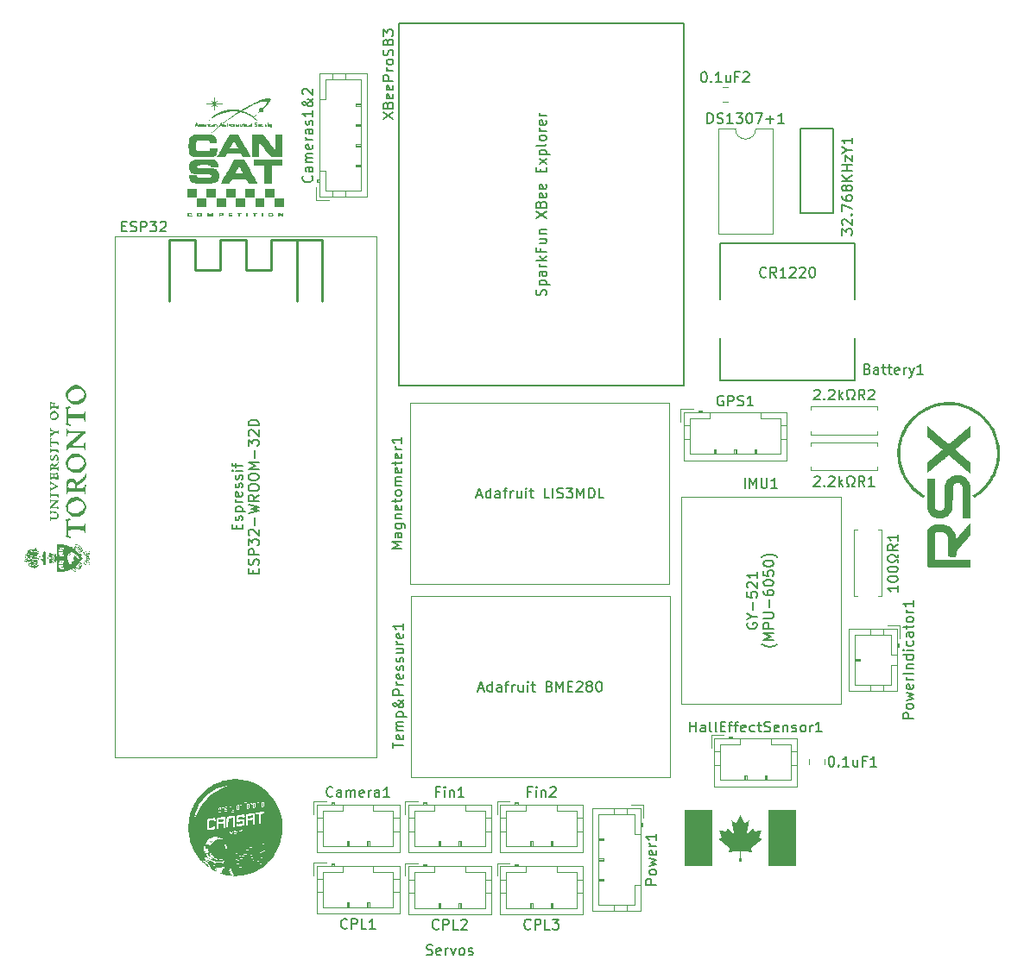
<source format=gbr>
%TF.GenerationSoftware,KiCad,Pcbnew,8.0.5*%
%TF.CreationDate,2025-03-06T00:48:24-05:00*%
%TF.ProjectId,CanSat_Sensor_Board,43616e53-6174-45f5-9365-6e736f725f42,rev?*%
%TF.SameCoordinates,Original*%
%TF.FileFunction,Legend,Top*%
%TF.FilePolarity,Positive*%
%FSLAX46Y46*%
G04 Gerber Fmt 4.6, Leading zero omitted, Abs format (unit mm)*
G04 Created by KiCad (PCBNEW 8.0.5) date 2025-03-06 00:48:24*
%MOMM*%
%LPD*%
G01*
G04 APERTURE LIST*
%ADD10C,0.150000*%
%ADD11C,0.000000*%
%ADD12C,0.120000*%
%ADD13C,0.127000*%
%ADD14C,0.100000*%
%ADD15C,0.250000*%
G04 APERTURE END LIST*
D10*
X142238095Y-145907200D02*
X142380952Y-145954819D01*
X142380952Y-145954819D02*
X142619047Y-145954819D01*
X142619047Y-145954819D02*
X142714285Y-145907200D01*
X142714285Y-145907200D02*
X142761904Y-145859580D01*
X142761904Y-145859580D02*
X142809523Y-145764342D01*
X142809523Y-145764342D02*
X142809523Y-145669104D01*
X142809523Y-145669104D02*
X142761904Y-145573866D01*
X142761904Y-145573866D02*
X142714285Y-145526247D01*
X142714285Y-145526247D02*
X142619047Y-145478628D01*
X142619047Y-145478628D02*
X142428571Y-145431009D01*
X142428571Y-145431009D02*
X142333333Y-145383390D01*
X142333333Y-145383390D02*
X142285714Y-145335771D01*
X142285714Y-145335771D02*
X142238095Y-145240533D01*
X142238095Y-145240533D02*
X142238095Y-145145295D01*
X142238095Y-145145295D02*
X142285714Y-145050057D01*
X142285714Y-145050057D02*
X142333333Y-145002438D01*
X142333333Y-145002438D02*
X142428571Y-144954819D01*
X142428571Y-144954819D02*
X142666666Y-144954819D01*
X142666666Y-144954819D02*
X142809523Y-145002438D01*
X143619047Y-145907200D02*
X143523809Y-145954819D01*
X143523809Y-145954819D02*
X143333333Y-145954819D01*
X143333333Y-145954819D02*
X143238095Y-145907200D01*
X143238095Y-145907200D02*
X143190476Y-145811961D01*
X143190476Y-145811961D02*
X143190476Y-145431009D01*
X143190476Y-145431009D02*
X143238095Y-145335771D01*
X143238095Y-145335771D02*
X143333333Y-145288152D01*
X143333333Y-145288152D02*
X143523809Y-145288152D01*
X143523809Y-145288152D02*
X143619047Y-145335771D01*
X143619047Y-145335771D02*
X143666666Y-145431009D01*
X143666666Y-145431009D02*
X143666666Y-145526247D01*
X143666666Y-145526247D02*
X143190476Y-145621485D01*
X144095238Y-145954819D02*
X144095238Y-145288152D01*
X144095238Y-145478628D02*
X144142857Y-145383390D01*
X144142857Y-145383390D02*
X144190476Y-145335771D01*
X144190476Y-145335771D02*
X144285714Y-145288152D01*
X144285714Y-145288152D02*
X144380952Y-145288152D01*
X144619048Y-145288152D02*
X144857143Y-145954819D01*
X144857143Y-145954819D02*
X145095238Y-145288152D01*
X145619048Y-145954819D02*
X145523810Y-145907200D01*
X145523810Y-145907200D02*
X145476191Y-145859580D01*
X145476191Y-145859580D02*
X145428572Y-145764342D01*
X145428572Y-145764342D02*
X145428572Y-145478628D01*
X145428572Y-145478628D02*
X145476191Y-145383390D01*
X145476191Y-145383390D02*
X145523810Y-145335771D01*
X145523810Y-145335771D02*
X145619048Y-145288152D01*
X145619048Y-145288152D02*
X145761905Y-145288152D01*
X145761905Y-145288152D02*
X145857143Y-145335771D01*
X145857143Y-145335771D02*
X145904762Y-145383390D01*
X145904762Y-145383390D02*
X145952381Y-145478628D01*
X145952381Y-145478628D02*
X145952381Y-145764342D01*
X145952381Y-145764342D02*
X145904762Y-145859580D01*
X145904762Y-145859580D02*
X145857143Y-145907200D01*
X145857143Y-145907200D02*
X145761905Y-145954819D01*
X145761905Y-145954819D02*
X145619048Y-145954819D01*
X146333334Y-145907200D02*
X146428572Y-145954819D01*
X146428572Y-145954819D02*
X146619048Y-145954819D01*
X146619048Y-145954819D02*
X146714286Y-145907200D01*
X146714286Y-145907200D02*
X146761905Y-145811961D01*
X146761905Y-145811961D02*
X146761905Y-145764342D01*
X146761905Y-145764342D02*
X146714286Y-145669104D01*
X146714286Y-145669104D02*
X146619048Y-145621485D01*
X146619048Y-145621485D02*
X146476191Y-145621485D01*
X146476191Y-145621485D02*
X146380953Y-145573866D01*
X146380953Y-145573866D02*
X146333334Y-145478628D01*
X146333334Y-145478628D02*
X146333334Y-145431009D01*
X146333334Y-145431009D02*
X146380953Y-145335771D01*
X146380953Y-145335771D02*
X146476191Y-145288152D01*
X146476191Y-145288152D02*
X146619048Y-145288152D01*
X146619048Y-145288152D02*
X146714286Y-145335771D01*
X173697466Y-113389285D02*
X173649847Y-113484523D01*
X173649847Y-113484523D02*
X173649847Y-113627380D01*
X173649847Y-113627380D02*
X173697466Y-113770237D01*
X173697466Y-113770237D02*
X173792704Y-113865475D01*
X173792704Y-113865475D02*
X173887942Y-113913094D01*
X173887942Y-113913094D02*
X174078418Y-113960713D01*
X174078418Y-113960713D02*
X174221275Y-113960713D01*
X174221275Y-113960713D02*
X174411751Y-113913094D01*
X174411751Y-113913094D02*
X174506989Y-113865475D01*
X174506989Y-113865475D02*
X174602228Y-113770237D01*
X174602228Y-113770237D02*
X174649847Y-113627380D01*
X174649847Y-113627380D02*
X174649847Y-113532142D01*
X174649847Y-113532142D02*
X174602228Y-113389285D01*
X174602228Y-113389285D02*
X174554608Y-113341666D01*
X174554608Y-113341666D02*
X174221275Y-113341666D01*
X174221275Y-113341666D02*
X174221275Y-113532142D01*
X174173656Y-112722618D02*
X174649847Y-112722618D01*
X173649847Y-113055951D02*
X174173656Y-112722618D01*
X174173656Y-112722618D02*
X173649847Y-112389285D01*
X174268894Y-112055951D02*
X174268894Y-111294047D01*
X173649847Y-110341666D02*
X173649847Y-110817856D01*
X173649847Y-110817856D02*
X174126037Y-110865475D01*
X174126037Y-110865475D02*
X174078418Y-110817856D01*
X174078418Y-110817856D02*
X174030799Y-110722618D01*
X174030799Y-110722618D02*
X174030799Y-110484523D01*
X174030799Y-110484523D02*
X174078418Y-110389285D01*
X174078418Y-110389285D02*
X174126037Y-110341666D01*
X174126037Y-110341666D02*
X174221275Y-110294047D01*
X174221275Y-110294047D02*
X174459370Y-110294047D01*
X174459370Y-110294047D02*
X174554608Y-110341666D01*
X174554608Y-110341666D02*
X174602228Y-110389285D01*
X174602228Y-110389285D02*
X174649847Y-110484523D01*
X174649847Y-110484523D02*
X174649847Y-110722618D01*
X174649847Y-110722618D02*
X174602228Y-110817856D01*
X174602228Y-110817856D02*
X174554608Y-110865475D01*
X173745085Y-109913094D02*
X173697466Y-109865475D01*
X173697466Y-109865475D02*
X173649847Y-109770237D01*
X173649847Y-109770237D02*
X173649847Y-109532142D01*
X173649847Y-109532142D02*
X173697466Y-109436904D01*
X173697466Y-109436904D02*
X173745085Y-109389285D01*
X173745085Y-109389285D02*
X173840323Y-109341666D01*
X173840323Y-109341666D02*
X173935561Y-109341666D01*
X173935561Y-109341666D02*
X174078418Y-109389285D01*
X174078418Y-109389285D02*
X174649847Y-109960713D01*
X174649847Y-109960713D02*
X174649847Y-109341666D01*
X174649847Y-108389285D02*
X174649847Y-108960713D01*
X174649847Y-108674999D02*
X173649847Y-108674999D01*
X173649847Y-108674999D02*
X173792704Y-108770237D01*
X173792704Y-108770237D02*
X173887942Y-108865475D01*
X173887942Y-108865475D02*
X173935561Y-108960713D01*
X176640743Y-115436904D02*
X176593124Y-115484523D01*
X176593124Y-115484523D02*
X176450267Y-115579761D01*
X176450267Y-115579761D02*
X176355029Y-115627380D01*
X176355029Y-115627380D02*
X176212172Y-115674999D01*
X176212172Y-115674999D02*
X175974076Y-115722618D01*
X175974076Y-115722618D02*
X175783600Y-115722618D01*
X175783600Y-115722618D02*
X175545505Y-115674999D01*
X175545505Y-115674999D02*
X175402648Y-115627380D01*
X175402648Y-115627380D02*
X175307410Y-115579761D01*
X175307410Y-115579761D02*
X175164552Y-115484523D01*
X175164552Y-115484523D02*
X175116933Y-115436904D01*
X176259791Y-115055951D02*
X175259791Y-115055951D01*
X175259791Y-115055951D02*
X175974076Y-114722618D01*
X175974076Y-114722618D02*
X175259791Y-114389285D01*
X175259791Y-114389285D02*
X176259791Y-114389285D01*
X176259791Y-113913094D02*
X175259791Y-113913094D01*
X175259791Y-113913094D02*
X175259791Y-113532142D01*
X175259791Y-113532142D02*
X175307410Y-113436904D01*
X175307410Y-113436904D02*
X175355029Y-113389285D01*
X175355029Y-113389285D02*
X175450267Y-113341666D01*
X175450267Y-113341666D02*
X175593124Y-113341666D01*
X175593124Y-113341666D02*
X175688362Y-113389285D01*
X175688362Y-113389285D02*
X175735981Y-113436904D01*
X175735981Y-113436904D02*
X175783600Y-113532142D01*
X175783600Y-113532142D02*
X175783600Y-113913094D01*
X175259791Y-112913094D02*
X176069314Y-112913094D01*
X176069314Y-112913094D02*
X176164552Y-112865475D01*
X176164552Y-112865475D02*
X176212172Y-112817856D01*
X176212172Y-112817856D02*
X176259791Y-112722618D01*
X176259791Y-112722618D02*
X176259791Y-112532142D01*
X176259791Y-112532142D02*
X176212172Y-112436904D01*
X176212172Y-112436904D02*
X176164552Y-112389285D01*
X176164552Y-112389285D02*
X176069314Y-112341666D01*
X176069314Y-112341666D02*
X175259791Y-112341666D01*
X175878838Y-111865475D02*
X175878838Y-111103571D01*
X175259791Y-110198809D02*
X175259791Y-110389285D01*
X175259791Y-110389285D02*
X175307410Y-110484523D01*
X175307410Y-110484523D02*
X175355029Y-110532142D01*
X175355029Y-110532142D02*
X175497886Y-110627380D01*
X175497886Y-110627380D02*
X175688362Y-110674999D01*
X175688362Y-110674999D02*
X176069314Y-110674999D01*
X176069314Y-110674999D02*
X176164552Y-110627380D01*
X176164552Y-110627380D02*
X176212172Y-110579761D01*
X176212172Y-110579761D02*
X176259791Y-110484523D01*
X176259791Y-110484523D02*
X176259791Y-110294047D01*
X176259791Y-110294047D02*
X176212172Y-110198809D01*
X176212172Y-110198809D02*
X176164552Y-110151190D01*
X176164552Y-110151190D02*
X176069314Y-110103571D01*
X176069314Y-110103571D02*
X175831219Y-110103571D01*
X175831219Y-110103571D02*
X175735981Y-110151190D01*
X175735981Y-110151190D02*
X175688362Y-110198809D01*
X175688362Y-110198809D02*
X175640743Y-110294047D01*
X175640743Y-110294047D02*
X175640743Y-110484523D01*
X175640743Y-110484523D02*
X175688362Y-110579761D01*
X175688362Y-110579761D02*
X175735981Y-110627380D01*
X175735981Y-110627380D02*
X175831219Y-110674999D01*
X175259791Y-109484523D02*
X175259791Y-109389285D01*
X175259791Y-109389285D02*
X175307410Y-109294047D01*
X175307410Y-109294047D02*
X175355029Y-109246428D01*
X175355029Y-109246428D02*
X175450267Y-109198809D01*
X175450267Y-109198809D02*
X175640743Y-109151190D01*
X175640743Y-109151190D02*
X175878838Y-109151190D01*
X175878838Y-109151190D02*
X176069314Y-109198809D01*
X176069314Y-109198809D02*
X176164552Y-109246428D01*
X176164552Y-109246428D02*
X176212172Y-109294047D01*
X176212172Y-109294047D02*
X176259791Y-109389285D01*
X176259791Y-109389285D02*
X176259791Y-109484523D01*
X176259791Y-109484523D02*
X176212172Y-109579761D01*
X176212172Y-109579761D02*
X176164552Y-109627380D01*
X176164552Y-109627380D02*
X176069314Y-109674999D01*
X176069314Y-109674999D02*
X175878838Y-109722618D01*
X175878838Y-109722618D02*
X175640743Y-109722618D01*
X175640743Y-109722618D02*
X175450267Y-109674999D01*
X175450267Y-109674999D02*
X175355029Y-109627380D01*
X175355029Y-109627380D02*
X175307410Y-109579761D01*
X175307410Y-109579761D02*
X175259791Y-109484523D01*
X175259791Y-108246428D02*
X175259791Y-108722618D01*
X175259791Y-108722618D02*
X175735981Y-108770237D01*
X175735981Y-108770237D02*
X175688362Y-108722618D01*
X175688362Y-108722618D02*
X175640743Y-108627380D01*
X175640743Y-108627380D02*
X175640743Y-108389285D01*
X175640743Y-108389285D02*
X175688362Y-108294047D01*
X175688362Y-108294047D02*
X175735981Y-108246428D01*
X175735981Y-108246428D02*
X175831219Y-108198809D01*
X175831219Y-108198809D02*
X176069314Y-108198809D01*
X176069314Y-108198809D02*
X176164552Y-108246428D01*
X176164552Y-108246428D02*
X176212172Y-108294047D01*
X176212172Y-108294047D02*
X176259791Y-108389285D01*
X176259791Y-108389285D02*
X176259791Y-108627380D01*
X176259791Y-108627380D02*
X176212172Y-108722618D01*
X176212172Y-108722618D02*
X176164552Y-108770237D01*
X175259791Y-107579761D02*
X175259791Y-107484523D01*
X175259791Y-107484523D02*
X175307410Y-107389285D01*
X175307410Y-107389285D02*
X175355029Y-107341666D01*
X175355029Y-107341666D02*
X175450267Y-107294047D01*
X175450267Y-107294047D02*
X175640743Y-107246428D01*
X175640743Y-107246428D02*
X175878838Y-107246428D01*
X175878838Y-107246428D02*
X176069314Y-107294047D01*
X176069314Y-107294047D02*
X176164552Y-107341666D01*
X176164552Y-107341666D02*
X176212172Y-107389285D01*
X176212172Y-107389285D02*
X176259791Y-107484523D01*
X176259791Y-107484523D02*
X176259791Y-107579761D01*
X176259791Y-107579761D02*
X176212172Y-107674999D01*
X176212172Y-107674999D02*
X176164552Y-107722618D01*
X176164552Y-107722618D02*
X176069314Y-107770237D01*
X176069314Y-107770237D02*
X175878838Y-107817856D01*
X175878838Y-107817856D02*
X175640743Y-107817856D01*
X175640743Y-107817856D02*
X175450267Y-107770237D01*
X175450267Y-107770237D02*
X175355029Y-107722618D01*
X175355029Y-107722618D02*
X175307410Y-107674999D01*
X175307410Y-107674999D02*
X175259791Y-107579761D01*
X176640743Y-106913094D02*
X176593124Y-106865475D01*
X176593124Y-106865475D02*
X176450267Y-106770237D01*
X176450267Y-106770237D02*
X176355029Y-106722618D01*
X176355029Y-106722618D02*
X176212172Y-106674999D01*
X176212172Y-106674999D02*
X175974076Y-106627380D01*
X175974076Y-106627380D02*
X175783600Y-106627380D01*
X175783600Y-106627380D02*
X175545505Y-106674999D01*
X175545505Y-106674999D02*
X175402648Y-106722618D01*
X175402648Y-106722618D02*
X175307410Y-106770237D01*
X175307410Y-106770237D02*
X175164552Y-106865475D01*
X175164552Y-106865475D02*
X175116933Y-106913094D01*
X147332380Y-119819104D02*
X147808570Y-119819104D01*
X147237142Y-120104819D02*
X147570475Y-119104819D01*
X147570475Y-119104819D02*
X147903808Y-120104819D01*
X148665713Y-120104819D02*
X148665713Y-119104819D01*
X148665713Y-120057200D02*
X148570475Y-120104819D01*
X148570475Y-120104819D02*
X148379999Y-120104819D01*
X148379999Y-120104819D02*
X148284761Y-120057200D01*
X148284761Y-120057200D02*
X148237142Y-120009580D01*
X148237142Y-120009580D02*
X148189523Y-119914342D01*
X148189523Y-119914342D02*
X148189523Y-119628628D01*
X148189523Y-119628628D02*
X148237142Y-119533390D01*
X148237142Y-119533390D02*
X148284761Y-119485771D01*
X148284761Y-119485771D02*
X148379999Y-119438152D01*
X148379999Y-119438152D02*
X148570475Y-119438152D01*
X148570475Y-119438152D02*
X148665713Y-119485771D01*
X149570475Y-120104819D02*
X149570475Y-119581009D01*
X149570475Y-119581009D02*
X149522856Y-119485771D01*
X149522856Y-119485771D02*
X149427618Y-119438152D01*
X149427618Y-119438152D02*
X149237142Y-119438152D01*
X149237142Y-119438152D02*
X149141904Y-119485771D01*
X149570475Y-120057200D02*
X149475237Y-120104819D01*
X149475237Y-120104819D02*
X149237142Y-120104819D01*
X149237142Y-120104819D02*
X149141904Y-120057200D01*
X149141904Y-120057200D02*
X149094285Y-119961961D01*
X149094285Y-119961961D02*
X149094285Y-119866723D01*
X149094285Y-119866723D02*
X149141904Y-119771485D01*
X149141904Y-119771485D02*
X149237142Y-119723866D01*
X149237142Y-119723866D02*
X149475237Y-119723866D01*
X149475237Y-119723866D02*
X149570475Y-119676247D01*
X149903809Y-119438152D02*
X150284761Y-119438152D01*
X150046666Y-120104819D02*
X150046666Y-119247676D01*
X150046666Y-119247676D02*
X150094285Y-119152438D01*
X150094285Y-119152438D02*
X150189523Y-119104819D01*
X150189523Y-119104819D02*
X150284761Y-119104819D01*
X150618095Y-120104819D02*
X150618095Y-119438152D01*
X150618095Y-119628628D02*
X150665714Y-119533390D01*
X150665714Y-119533390D02*
X150713333Y-119485771D01*
X150713333Y-119485771D02*
X150808571Y-119438152D01*
X150808571Y-119438152D02*
X150903809Y-119438152D01*
X151665714Y-119438152D02*
X151665714Y-120104819D01*
X151237143Y-119438152D02*
X151237143Y-119961961D01*
X151237143Y-119961961D02*
X151284762Y-120057200D01*
X151284762Y-120057200D02*
X151380000Y-120104819D01*
X151380000Y-120104819D02*
X151522857Y-120104819D01*
X151522857Y-120104819D02*
X151618095Y-120057200D01*
X151618095Y-120057200D02*
X151665714Y-120009580D01*
X152141905Y-120104819D02*
X152141905Y-119438152D01*
X152141905Y-119104819D02*
X152094286Y-119152438D01*
X152094286Y-119152438D02*
X152141905Y-119200057D01*
X152141905Y-119200057D02*
X152189524Y-119152438D01*
X152189524Y-119152438D02*
X152141905Y-119104819D01*
X152141905Y-119104819D02*
X152141905Y-119200057D01*
X152475238Y-119438152D02*
X152856190Y-119438152D01*
X152618095Y-119104819D02*
X152618095Y-119961961D01*
X152618095Y-119961961D02*
X152665714Y-120057200D01*
X152665714Y-120057200D02*
X152760952Y-120104819D01*
X152760952Y-120104819D02*
X152856190Y-120104819D01*
X154284762Y-119581009D02*
X154427619Y-119628628D01*
X154427619Y-119628628D02*
X154475238Y-119676247D01*
X154475238Y-119676247D02*
X154522857Y-119771485D01*
X154522857Y-119771485D02*
X154522857Y-119914342D01*
X154522857Y-119914342D02*
X154475238Y-120009580D01*
X154475238Y-120009580D02*
X154427619Y-120057200D01*
X154427619Y-120057200D02*
X154332381Y-120104819D01*
X154332381Y-120104819D02*
X153951429Y-120104819D01*
X153951429Y-120104819D02*
X153951429Y-119104819D01*
X153951429Y-119104819D02*
X154284762Y-119104819D01*
X154284762Y-119104819D02*
X154380000Y-119152438D01*
X154380000Y-119152438D02*
X154427619Y-119200057D01*
X154427619Y-119200057D02*
X154475238Y-119295295D01*
X154475238Y-119295295D02*
X154475238Y-119390533D01*
X154475238Y-119390533D02*
X154427619Y-119485771D01*
X154427619Y-119485771D02*
X154380000Y-119533390D01*
X154380000Y-119533390D02*
X154284762Y-119581009D01*
X154284762Y-119581009D02*
X153951429Y-119581009D01*
X154951429Y-120104819D02*
X154951429Y-119104819D01*
X154951429Y-119104819D02*
X155284762Y-119819104D01*
X155284762Y-119819104D02*
X155618095Y-119104819D01*
X155618095Y-119104819D02*
X155618095Y-120104819D01*
X156094286Y-119581009D02*
X156427619Y-119581009D01*
X156570476Y-120104819D02*
X156094286Y-120104819D01*
X156094286Y-120104819D02*
X156094286Y-119104819D01*
X156094286Y-119104819D02*
X156570476Y-119104819D01*
X156951429Y-119200057D02*
X156999048Y-119152438D01*
X156999048Y-119152438D02*
X157094286Y-119104819D01*
X157094286Y-119104819D02*
X157332381Y-119104819D01*
X157332381Y-119104819D02*
X157427619Y-119152438D01*
X157427619Y-119152438D02*
X157475238Y-119200057D01*
X157475238Y-119200057D02*
X157522857Y-119295295D01*
X157522857Y-119295295D02*
X157522857Y-119390533D01*
X157522857Y-119390533D02*
X157475238Y-119533390D01*
X157475238Y-119533390D02*
X156903810Y-120104819D01*
X156903810Y-120104819D02*
X157522857Y-120104819D01*
X158094286Y-119533390D02*
X157999048Y-119485771D01*
X157999048Y-119485771D02*
X157951429Y-119438152D01*
X157951429Y-119438152D02*
X157903810Y-119342914D01*
X157903810Y-119342914D02*
X157903810Y-119295295D01*
X157903810Y-119295295D02*
X157951429Y-119200057D01*
X157951429Y-119200057D02*
X157999048Y-119152438D01*
X157999048Y-119152438D02*
X158094286Y-119104819D01*
X158094286Y-119104819D02*
X158284762Y-119104819D01*
X158284762Y-119104819D02*
X158380000Y-119152438D01*
X158380000Y-119152438D02*
X158427619Y-119200057D01*
X158427619Y-119200057D02*
X158475238Y-119295295D01*
X158475238Y-119295295D02*
X158475238Y-119342914D01*
X158475238Y-119342914D02*
X158427619Y-119438152D01*
X158427619Y-119438152D02*
X158380000Y-119485771D01*
X158380000Y-119485771D02*
X158284762Y-119533390D01*
X158284762Y-119533390D02*
X158094286Y-119533390D01*
X158094286Y-119533390D02*
X157999048Y-119581009D01*
X157999048Y-119581009D02*
X157951429Y-119628628D01*
X157951429Y-119628628D02*
X157903810Y-119723866D01*
X157903810Y-119723866D02*
X157903810Y-119914342D01*
X157903810Y-119914342D02*
X157951429Y-120009580D01*
X157951429Y-120009580D02*
X157999048Y-120057200D01*
X157999048Y-120057200D02*
X158094286Y-120104819D01*
X158094286Y-120104819D02*
X158284762Y-120104819D01*
X158284762Y-120104819D02*
X158380000Y-120057200D01*
X158380000Y-120057200D02*
X158427619Y-120009580D01*
X158427619Y-120009580D02*
X158475238Y-119914342D01*
X158475238Y-119914342D02*
X158475238Y-119723866D01*
X158475238Y-119723866D02*
X158427619Y-119628628D01*
X158427619Y-119628628D02*
X158380000Y-119581009D01*
X158380000Y-119581009D02*
X158284762Y-119533390D01*
X159094286Y-119104819D02*
X159189524Y-119104819D01*
X159189524Y-119104819D02*
X159284762Y-119152438D01*
X159284762Y-119152438D02*
X159332381Y-119200057D01*
X159332381Y-119200057D02*
X159380000Y-119295295D01*
X159380000Y-119295295D02*
X159427619Y-119485771D01*
X159427619Y-119485771D02*
X159427619Y-119723866D01*
X159427619Y-119723866D02*
X159380000Y-119914342D01*
X159380000Y-119914342D02*
X159332381Y-120009580D01*
X159332381Y-120009580D02*
X159284762Y-120057200D01*
X159284762Y-120057200D02*
X159189524Y-120104819D01*
X159189524Y-120104819D02*
X159094286Y-120104819D01*
X159094286Y-120104819D02*
X158999048Y-120057200D01*
X158999048Y-120057200D02*
X158951429Y-120009580D01*
X158951429Y-120009580D02*
X158903810Y-119914342D01*
X158903810Y-119914342D02*
X158856191Y-119723866D01*
X158856191Y-119723866D02*
X158856191Y-119485771D01*
X158856191Y-119485771D02*
X158903810Y-119295295D01*
X158903810Y-119295295D02*
X158951429Y-119200057D01*
X158951429Y-119200057D02*
X158999048Y-119152438D01*
X158999048Y-119152438D02*
X159094286Y-119104819D01*
X147183333Y-100819104D02*
X147659523Y-100819104D01*
X147088095Y-101104819D02*
X147421428Y-100104819D01*
X147421428Y-100104819D02*
X147754761Y-101104819D01*
X148516666Y-101104819D02*
X148516666Y-100104819D01*
X148516666Y-101057200D02*
X148421428Y-101104819D01*
X148421428Y-101104819D02*
X148230952Y-101104819D01*
X148230952Y-101104819D02*
X148135714Y-101057200D01*
X148135714Y-101057200D02*
X148088095Y-101009580D01*
X148088095Y-101009580D02*
X148040476Y-100914342D01*
X148040476Y-100914342D02*
X148040476Y-100628628D01*
X148040476Y-100628628D02*
X148088095Y-100533390D01*
X148088095Y-100533390D02*
X148135714Y-100485771D01*
X148135714Y-100485771D02*
X148230952Y-100438152D01*
X148230952Y-100438152D02*
X148421428Y-100438152D01*
X148421428Y-100438152D02*
X148516666Y-100485771D01*
X149421428Y-101104819D02*
X149421428Y-100581009D01*
X149421428Y-100581009D02*
X149373809Y-100485771D01*
X149373809Y-100485771D02*
X149278571Y-100438152D01*
X149278571Y-100438152D02*
X149088095Y-100438152D01*
X149088095Y-100438152D02*
X148992857Y-100485771D01*
X149421428Y-101057200D02*
X149326190Y-101104819D01*
X149326190Y-101104819D02*
X149088095Y-101104819D01*
X149088095Y-101104819D02*
X148992857Y-101057200D01*
X148992857Y-101057200D02*
X148945238Y-100961961D01*
X148945238Y-100961961D02*
X148945238Y-100866723D01*
X148945238Y-100866723D02*
X148992857Y-100771485D01*
X148992857Y-100771485D02*
X149088095Y-100723866D01*
X149088095Y-100723866D02*
X149326190Y-100723866D01*
X149326190Y-100723866D02*
X149421428Y-100676247D01*
X149754762Y-100438152D02*
X150135714Y-100438152D01*
X149897619Y-101104819D02*
X149897619Y-100247676D01*
X149897619Y-100247676D02*
X149945238Y-100152438D01*
X149945238Y-100152438D02*
X150040476Y-100104819D01*
X150040476Y-100104819D02*
X150135714Y-100104819D01*
X150469048Y-101104819D02*
X150469048Y-100438152D01*
X150469048Y-100628628D02*
X150516667Y-100533390D01*
X150516667Y-100533390D02*
X150564286Y-100485771D01*
X150564286Y-100485771D02*
X150659524Y-100438152D01*
X150659524Y-100438152D02*
X150754762Y-100438152D01*
X151516667Y-100438152D02*
X151516667Y-101104819D01*
X151088096Y-100438152D02*
X151088096Y-100961961D01*
X151088096Y-100961961D02*
X151135715Y-101057200D01*
X151135715Y-101057200D02*
X151230953Y-101104819D01*
X151230953Y-101104819D02*
X151373810Y-101104819D01*
X151373810Y-101104819D02*
X151469048Y-101057200D01*
X151469048Y-101057200D02*
X151516667Y-101009580D01*
X151992858Y-101104819D02*
X151992858Y-100438152D01*
X151992858Y-100104819D02*
X151945239Y-100152438D01*
X151945239Y-100152438D02*
X151992858Y-100200057D01*
X151992858Y-100200057D02*
X152040477Y-100152438D01*
X152040477Y-100152438D02*
X151992858Y-100104819D01*
X151992858Y-100104819D02*
X151992858Y-100200057D01*
X152326191Y-100438152D02*
X152707143Y-100438152D01*
X152469048Y-100104819D02*
X152469048Y-100961961D01*
X152469048Y-100961961D02*
X152516667Y-101057200D01*
X152516667Y-101057200D02*
X152611905Y-101104819D01*
X152611905Y-101104819D02*
X152707143Y-101104819D01*
X154278572Y-101104819D02*
X153802382Y-101104819D01*
X153802382Y-101104819D02*
X153802382Y-100104819D01*
X154611906Y-101104819D02*
X154611906Y-100104819D01*
X155040477Y-101057200D02*
X155183334Y-101104819D01*
X155183334Y-101104819D02*
X155421429Y-101104819D01*
X155421429Y-101104819D02*
X155516667Y-101057200D01*
X155516667Y-101057200D02*
X155564286Y-101009580D01*
X155564286Y-101009580D02*
X155611905Y-100914342D01*
X155611905Y-100914342D02*
X155611905Y-100819104D01*
X155611905Y-100819104D02*
X155564286Y-100723866D01*
X155564286Y-100723866D02*
X155516667Y-100676247D01*
X155516667Y-100676247D02*
X155421429Y-100628628D01*
X155421429Y-100628628D02*
X155230953Y-100581009D01*
X155230953Y-100581009D02*
X155135715Y-100533390D01*
X155135715Y-100533390D02*
X155088096Y-100485771D01*
X155088096Y-100485771D02*
X155040477Y-100390533D01*
X155040477Y-100390533D02*
X155040477Y-100295295D01*
X155040477Y-100295295D02*
X155088096Y-100200057D01*
X155088096Y-100200057D02*
X155135715Y-100152438D01*
X155135715Y-100152438D02*
X155230953Y-100104819D01*
X155230953Y-100104819D02*
X155469048Y-100104819D01*
X155469048Y-100104819D02*
X155611905Y-100152438D01*
X155945239Y-100104819D02*
X156564286Y-100104819D01*
X156564286Y-100104819D02*
X156230953Y-100485771D01*
X156230953Y-100485771D02*
X156373810Y-100485771D01*
X156373810Y-100485771D02*
X156469048Y-100533390D01*
X156469048Y-100533390D02*
X156516667Y-100581009D01*
X156516667Y-100581009D02*
X156564286Y-100676247D01*
X156564286Y-100676247D02*
X156564286Y-100914342D01*
X156564286Y-100914342D02*
X156516667Y-101009580D01*
X156516667Y-101009580D02*
X156469048Y-101057200D01*
X156469048Y-101057200D02*
X156373810Y-101104819D01*
X156373810Y-101104819D02*
X156088096Y-101104819D01*
X156088096Y-101104819D02*
X155992858Y-101057200D01*
X155992858Y-101057200D02*
X155945239Y-101009580D01*
X156992858Y-101104819D02*
X156992858Y-100104819D01*
X156992858Y-100104819D02*
X157326191Y-100819104D01*
X157326191Y-100819104D02*
X157659524Y-100104819D01*
X157659524Y-100104819D02*
X157659524Y-101104819D01*
X158135715Y-101104819D02*
X158135715Y-100104819D01*
X158135715Y-100104819D02*
X158373810Y-100104819D01*
X158373810Y-100104819D02*
X158516667Y-100152438D01*
X158516667Y-100152438D02*
X158611905Y-100247676D01*
X158611905Y-100247676D02*
X158659524Y-100342914D01*
X158659524Y-100342914D02*
X158707143Y-100533390D01*
X158707143Y-100533390D02*
X158707143Y-100676247D01*
X158707143Y-100676247D02*
X158659524Y-100866723D01*
X158659524Y-100866723D02*
X158611905Y-100961961D01*
X158611905Y-100961961D02*
X158516667Y-101057200D01*
X158516667Y-101057200D02*
X158373810Y-101104819D01*
X158373810Y-101104819D02*
X158135715Y-101104819D01*
X159611905Y-101104819D02*
X159135715Y-101104819D01*
X159135715Y-101104819D02*
X159135715Y-100104819D01*
X123626037Y-104142857D02*
X123626037Y-103809524D01*
X124149847Y-103666667D02*
X124149847Y-104142857D01*
X124149847Y-104142857D02*
X123149847Y-104142857D01*
X123149847Y-104142857D02*
X123149847Y-103666667D01*
X124102228Y-103285714D02*
X124149847Y-103190476D01*
X124149847Y-103190476D02*
X124149847Y-103000000D01*
X124149847Y-103000000D02*
X124102228Y-102904762D01*
X124102228Y-102904762D02*
X124006989Y-102857143D01*
X124006989Y-102857143D02*
X123959370Y-102857143D01*
X123959370Y-102857143D02*
X123864132Y-102904762D01*
X123864132Y-102904762D02*
X123816513Y-103000000D01*
X123816513Y-103000000D02*
X123816513Y-103142857D01*
X123816513Y-103142857D02*
X123768894Y-103238095D01*
X123768894Y-103238095D02*
X123673656Y-103285714D01*
X123673656Y-103285714D02*
X123626037Y-103285714D01*
X123626037Y-103285714D02*
X123530799Y-103238095D01*
X123530799Y-103238095D02*
X123483180Y-103142857D01*
X123483180Y-103142857D02*
X123483180Y-103000000D01*
X123483180Y-103000000D02*
X123530799Y-102904762D01*
X123483180Y-102428571D02*
X124483180Y-102428571D01*
X123530799Y-102428571D02*
X123483180Y-102333333D01*
X123483180Y-102333333D02*
X123483180Y-102142857D01*
X123483180Y-102142857D02*
X123530799Y-102047619D01*
X123530799Y-102047619D02*
X123578418Y-102000000D01*
X123578418Y-102000000D02*
X123673656Y-101952381D01*
X123673656Y-101952381D02*
X123959370Y-101952381D01*
X123959370Y-101952381D02*
X124054608Y-102000000D01*
X124054608Y-102000000D02*
X124102228Y-102047619D01*
X124102228Y-102047619D02*
X124149847Y-102142857D01*
X124149847Y-102142857D02*
X124149847Y-102333333D01*
X124149847Y-102333333D02*
X124102228Y-102428571D01*
X124149847Y-101523809D02*
X123483180Y-101523809D01*
X123673656Y-101523809D02*
X123578418Y-101476190D01*
X123578418Y-101476190D02*
X123530799Y-101428571D01*
X123530799Y-101428571D02*
X123483180Y-101333333D01*
X123483180Y-101333333D02*
X123483180Y-101238095D01*
X124102228Y-100523809D02*
X124149847Y-100619047D01*
X124149847Y-100619047D02*
X124149847Y-100809523D01*
X124149847Y-100809523D02*
X124102228Y-100904761D01*
X124102228Y-100904761D02*
X124006989Y-100952380D01*
X124006989Y-100952380D02*
X123626037Y-100952380D01*
X123626037Y-100952380D02*
X123530799Y-100904761D01*
X123530799Y-100904761D02*
X123483180Y-100809523D01*
X123483180Y-100809523D02*
X123483180Y-100619047D01*
X123483180Y-100619047D02*
X123530799Y-100523809D01*
X123530799Y-100523809D02*
X123626037Y-100476190D01*
X123626037Y-100476190D02*
X123721275Y-100476190D01*
X123721275Y-100476190D02*
X123816513Y-100952380D01*
X124102228Y-100095237D02*
X124149847Y-99999999D01*
X124149847Y-99999999D02*
X124149847Y-99809523D01*
X124149847Y-99809523D02*
X124102228Y-99714285D01*
X124102228Y-99714285D02*
X124006989Y-99666666D01*
X124006989Y-99666666D02*
X123959370Y-99666666D01*
X123959370Y-99666666D02*
X123864132Y-99714285D01*
X123864132Y-99714285D02*
X123816513Y-99809523D01*
X123816513Y-99809523D02*
X123816513Y-99952380D01*
X123816513Y-99952380D02*
X123768894Y-100047618D01*
X123768894Y-100047618D02*
X123673656Y-100095237D01*
X123673656Y-100095237D02*
X123626037Y-100095237D01*
X123626037Y-100095237D02*
X123530799Y-100047618D01*
X123530799Y-100047618D02*
X123483180Y-99952380D01*
X123483180Y-99952380D02*
X123483180Y-99809523D01*
X123483180Y-99809523D02*
X123530799Y-99714285D01*
X124102228Y-99285713D02*
X124149847Y-99190475D01*
X124149847Y-99190475D02*
X124149847Y-98999999D01*
X124149847Y-98999999D02*
X124102228Y-98904761D01*
X124102228Y-98904761D02*
X124006989Y-98857142D01*
X124006989Y-98857142D02*
X123959370Y-98857142D01*
X123959370Y-98857142D02*
X123864132Y-98904761D01*
X123864132Y-98904761D02*
X123816513Y-98999999D01*
X123816513Y-98999999D02*
X123816513Y-99142856D01*
X123816513Y-99142856D02*
X123768894Y-99238094D01*
X123768894Y-99238094D02*
X123673656Y-99285713D01*
X123673656Y-99285713D02*
X123626037Y-99285713D01*
X123626037Y-99285713D02*
X123530799Y-99238094D01*
X123530799Y-99238094D02*
X123483180Y-99142856D01*
X123483180Y-99142856D02*
X123483180Y-98999999D01*
X123483180Y-98999999D02*
X123530799Y-98904761D01*
X124149847Y-98428570D02*
X123483180Y-98428570D01*
X123149847Y-98428570D02*
X123197466Y-98476189D01*
X123197466Y-98476189D02*
X123245085Y-98428570D01*
X123245085Y-98428570D02*
X123197466Y-98380951D01*
X123197466Y-98380951D02*
X123149847Y-98428570D01*
X123149847Y-98428570D02*
X123245085Y-98428570D01*
X123483180Y-98095237D02*
X123483180Y-97714285D01*
X124149847Y-97952380D02*
X123292704Y-97952380D01*
X123292704Y-97952380D02*
X123197466Y-97904761D01*
X123197466Y-97904761D02*
X123149847Y-97809523D01*
X123149847Y-97809523D02*
X123149847Y-97714285D01*
X125235981Y-108523808D02*
X125235981Y-108190475D01*
X125759791Y-108047618D02*
X125759791Y-108523808D01*
X125759791Y-108523808D02*
X124759791Y-108523808D01*
X124759791Y-108523808D02*
X124759791Y-108047618D01*
X125712172Y-107666665D02*
X125759791Y-107523808D01*
X125759791Y-107523808D02*
X125759791Y-107285713D01*
X125759791Y-107285713D02*
X125712172Y-107190475D01*
X125712172Y-107190475D02*
X125664552Y-107142856D01*
X125664552Y-107142856D02*
X125569314Y-107095237D01*
X125569314Y-107095237D02*
X125474076Y-107095237D01*
X125474076Y-107095237D02*
X125378838Y-107142856D01*
X125378838Y-107142856D02*
X125331219Y-107190475D01*
X125331219Y-107190475D02*
X125283600Y-107285713D01*
X125283600Y-107285713D02*
X125235981Y-107476189D01*
X125235981Y-107476189D02*
X125188362Y-107571427D01*
X125188362Y-107571427D02*
X125140743Y-107619046D01*
X125140743Y-107619046D02*
X125045505Y-107666665D01*
X125045505Y-107666665D02*
X124950267Y-107666665D01*
X124950267Y-107666665D02*
X124855029Y-107619046D01*
X124855029Y-107619046D02*
X124807410Y-107571427D01*
X124807410Y-107571427D02*
X124759791Y-107476189D01*
X124759791Y-107476189D02*
X124759791Y-107238094D01*
X124759791Y-107238094D02*
X124807410Y-107095237D01*
X125759791Y-106666665D02*
X124759791Y-106666665D01*
X124759791Y-106666665D02*
X124759791Y-106285713D01*
X124759791Y-106285713D02*
X124807410Y-106190475D01*
X124807410Y-106190475D02*
X124855029Y-106142856D01*
X124855029Y-106142856D02*
X124950267Y-106095237D01*
X124950267Y-106095237D02*
X125093124Y-106095237D01*
X125093124Y-106095237D02*
X125188362Y-106142856D01*
X125188362Y-106142856D02*
X125235981Y-106190475D01*
X125235981Y-106190475D02*
X125283600Y-106285713D01*
X125283600Y-106285713D02*
X125283600Y-106666665D01*
X124759791Y-105761903D02*
X124759791Y-105142856D01*
X124759791Y-105142856D02*
X125140743Y-105476189D01*
X125140743Y-105476189D02*
X125140743Y-105333332D01*
X125140743Y-105333332D02*
X125188362Y-105238094D01*
X125188362Y-105238094D02*
X125235981Y-105190475D01*
X125235981Y-105190475D02*
X125331219Y-105142856D01*
X125331219Y-105142856D02*
X125569314Y-105142856D01*
X125569314Y-105142856D02*
X125664552Y-105190475D01*
X125664552Y-105190475D02*
X125712172Y-105238094D01*
X125712172Y-105238094D02*
X125759791Y-105333332D01*
X125759791Y-105333332D02*
X125759791Y-105619046D01*
X125759791Y-105619046D02*
X125712172Y-105714284D01*
X125712172Y-105714284D02*
X125664552Y-105761903D01*
X124855029Y-104761903D02*
X124807410Y-104714284D01*
X124807410Y-104714284D02*
X124759791Y-104619046D01*
X124759791Y-104619046D02*
X124759791Y-104380951D01*
X124759791Y-104380951D02*
X124807410Y-104285713D01*
X124807410Y-104285713D02*
X124855029Y-104238094D01*
X124855029Y-104238094D02*
X124950267Y-104190475D01*
X124950267Y-104190475D02*
X125045505Y-104190475D01*
X125045505Y-104190475D02*
X125188362Y-104238094D01*
X125188362Y-104238094D02*
X125759791Y-104809522D01*
X125759791Y-104809522D02*
X125759791Y-104190475D01*
X125378838Y-103761903D02*
X125378838Y-102999999D01*
X124759791Y-102619046D02*
X125759791Y-102380951D01*
X125759791Y-102380951D02*
X125045505Y-102190475D01*
X125045505Y-102190475D02*
X125759791Y-101999999D01*
X125759791Y-101999999D02*
X124759791Y-101761904D01*
X125759791Y-100809523D02*
X125283600Y-101142856D01*
X125759791Y-101380951D02*
X124759791Y-101380951D01*
X124759791Y-101380951D02*
X124759791Y-100999999D01*
X124759791Y-100999999D02*
X124807410Y-100904761D01*
X124807410Y-100904761D02*
X124855029Y-100857142D01*
X124855029Y-100857142D02*
X124950267Y-100809523D01*
X124950267Y-100809523D02*
X125093124Y-100809523D01*
X125093124Y-100809523D02*
X125188362Y-100857142D01*
X125188362Y-100857142D02*
X125235981Y-100904761D01*
X125235981Y-100904761D02*
X125283600Y-100999999D01*
X125283600Y-100999999D02*
X125283600Y-101380951D01*
X124759791Y-100190475D02*
X124759791Y-99999999D01*
X124759791Y-99999999D02*
X124807410Y-99904761D01*
X124807410Y-99904761D02*
X124902648Y-99809523D01*
X124902648Y-99809523D02*
X125093124Y-99761904D01*
X125093124Y-99761904D02*
X125426457Y-99761904D01*
X125426457Y-99761904D02*
X125616933Y-99809523D01*
X125616933Y-99809523D02*
X125712172Y-99904761D01*
X125712172Y-99904761D02*
X125759791Y-99999999D01*
X125759791Y-99999999D02*
X125759791Y-100190475D01*
X125759791Y-100190475D02*
X125712172Y-100285713D01*
X125712172Y-100285713D02*
X125616933Y-100380951D01*
X125616933Y-100380951D02*
X125426457Y-100428570D01*
X125426457Y-100428570D02*
X125093124Y-100428570D01*
X125093124Y-100428570D02*
X124902648Y-100380951D01*
X124902648Y-100380951D02*
X124807410Y-100285713D01*
X124807410Y-100285713D02*
X124759791Y-100190475D01*
X124759791Y-99142856D02*
X124759791Y-98952380D01*
X124759791Y-98952380D02*
X124807410Y-98857142D01*
X124807410Y-98857142D02*
X124902648Y-98761904D01*
X124902648Y-98761904D02*
X125093124Y-98714285D01*
X125093124Y-98714285D02*
X125426457Y-98714285D01*
X125426457Y-98714285D02*
X125616933Y-98761904D01*
X125616933Y-98761904D02*
X125712172Y-98857142D01*
X125712172Y-98857142D02*
X125759791Y-98952380D01*
X125759791Y-98952380D02*
X125759791Y-99142856D01*
X125759791Y-99142856D02*
X125712172Y-99238094D01*
X125712172Y-99238094D02*
X125616933Y-99333332D01*
X125616933Y-99333332D02*
X125426457Y-99380951D01*
X125426457Y-99380951D02*
X125093124Y-99380951D01*
X125093124Y-99380951D02*
X124902648Y-99333332D01*
X124902648Y-99333332D02*
X124807410Y-99238094D01*
X124807410Y-99238094D02*
X124759791Y-99142856D01*
X125759791Y-98285713D02*
X124759791Y-98285713D01*
X124759791Y-98285713D02*
X125474076Y-97952380D01*
X125474076Y-97952380D02*
X124759791Y-97619047D01*
X124759791Y-97619047D02*
X125759791Y-97619047D01*
X125378838Y-97142856D02*
X125378838Y-96380952D01*
X124759791Y-95999999D02*
X124759791Y-95380952D01*
X124759791Y-95380952D02*
X125140743Y-95714285D01*
X125140743Y-95714285D02*
X125140743Y-95571428D01*
X125140743Y-95571428D02*
X125188362Y-95476190D01*
X125188362Y-95476190D02*
X125235981Y-95428571D01*
X125235981Y-95428571D02*
X125331219Y-95380952D01*
X125331219Y-95380952D02*
X125569314Y-95380952D01*
X125569314Y-95380952D02*
X125664552Y-95428571D01*
X125664552Y-95428571D02*
X125712172Y-95476190D01*
X125712172Y-95476190D02*
X125759791Y-95571428D01*
X125759791Y-95571428D02*
X125759791Y-95857142D01*
X125759791Y-95857142D02*
X125712172Y-95952380D01*
X125712172Y-95952380D02*
X125664552Y-95999999D01*
X124855029Y-94999999D02*
X124807410Y-94952380D01*
X124807410Y-94952380D02*
X124759791Y-94857142D01*
X124759791Y-94857142D02*
X124759791Y-94619047D01*
X124759791Y-94619047D02*
X124807410Y-94523809D01*
X124807410Y-94523809D02*
X124855029Y-94476190D01*
X124855029Y-94476190D02*
X124950267Y-94428571D01*
X124950267Y-94428571D02*
X125045505Y-94428571D01*
X125045505Y-94428571D02*
X125188362Y-94476190D01*
X125188362Y-94476190D02*
X125759791Y-95047618D01*
X125759791Y-95047618D02*
X125759791Y-94428571D01*
X125759791Y-93999999D02*
X124759791Y-93999999D01*
X124759791Y-93999999D02*
X124759791Y-93761904D01*
X124759791Y-93761904D02*
X124807410Y-93619047D01*
X124807410Y-93619047D02*
X124902648Y-93523809D01*
X124902648Y-93523809D02*
X124997886Y-93476190D01*
X124997886Y-93476190D02*
X125188362Y-93428571D01*
X125188362Y-93428571D02*
X125331219Y-93428571D01*
X125331219Y-93428571D02*
X125521695Y-93476190D01*
X125521695Y-93476190D02*
X125616933Y-93523809D01*
X125616933Y-93523809D02*
X125712172Y-93619047D01*
X125712172Y-93619047D02*
X125759791Y-93761904D01*
X125759791Y-93761904D02*
X125759791Y-93999999D01*
X153914200Y-81204763D02*
X153961819Y-81061906D01*
X153961819Y-81061906D02*
X153961819Y-80823811D01*
X153961819Y-80823811D02*
X153914200Y-80728573D01*
X153914200Y-80728573D02*
X153866580Y-80680954D01*
X153866580Y-80680954D02*
X153771342Y-80633335D01*
X153771342Y-80633335D02*
X153676104Y-80633335D01*
X153676104Y-80633335D02*
X153580866Y-80680954D01*
X153580866Y-80680954D02*
X153533247Y-80728573D01*
X153533247Y-80728573D02*
X153485628Y-80823811D01*
X153485628Y-80823811D02*
X153438009Y-81014287D01*
X153438009Y-81014287D02*
X153390390Y-81109525D01*
X153390390Y-81109525D02*
X153342771Y-81157144D01*
X153342771Y-81157144D02*
X153247533Y-81204763D01*
X153247533Y-81204763D02*
X153152295Y-81204763D01*
X153152295Y-81204763D02*
X153057057Y-81157144D01*
X153057057Y-81157144D02*
X153009438Y-81109525D01*
X153009438Y-81109525D02*
X152961819Y-81014287D01*
X152961819Y-81014287D02*
X152961819Y-80776192D01*
X152961819Y-80776192D02*
X153009438Y-80633335D01*
X153295152Y-80204763D02*
X154295152Y-80204763D01*
X153342771Y-80204763D02*
X153295152Y-80109525D01*
X153295152Y-80109525D02*
X153295152Y-79919049D01*
X153295152Y-79919049D02*
X153342771Y-79823811D01*
X153342771Y-79823811D02*
X153390390Y-79776192D01*
X153390390Y-79776192D02*
X153485628Y-79728573D01*
X153485628Y-79728573D02*
X153771342Y-79728573D01*
X153771342Y-79728573D02*
X153866580Y-79776192D01*
X153866580Y-79776192D02*
X153914200Y-79823811D01*
X153914200Y-79823811D02*
X153961819Y-79919049D01*
X153961819Y-79919049D02*
X153961819Y-80109525D01*
X153961819Y-80109525D02*
X153914200Y-80204763D01*
X153961819Y-78871430D02*
X153438009Y-78871430D01*
X153438009Y-78871430D02*
X153342771Y-78919049D01*
X153342771Y-78919049D02*
X153295152Y-79014287D01*
X153295152Y-79014287D02*
X153295152Y-79204763D01*
X153295152Y-79204763D02*
X153342771Y-79300001D01*
X153914200Y-78871430D02*
X153961819Y-78966668D01*
X153961819Y-78966668D02*
X153961819Y-79204763D01*
X153961819Y-79204763D02*
X153914200Y-79300001D01*
X153914200Y-79300001D02*
X153818961Y-79347620D01*
X153818961Y-79347620D02*
X153723723Y-79347620D01*
X153723723Y-79347620D02*
X153628485Y-79300001D01*
X153628485Y-79300001D02*
X153580866Y-79204763D01*
X153580866Y-79204763D02*
X153580866Y-78966668D01*
X153580866Y-78966668D02*
X153533247Y-78871430D01*
X153961819Y-78395239D02*
X153295152Y-78395239D01*
X153485628Y-78395239D02*
X153390390Y-78347620D01*
X153390390Y-78347620D02*
X153342771Y-78300001D01*
X153342771Y-78300001D02*
X153295152Y-78204763D01*
X153295152Y-78204763D02*
X153295152Y-78109525D01*
X153961819Y-77776191D02*
X152961819Y-77776191D01*
X153580866Y-77680953D02*
X153961819Y-77395239D01*
X153295152Y-77395239D02*
X153676104Y-77776191D01*
X153438009Y-76633334D02*
X153438009Y-76966667D01*
X153961819Y-76966667D02*
X152961819Y-76966667D01*
X152961819Y-76966667D02*
X152961819Y-76490477D01*
X153295152Y-75680953D02*
X153961819Y-75680953D01*
X153295152Y-76109524D02*
X153818961Y-76109524D01*
X153818961Y-76109524D02*
X153914200Y-76061905D01*
X153914200Y-76061905D02*
X153961819Y-75966667D01*
X153961819Y-75966667D02*
X153961819Y-75823810D01*
X153961819Y-75823810D02*
X153914200Y-75728572D01*
X153914200Y-75728572D02*
X153866580Y-75680953D01*
X153295152Y-75204762D02*
X153961819Y-75204762D01*
X153390390Y-75204762D02*
X153342771Y-75157143D01*
X153342771Y-75157143D02*
X153295152Y-75061905D01*
X153295152Y-75061905D02*
X153295152Y-74919048D01*
X153295152Y-74919048D02*
X153342771Y-74823810D01*
X153342771Y-74823810D02*
X153438009Y-74776191D01*
X153438009Y-74776191D02*
X153961819Y-74776191D01*
X152961819Y-73633333D02*
X153961819Y-72966667D01*
X152961819Y-72966667D02*
X153961819Y-73633333D01*
X153438009Y-72252381D02*
X153485628Y-72109524D01*
X153485628Y-72109524D02*
X153533247Y-72061905D01*
X153533247Y-72061905D02*
X153628485Y-72014286D01*
X153628485Y-72014286D02*
X153771342Y-72014286D01*
X153771342Y-72014286D02*
X153866580Y-72061905D01*
X153866580Y-72061905D02*
X153914200Y-72109524D01*
X153914200Y-72109524D02*
X153961819Y-72204762D01*
X153961819Y-72204762D02*
X153961819Y-72585714D01*
X153961819Y-72585714D02*
X152961819Y-72585714D01*
X152961819Y-72585714D02*
X152961819Y-72252381D01*
X152961819Y-72252381D02*
X153009438Y-72157143D01*
X153009438Y-72157143D02*
X153057057Y-72109524D01*
X153057057Y-72109524D02*
X153152295Y-72061905D01*
X153152295Y-72061905D02*
X153247533Y-72061905D01*
X153247533Y-72061905D02*
X153342771Y-72109524D01*
X153342771Y-72109524D02*
X153390390Y-72157143D01*
X153390390Y-72157143D02*
X153438009Y-72252381D01*
X153438009Y-72252381D02*
X153438009Y-72585714D01*
X153914200Y-71204762D02*
X153961819Y-71300000D01*
X153961819Y-71300000D02*
X153961819Y-71490476D01*
X153961819Y-71490476D02*
X153914200Y-71585714D01*
X153914200Y-71585714D02*
X153818961Y-71633333D01*
X153818961Y-71633333D02*
X153438009Y-71633333D01*
X153438009Y-71633333D02*
X153342771Y-71585714D01*
X153342771Y-71585714D02*
X153295152Y-71490476D01*
X153295152Y-71490476D02*
X153295152Y-71300000D01*
X153295152Y-71300000D02*
X153342771Y-71204762D01*
X153342771Y-71204762D02*
X153438009Y-71157143D01*
X153438009Y-71157143D02*
X153533247Y-71157143D01*
X153533247Y-71157143D02*
X153628485Y-71633333D01*
X153914200Y-70347619D02*
X153961819Y-70442857D01*
X153961819Y-70442857D02*
X153961819Y-70633333D01*
X153961819Y-70633333D02*
X153914200Y-70728571D01*
X153914200Y-70728571D02*
X153818961Y-70776190D01*
X153818961Y-70776190D02*
X153438009Y-70776190D01*
X153438009Y-70776190D02*
X153342771Y-70728571D01*
X153342771Y-70728571D02*
X153295152Y-70633333D01*
X153295152Y-70633333D02*
X153295152Y-70442857D01*
X153295152Y-70442857D02*
X153342771Y-70347619D01*
X153342771Y-70347619D02*
X153438009Y-70300000D01*
X153438009Y-70300000D02*
X153533247Y-70300000D01*
X153533247Y-70300000D02*
X153628485Y-70776190D01*
X153438009Y-69109523D02*
X153438009Y-68776190D01*
X153961819Y-68633333D02*
X153961819Y-69109523D01*
X153961819Y-69109523D02*
X152961819Y-69109523D01*
X152961819Y-69109523D02*
X152961819Y-68633333D01*
X153961819Y-68299999D02*
X153295152Y-67776190D01*
X153295152Y-68299999D02*
X153961819Y-67776190D01*
X153295152Y-67395237D02*
X154295152Y-67395237D01*
X153342771Y-67395237D02*
X153295152Y-67299999D01*
X153295152Y-67299999D02*
X153295152Y-67109523D01*
X153295152Y-67109523D02*
X153342771Y-67014285D01*
X153342771Y-67014285D02*
X153390390Y-66966666D01*
X153390390Y-66966666D02*
X153485628Y-66919047D01*
X153485628Y-66919047D02*
X153771342Y-66919047D01*
X153771342Y-66919047D02*
X153866580Y-66966666D01*
X153866580Y-66966666D02*
X153914200Y-67014285D01*
X153914200Y-67014285D02*
X153961819Y-67109523D01*
X153961819Y-67109523D02*
X153961819Y-67299999D01*
X153961819Y-67299999D02*
X153914200Y-67395237D01*
X153961819Y-66347618D02*
X153914200Y-66442856D01*
X153914200Y-66442856D02*
X153818961Y-66490475D01*
X153818961Y-66490475D02*
X152961819Y-66490475D01*
X153961819Y-65823808D02*
X153914200Y-65919046D01*
X153914200Y-65919046D02*
X153866580Y-65966665D01*
X153866580Y-65966665D02*
X153771342Y-66014284D01*
X153771342Y-66014284D02*
X153485628Y-66014284D01*
X153485628Y-66014284D02*
X153390390Y-65966665D01*
X153390390Y-65966665D02*
X153342771Y-65919046D01*
X153342771Y-65919046D02*
X153295152Y-65823808D01*
X153295152Y-65823808D02*
X153295152Y-65680951D01*
X153295152Y-65680951D02*
X153342771Y-65585713D01*
X153342771Y-65585713D02*
X153390390Y-65538094D01*
X153390390Y-65538094D02*
X153485628Y-65490475D01*
X153485628Y-65490475D02*
X153771342Y-65490475D01*
X153771342Y-65490475D02*
X153866580Y-65538094D01*
X153866580Y-65538094D02*
X153914200Y-65585713D01*
X153914200Y-65585713D02*
X153961819Y-65680951D01*
X153961819Y-65680951D02*
X153961819Y-65823808D01*
X153961819Y-65061903D02*
X153295152Y-65061903D01*
X153485628Y-65061903D02*
X153390390Y-65014284D01*
X153390390Y-65014284D02*
X153342771Y-64966665D01*
X153342771Y-64966665D02*
X153295152Y-64871427D01*
X153295152Y-64871427D02*
X153295152Y-64776189D01*
X153914200Y-64061903D02*
X153961819Y-64157141D01*
X153961819Y-64157141D02*
X153961819Y-64347617D01*
X153961819Y-64347617D02*
X153914200Y-64442855D01*
X153914200Y-64442855D02*
X153818961Y-64490474D01*
X153818961Y-64490474D02*
X153438009Y-64490474D01*
X153438009Y-64490474D02*
X153342771Y-64442855D01*
X153342771Y-64442855D02*
X153295152Y-64347617D01*
X153295152Y-64347617D02*
X153295152Y-64157141D01*
X153295152Y-64157141D02*
X153342771Y-64061903D01*
X153342771Y-64061903D02*
X153438009Y-64014284D01*
X153438009Y-64014284D02*
X153533247Y-64014284D01*
X153533247Y-64014284D02*
X153628485Y-64490474D01*
X153961819Y-63585712D02*
X153295152Y-63585712D01*
X153485628Y-63585712D02*
X153390390Y-63538093D01*
X153390390Y-63538093D02*
X153342771Y-63490474D01*
X153342771Y-63490474D02*
X153295152Y-63395236D01*
X153295152Y-63395236D02*
X153295152Y-63299998D01*
X175524761Y-79359580D02*
X175477142Y-79407200D01*
X175477142Y-79407200D02*
X175334285Y-79454819D01*
X175334285Y-79454819D02*
X175239047Y-79454819D01*
X175239047Y-79454819D02*
X175096190Y-79407200D01*
X175096190Y-79407200D02*
X175000952Y-79311961D01*
X175000952Y-79311961D02*
X174953333Y-79216723D01*
X174953333Y-79216723D02*
X174905714Y-79026247D01*
X174905714Y-79026247D02*
X174905714Y-78883390D01*
X174905714Y-78883390D02*
X174953333Y-78692914D01*
X174953333Y-78692914D02*
X175000952Y-78597676D01*
X175000952Y-78597676D02*
X175096190Y-78502438D01*
X175096190Y-78502438D02*
X175239047Y-78454819D01*
X175239047Y-78454819D02*
X175334285Y-78454819D01*
X175334285Y-78454819D02*
X175477142Y-78502438D01*
X175477142Y-78502438D02*
X175524761Y-78550057D01*
X176524761Y-79454819D02*
X176191428Y-78978628D01*
X175953333Y-79454819D02*
X175953333Y-78454819D01*
X175953333Y-78454819D02*
X176334285Y-78454819D01*
X176334285Y-78454819D02*
X176429523Y-78502438D01*
X176429523Y-78502438D02*
X176477142Y-78550057D01*
X176477142Y-78550057D02*
X176524761Y-78645295D01*
X176524761Y-78645295D02*
X176524761Y-78788152D01*
X176524761Y-78788152D02*
X176477142Y-78883390D01*
X176477142Y-78883390D02*
X176429523Y-78931009D01*
X176429523Y-78931009D02*
X176334285Y-78978628D01*
X176334285Y-78978628D02*
X175953333Y-78978628D01*
X177477142Y-79454819D02*
X176905714Y-79454819D01*
X177191428Y-79454819D02*
X177191428Y-78454819D01*
X177191428Y-78454819D02*
X177096190Y-78597676D01*
X177096190Y-78597676D02*
X177000952Y-78692914D01*
X177000952Y-78692914D02*
X176905714Y-78740533D01*
X177858095Y-78550057D02*
X177905714Y-78502438D01*
X177905714Y-78502438D02*
X178000952Y-78454819D01*
X178000952Y-78454819D02*
X178239047Y-78454819D01*
X178239047Y-78454819D02*
X178334285Y-78502438D01*
X178334285Y-78502438D02*
X178381904Y-78550057D01*
X178381904Y-78550057D02*
X178429523Y-78645295D01*
X178429523Y-78645295D02*
X178429523Y-78740533D01*
X178429523Y-78740533D02*
X178381904Y-78883390D01*
X178381904Y-78883390D02*
X177810476Y-79454819D01*
X177810476Y-79454819D02*
X178429523Y-79454819D01*
X178810476Y-78550057D02*
X178858095Y-78502438D01*
X178858095Y-78502438D02*
X178953333Y-78454819D01*
X178953333Y-78454819D02*
X179191428Y-78454819D01*
X179191428Y-78454819D02*
X179286666Y-78502438D01*
X179286666Y-78502438D02*
X179334285Y-78550057D01*
X179334285Y-78550057D02*
X179381904Y-78645295D01*
X179381904Y-78645295D02*
X179381904Y-78740533D01*
X179381904Y-78740533D02*
X179334285Y-78883390D01*
X179334285Y-78883390D02*
X178762857Y-79454819D01*
X178762857Y-79454819D02*
X179381904Y-79454819D01*
X180000952Y-78454819D02*
X180096190Y-78454819D01*
X180096190Y-78454819D02*
X180191428Y-78502438D01*
X180191428Y-78502438D02*
X180239047Y-78550057D01*
X180239047Y-78550057D02*
X180286666Y-78645295D01*
X180286666Y-78645295D02*
X180334285Y-78835771D01*
X180334285Y-78835771D02*
X180334285Y-79073866D01*
X180334285Y-79073866D02*
X180286666Y-79264342D01*
X180286666Y-79264342D02*
X180239047Y-79359580D01*
X180239047Y-79359580D02*
X180191428Y-79407200D01*
X180191428Y-79407200D02*
X180096190Y-79454819D01*
X180096190Y-79454819D02*
X180000952Y-79454819D01*
X180000952Y-79454819D02*
X179905714Y-79407200D01*
X179905714Y-79407200D02*
X179858095Y-79359580D01*
X179858095Y-79359580D02*
X179810476Y-79264342D01*
X179810476Y-79264342D02*
X179762857Y-79073866D01*
X179762857Y-79073866D02*
X179762857Y-78835771D01*
X179762857Y-78835771D02*
X179810476Y-78645295D01*
X179810476Y-78645295D02*
X179858095Y-78550057D01*
X179858095Y-78550057D02*
X179905714Y-78502438D01*
X179905714Y-78502438D02*
X180000952Y-78454819D01*
X180237619Y-99050057D02*
X180285238Y-99002438D01*
X180285238Y-99002438D02*
X180380476Y-98954819D01*
X180380476Y-98954819D02*
X180618571Y-98954819D01*
X180618571Y-98954819D02*
X180713809Y-99002438D01*
X180713809Y-99002438D02*
X180761428Y-99050057D01*
X180761428Y-99050057D02*
X180809047Y-99145295D01*
X180809047Y-99145295D02*
X180809047Y-99240533D01*
X180809047Y-99240533D02*
X180761428Y-99383390D01*
X180761428Y-99383390D02*
X180190000Y-99954819D01*
X180190000Y-99954819D02*
X180809047Y-99954819D01*
X181237619Y-99859580D02*
X181285238Y-99907200D01*
X181285238Y-99907200D02*
X181237619Y-99954819D01*
X181237619Y-99954819D02*
X181190000Y-99907200D01*
X181190000Y-99907200D02*
X181237619Y-99859580D01*
X181237619Y-99859580D02*
X181237619Y-99954819D01*
X181666190Y-99050057D02*
X181713809Y-99002438D01*
X181713809Y-99002438D02*
X181809047Y-98954819D01*
X181809047Y-98954819D02*
X182047142Y-98954819D01*
X182047142Y-98954819D02*
X182142380Y-99002438D01*
X182142380Y-99002438D02*
X182189999Y-99050057D01*
X182189999Y-99050057D02*
X182237618Y-99145295D01*
X182237618Y-99145295D02*
X182237618Y-99240533D01*
X182237618Y-99240533D02*
X182189999Y-99383390D01*
X182189999Y-99383390D02*
X181618571Y-99954819D01*
X181618571Y-99954819D02*
X182237618Y-99954819D01*
X182666190Y-99954819D02*
X182666190Y-98954819D01*
X182761428Y-99573866D02*
X183047142Y-99954819D01*
X183047142Y-99288152D02*
X182666190Y-99669104D01*
X183428095Y-99954819D02*
X183666190Y-99954819D01*
X183666190Y-99954819D02*
X183666190Y-99764342D01*
X183666190Y-99764342D02*
X183570952Y-99716723D01*
X183570952Y-99716723D02*
X183475714Y-99621485D01*
X183475714Y-99621485D02*
X183428095Y-99478628D01*
X183428095Y-99478628D02*
X183428095Y-99240533D01*
X183428095Y-99240533D02*
X183475714Y-99097676D01*
X183475714Y-99097676D02*
X183570952Y-99002438D01*
X183570952Y-99002438D02*
X183713809Y-98954819D01*
X183713809Y-98954819D02*
X183904285Y-98954819D01*
X183904285Y-98954819D02*
X184047142Y-99002438D01*
X184047142Y-99002438D02*
X184142380Y-99097676D01*
X184142380Y-99097676D02*
X184189999Y-99240533D01*
X184189999Y-99240533D02*
X184189999Y-99478628D01*
X184189999Y-99478628D02*
X184142380Y-99621485D01*
X184142380Y-99621485D02*
X184047142Y-99716723D01*
X184047142Y-99716723D02*
X183951904Y-99764342D01*
X183951904Y-99764342D02*
X183951904Y-99954819D01*
X183951904Y-99954819D02*
X184189999Y-99954819D01*
X185189999Y-99954819D02*
X184856666Y-99478628D01*
X184618571Y-99954819D02*
X184618571Y-98954819D01*
X184618571Y-98954819D02*
X184999523Y-98954819D01*
X184999523Y-98954819D02*
X185094761Y-99002438D01*
X185094761Y-99002438D02*
X185142380Y-99050057D01*
X185142380Y-99050057D02*
X185189999Y-99145295D01*
X185189999Y-99145295D02*
X185189999Y-99288152D01*
X185189999Y-99288152D02*
X185142380Y-99383390D01*
X185142380Y-99383390D02*
X185094761Y-99431009D01*
X185094761Y-99431009D02*
X184999523Y-99478628D01*
X184999523Y-99478628D02*
X184618571Y-99478628D01*
X186142380Y-99954819D02*
X185570952Y-99954819D01*
X185856666Y-99954819D02*
X185856666Y-98954819D01*
X185856666Y-98954819D02*
X185761428Y-99097676D01*
X185761428Y-99097676D02*
X185666190Y-99192914D01*
X185666190Y-99192914D02*
X185570952Y-99240533D01*
X134428571Y-143309580D02*
X134380952Y-143357200D01*
X134380952Y-143357200D02*
X134238095Y-143404819D01*
X134238095Y-143404819D02*
X134142857Y-143404819D01*
X134142857Y-143404819D02*
X134000000Y-143357200D01*
X134000000Y-143357200D02*
X133904762Y-143261961D01*
X133904762Y-143261961D02*
X133857143Y-143166723D01*
X133857143Y-143166723D02*
X133809524Y-142976247D01*
X133809524Y-142976247D02*
X133809524Y-142833390D01*
X133809524Y-142833390D02*
X133857143Y-142642914D01*
X133857143Y-142642914D02*
X133904762Y-142547676D01*
X133904762Y-142547676D02*
X134000000Y-142452438D01*
X134000000Y-142452438D02*
X134142857Y-142404819D01*
X134142857Y-142404819D02*
X134238095Y-142404819D01*
X134238095Y-142404819D02*
X134380952Y-142452438D01*
X134380952Y-142452438D02*
X134428571Y-142500057D01*
X134857143Y-143404819D02*
X134857143Y-142404819D01*
X134857143Y-142404819D02*
X135238095Y-142404819D01*
X135238095Y-142404819D02*
X135333333Y-142452438D01*
X135333333Y-142452438D02*
X135380952Y-142500057D01*
X135380952Y-142500057D02*
X135428571Y-142595295D01*
X135428571Y-142595295D02*
X135428571Y-142738152D01*
X135428571Y-142738152D02*
X135380952Y-142833390D01*
X135380952Y-142833390D02*
X135333333Y-142881009D01*
X135333333Y-142881009D02*
X135238095Y-142928628D01*
X135238095Y-142928628D02*
X134857143Y-142928628D01*
X136333333Y-143404819D02*
X135857143Y-143404819D01*
X135857143Y-143404819D02*
X135857143Y-142404819D01*
X137190476Y-143404819D02*
X136619048Y-143404819D01*
X136904762Y-143404819D02*
X136904762Y-142404819D01*
X136904762Y-142404819D02*
X136809524Y-142547676D01*
X136809524Y-142547676D02*
X136714286Y-142642914D01*
X136714286Y-142642914D02*
X136619048Y-142690533D01*
X137954819Y-63904761D02*
X138954819Y-63238095D01*
X137954819Y-63238095D02*
X138954819Y-63904761D01*
X138431009Y-62523809D02*
X138478628Y-62380952D01*
X138478628Y-62380952D02*
X138526247Y-62333333D01*
X138526247Y-62333333D02*
X138621485Y-62285714D01*
X138621485Y-62285714D02*
X138764342Y-62285714D01*
X138764342Y-62285714D02*
X138859580Y-62333333D01*
X138859580Y-62333333D02*
X138907200Y-62380952D01*
X138907200Y-62380952D02*
X138954819Y-62476190D01*
X138954819Y-62476190D02*
X138954819Y-62857142D01*
X138954819Y-62857142D02*
X137954819Y-62857142D01*
X137954819Y-62857142D02*
X137954819Y-62523809D01*
X137954819Y-62523809D02*
X138002438Y-62428571D01*
X138002438Y-62428571D02*
X138050057Y-62380952D01*
X138050057Y-62380952D02*
X138145295Y-62333333D01*
X138145295Y-62333333D02*
X138240533Y-62333333D01*
X138240533Y-62333333D02*
X138335771Y-62380952D01*
X138335771Y-62380952D02*
X138383390Y-62428571D01*
X138383390Y-62428571D02*
X138431009Y-62523809D01*
X138431009Y-62523809D02*
X138431009Y-62857142D01*
X138907200Y-61476190D02*
X138954819Y-61571428D01*
X138954819Y-61571428D02*
X138954819Y-61761904D01*
X138954819Y-61761904D02*
X138907200Y-61857142D01*
X138907200Y-61857142D02*
X138811961Y-61904761D01*
X138811961Y-61904761D02*
X138431009Y-61904761D01*
X138431009Y-61904761D02*
X138335771Y-61857142D01*
X138335771Y-61857142D02*
X138288152Y-61761904D01*
X138288152Y-61761904D02*
X138288152Y-61571428D01*
X138288152Y-61571428D02*
X138335771Y-61476190D01*
X138335771Y-61476190D02*
X138431009Y-61428571D01*
X138431009Y-61428571D02*
X138526247Y-61428571D01*
X138526247Y-61428571D02*
X138621485Y-61904761D01*
X138907200Y-60619047D02*
X138954819Y-60714285D01*
X138954819Y-60714285D02*
X138954819Y-60904761D01*
X138954819Y-60904761D02*
X138907200Y-60999999D01*
X138907200Y-60999999D02*
X138811961Y-61047618D01*
X138811961Y-61047618D02*
X138431009Y-61047618D01*
X138431009Y-61047618D02*
X138335771Y-60999999D01*
X138335771Y-60999999D02*
X138288152Y-60904761D01*
X138288152Y-60904761D02*
X138288152Y-60714285D01*
X138288152Y-60714285D02*
X138335771Y-60619047D01*
X138335771Y-60619047D02*
X138431009Y-60571428D01*
X138431009Y-60571428D02*
X138526247Y-60571428D01*
X138526247Y-60571428D02*
X138621485Y-61047618D01*
X138954819Y-60142856D02*
X137954819Y-60142856D01*
X137954819Y-60142856D02*
X137954819Y-59761904D01*
X137954819Y-59761904D02*
X138002438Y-59666666D01*
X138002438Y-59666666D02*
X138050057Y-59619047D01*
X138050057Y-59619047D02*
X138145295Y-59571428D01*
X138145295Y-59571428D02*
X138288152Y-59571428D01*
X138288152Y-59571428D02*
X138383390Y-59619047D01*
X138383390Y-59619047D02*
X138431009Y-59666666D01*
X138431009Y-59666666D02*
X138478628Y-59761904D01*
X138478628Y-59761904D02*
X138478628Y-60142856D01*
X138954819Y-59142856D02*
X138288152Y-59142856D01*
X138478628Y-59142856D02*
X138383390Y-59095237D01*
X138383390Y-59095237D02*
X138335771Y-59047618D01*
X138335771Y-59047618D02*
X138288152Y-58952380D01*
X138288152Y-58952380D02*
X138288152Y-58857142D01*
X138954819Y-58380951D02*
X138907200Y-58476189D01*
X138907200Y-58476189D02*
X138859580Y-58523808D01*
X138859580Y-58523808D02*
X138764342Y-58571427D01*
X138764342Y-58571427D02*
X138478628Y-58571427D01*
X138478628Y-58571427D02*
X138383390Y-58523808D01*
X138383390Y-58523808D02*
X138335771Y-58476189D01*
X138335771Y-58476189D02*
X138288152Y-58380951D01*
X138288152Y-58380951D02*
X138288152Y-58238094D01*
X138288152Y-58238094D02*
X138335771Y-58142856D01*
X138335771Y-58142856D02*
X138383390Y-58095237D01*
X138383390Y-58095237D02*
X138478628Y-58047618D01*
X138478628Y-58047618D02*
X138764342Y-58047618D01*
X138764342Y-58047618D02*
X138859580Y-58095237D01*
X138859580Y-58095237D02*
X138907200Y-58142856D01*
X138907200Y-58142856D02*
X138954819Y-58238094D01*
X138954819Y-58238094D02*
X138954819Y-58380951D01*
X138907200Y-57666665D02*
X138954819Y-57523808D01*
X138954819Y-57523808D02*
X138954819Y-57285713D01*
X138954819Y-57285713D02*
X138907200Y-57190475D01*
X138907200Y-57190475D02*
X138859580Y-57142856D01*
X138859580Y-57142856D02*
X138764342Y-57095237D01*
X138764342Y-57095237D02*
X138669104Y-57095237D01*
X138669104Y-57095237D02*
X138573866Y-57142856D01*
X138573866Y-57142856D02*
X138526247Y-57190475D01*
X138526247Y-57190475D02*
X138478628Y-57285713D01*
X138478628Y-57285713D02*
X138431009Y-57476189D01*
X138431009Y-57476189D02*
X138383390Y-57571427D01*
X138383390Y-57571427D02*
X138335771Y-57619046D01*
X138335771Y-57619046D02*
X138240533Y-57666665D01*
X138240533Y-57666665D02*
X138145295Y-57666665D01*
X138145295Y-57666665D02*
X138050057Y-57619046D01*
X138050057Y-57619046D02*
X138002438Y-57571427D01*
X138002438Y-57571427D02*
X137954819Y-57476189D01*
X137954819Y-57476189D02*
X137954819Y-57238094D01*
X137954819Y-57238094D02*
X138002438Y-57095237D01*
X138431009Y-56333332D02*
X138478628Y-56190475D01*
X138478628Y-56190475D02*
X138526247Y-56142856D01*
X138526247Y-56142856D02*
X138621485Y-56095237D01*
X138621485Y-56095237D02*
X138764342Y-56095237D01*
X138764342Y-56095237D02*
X138859580Y-56142856D01*
X138859580Y-56142856D02*
X138907200Y-56190475D01*
X138907200Y-56190475D02*
X138954819Y-56285713D01*
X138954819Y-56285713D02*
X138954819Y-56666665D01*
X138954819Y-56666665D02*
X137954819Y-56666665D01*
X137954819Y-56666665D02*
X137954819Y-56333332D01*
X137954819Y-56333332D02*
X138002438Y-56238094D01*
X138002438Y-56238094D02*
X138050057Y-56190475D01*
X138050057Y-56190475D02*
X138145295Y-56142856D01*
X138145295Y-56142856D02*
X138240533Y-56142856D01*
X138240533Y-56142856D02*
X138335771Y-56190475D01*
X138335771Y-56190475D02*
X138383390Y-56238094D01*
X138383390Y-56238094D02*
X138431009Y-56333332D01*
X138431009Y-56333332D02*
X138431009Y-56666665D01*
X137954819Y-55761903D02*
X137954819Y-55142856D01*
X137954819Y-55142856D02*
X138335771Y-55476189D01*
X138335771Y-55476189D02*
X138335771Y-55333332D01*
X138335771Y-55333332D02*
X138383390Y-55238094D01*
X138383390Y-55238094D02*
X138431009Y-55190475D01*
X138431009Y-55190475D02*
X138526247Y-55142856D01*
X138526247Y-55142856D02*
X138764342Y-55142856D01*
X138764342Y-55142856D02*
X138859580Y-55190475D01*
X138859580Y-55190475D02*
X138907200Y-55238094D01*
X138907200Y-55238094D02*
X138954819Y-55333332D01*
X138954819Y-55333332D02*
X138954819Y-55619046D01*
X138954819Y-55619046D02*
X138907200Y-55714284D01*
X138907200Y-55714284D02*
X138859580Y-55761903D01*
X182954819Y-75309523D02*
X182954819Y-74690476D01*
X182954819Y-74690476D02*
X183335771Y-75023809D01*
X183335771Y-75023809D02*
X183335771Y-74880952D01*
X183335771Y-74880952D02*
X183383390Y-74785714D01*
X183383390Y-74785714D02*
X183431009Y-74738095D01*
X183431009Y-74738095D02*
X183526247Y-74690476D01*
X183526247Y-74690476D02*
X183764342Y-74690476D01*
X183764342Y-74690476D02*
X183859580Y-74738095D01*
X183859580Y-74738095D02*
X183907200Y-74785714D01*
X183907200Y-74785714D02*
X183954819Y-74880952D01*
X183954819Y-74880952D02*
X183954819Y-75166666D01*
X183954819Y-75166666D02*
X183907200Y-75261904D01*
X183907200Y-75261904D02*
X183859580Y-75309523D01*
X183050057Y-74309523D02*
X183002438Y-74261904D01*
X183002438Y-74261904D02*
X182954819Y-74166666D01*
X182954819Y-74166666D02*
X182954819Y-73928571D01*
X182954819Y-73928571D02*
X183002438Y-73833333D01*
X183002438Y-73833333D02*
X183050057Y-73785714D01*
X183050057Y-73785714D02*
X183145295Y-73738095D01*
X183145295Y-73738095D02*
X183240533Y-73738095D01*
X183240533Y-73738095D02*
X183383390Y-73785714D01*
X183383390Y-73785714D02*
X183954819Y-74357142D01*
X183954819Y-74357142D02*
X183954819Y-73738095D01*
X183859580Y-73309523D02*
X183907200Y-73261904D01*
X183907200Y-73261904D02*
X183954819Y-73309523D01*
X183954819Y-73309523D02*
X183907200Y-73357142D01*
X183907200Y-73357142D02*
X183859580Y-73309523D01*
X183859580Y-73309523D02*
X183954819Y-73309523D01*
X182954819Y-72928571D02*
X182954819Y-72261905D01*
X182954819Y-72261905D02*
X183954819Y-72690476D01*
X182954819Y-71452381D02*
X182954819Y-71642857D01*
X182954819Y-71642857D02*
X183002438Y-71738095D01*
X183002438Y-71738095D02*
X183050057Y-71785714D01*
X183050057Y-71785714D02*
X183192914Y-71880952D01*
X183192914Y-71880952D02*
X183383390Y-71928571D01*
X183383390Y-71928571D02*
X183764342Y-71928571D01*
X183764342Y-71928571D02*
X183859580Y-71880952D01*
X183859580Y-71880952D02*
X183907200Y-71833333D01*
X183907200Y-71833333D02*
X183954819Y-71738095D01*
X183954819Y-71738095D02*
X183954819Y-71547619D01*
X183954819Y-71547619D02*
X183907200Y-71452381D01*
X183907200Y-71452381D02*
X183859580Y-71404762D01*
X183859580Y-71404762D02*
X183764342Y-71357143D01*
X183764342Y-71357143D02*
X183526247Y-71357143D01*
X183526247Y-71357143D02*
X183431009Y-71404762D01*
X183431009Y-71404762D02*
X183383390Y-71452381D01*
X183383390Y-71452381D02*
X183335771Y-71547619D01*
X183335771Y-71547619D02*
X183335771Y-71738095D01*
X183335771Y-71738095D02*
X183383390Y-71833333D01*
X183383390Y-71833333D02*
X183431009Y-71880952D01*
X183431009Y-71880952D02*
X183526247Y-71928571D01*
X183383390Y-70785714D02*
X183335771Y-70880952D01*
X183335771Y-70880952D02*
X183288152Y-70928571D01*
X183288152Y-70928571D02*
X183192914Y-70976190D01*
X183192914Y-70976190D02*
X183145295Y-70976190D01*
X183145295Y-70976190D02*
X183050057Y-70928571D01*
X183050057Y-70928571D02*
X183002438Y-70880952D01*
X183002438Y-70880952D02*
X182954819Y-70785714D01*
X182954819Y-70785714D02*
X182954819Y-70595238D01*
X182954819Y-70595238D02*
X183002438Y-70500000D01*
X183002438Y-70500000D02*
X183050057Y-70452381D01*
X183050057Y-70452381D02*
X183145295Y-70404762D01*
X183145295Y-70404762D02*
X183192914Y-70404762D01*
X183192914Y-70404762D02*
X183288152Y-70452381D01*
X183288152Y-70452381D02*
X183335771Y-70500000D01*
X183335771Y-70500000D02*
X183383390Y-70595238D01*
X183383390Y-70595238D02*
X183383390Y-70785714D01*
X183383390Y-70785714D02*
X183431009Y-70880952D01*
X183431009Y-70880952D02*
X183478628Y-70928571D01*
X183478628Y-70928571D02*
X183573866Y-70976190D01*
X183573866Y-70976190D02*
X183764342Y-70976190D01*
X183764342Y-70976190D02*
X183859580Y-70928571D01*
X183859580Y-70928571D02*
X183907200Y-70880952D01*
X183907200Y-70880952D02*
X183954819Y-70785714D01*
X183954819Y-70785714D02*
X183954819Y-70595238D01*
X183954819Y-70595238D02*
X183907200Y-70500000D01*
X183907200Y-70500000D02*
X183859580Y-70452381D01*
X183859580Y-70452381D02*
X183764342Y-70404762D01*
X183764342Y-70404762D02*
X183573866Y-70404762D01*
X183573866Y-70404762D02*
X183478628Y-70452381D01*
X183478628Y-70452381D02*
X183431009Y-70500000D01*
X183431009Y-70500000D02*
X183383390Y-70595238D01*
X183954819Y-69976190D02*
X182954819Y-69976190D01*
X183954819Y-69404762D02*
X183383390Y-69833333D01*
X182954819Y-69404762D02*
X183526247Y-69976190D01*
X183954819Y-68976190D02*
X182954819Y-68976190D01*
X183431009Y-68976190D02*
X183431009Y-68404762D01*
X183954819Y-68404762D02*
X182954819Y-68404762D01*
X183288152Y-68023809D02*
X183288152Y-67500000D01*
X183288152Y-67500000D02*
X183954819Y-68023809D01*
X183954819Y-68023809D02*
X183954819Y-67500000D01*
X183478628Y-66928571D02*
X183954819Y-66928571D01*
X182954819Y-67261904D02*
X183478628Y-66928571D01*
X183478628Y-66928571D02*
X182954819Y-66595238D01*
X183954819Y-65738095D02*
X183954819Y-66309523D01*
X183954819Y-66023809D02*
X182954819Y-66023809D01*
X182954819Y-66023809D02*
X183097676Y-66119047D01*
X183097676Y-66119047D02*
X183192914Y-66214285D01*
X183192914Y-66214285D02*
X183240533Y-66309523D01*
X138954819Y-125666666D02*
X138954819Y-125095238D01*
X139954819Y-125380952D02*
X138954819Y-125380952D01*
X139907200Y-124380952D02*
X139954819Y-124476190D01*
X139954819Y-124476190D02*
X139954819Y-124666666D01*
X139954819Y-124666666D02*
X139907200Y-124761904D01*
X139907200Y-124761904D02*
X139811961Y-124809523D01*
X139811961Y-124809523D02*
X139431009Y-124809523D01*
X139431009Y-124809523D02*
X139335771Y-124761904D01*
X139335771Y-124761904D02*
X139288152Y-124666666D01*
X139288152Y-124666666D02*
X139288152Y-124476190D01*
X139288152Y-124476190D02*
X139335771Y-124380952D01*
X139335771Y-124380952D02*
X139431009Y-124333333D01*
X139431009Y-124333333D02*
X139526247Y-124333333D01*
X139526247Y-124333333D02*
X139621485Y-124809523D01*
X139954819Y-123904761D02*
X139288152Y-123904761D01*
X139383390Y-123904761D02*
X139335771Y-123857142D01*
X139335771Y-123857142D02*
X139288152Y-123761904D01*
X139288152Y-123761904D02*
X139288152Y-123619047D01*
X139288152Y-123619047D02*
X139335771Y-123523809D01*
X139335771Y-123523809D02*
X139431009Y-123476190D01*
X139431009Y-123476190D02*
X139954819Y-123476190D01*
X139431009Y-123476190D02*
X139335771Y-123428571D01*
X139335771Y-123428571D02*
X139288152Y-123333333D01*
X139288152Y-123333333D02*
X139288152Y-123190476D01*
X139288152Y-123190476D02*
X139335771Y-123095237D01*
X139335771Y-123095237D02*
X139431009Y-123047618D01*
X139431009Y-123047618D02*
X139954819Y-123047618D01*
X139288152Y-122571428D02*
X140288152Y-122571428D01*
X139335771Y-122571428D02*
X139288152Y-122476190D01*
X139288152Y-122476190D02*
X139288152Y-122285714D01*
X139288152Y-122285714D02*
X139335771Y-122190476D01*
X139335771Y-122190476D02*
X139383390Y-122142857D01*
X139383390Y-122142857D02*
X139478628Y-122095238D01*
X139478628Y-122095238D02*
X139764342Y-122095238D01*
X139764342Y-122095238D02*
X139859580Y-122142857D01*
X139859580Y-122142857D02*
X139907200Y-122190476D01*
X139907200Y-122190476D02*
X139954819Y-122285714D01*
X139954819Y-122285714D02*
X139954819Y-122476190D01*
X139954819Y-122476190D02*
X139907200Y-122571428D01*
X139954819Y-120857142D02*
X139954819Y-120904762D01*
X139954819Y-120904762D02*
X139907200Y-121000000D01*
X139907200Y-121000000D02*
X139764342Y-121142857D01*
X139764342Y-121142857D02*
X139478628Y-121380952D01*
X139478628Y-121380952D02*
X139335771Y-121476190D01*
X139335771Y-121476190D02*
X139192914Y-121523809D01*
X139192914Y-121523809D02*
X139097676Y-121523809D01*
X139097676Y-121523809D02*
X139002438Y-121476190D01*
X139002438Y-121476190D02*
X138954819Y-121380952D01*
X138954819Y-121380952D02*
X138954819Y-121333333D01*
X138954819Y-121333333D02*
X139002438Y-121238095D01*
X139002438Y-121238095D02*
X139097676Y-121190476D01*
X139097676Y-121190476D02*
X139145295Y-121190476D01*
X139145295Y-121190476D02*
X139240533Y-121238095D01*
X139240533Y-121238095D02*
X139288152Y-121285714D01*
X139288152Y-121285714D02*
X139478628Y-121571428D01*
X139478628Y-121571428D02*
X139526247Y-121619047D01*
X139526247Y-121619047D02*
X139621485Y-121666666D01*
X139621485Y-121666666D02*
X139764342Y-121666666D01*
X139764342Y-121666666D02*
X139859580Y-121619047D01*
X139859580Y-121619047D02*
X139907200Y-121571428D01*
X139907200Y-121571428D02*
X139954819Y-121476190D01*
X139954819Y-121476190D02*
X139954819Y-121333333D01*
X139954819Y-121333333D02*
X139907200Y-121238095D01*
X139907200Y-121238095D02*
X139859580Y-121190476D01*
X139859580Y-121190476D02*
X139669104Y-121047619D01*
X139669104Y-121047619D02*
X139526247Y-121000000D01*
X139526247Y-121000000D02*
X139431009Y-121000000D01*
X139954819Y-120428571D02*
X138954819Y-120428571D01*
X138954819Y-120428571D02*
X138954819Y-120047619D01*
X138954819Y-120047619D02*
X139002438Y-119952381D01*
X139002438Y-119952381D02*
X139050057Y-119904762D01*
X139050057Y-119904762D02*
X139145295Y-119857143D01*
X139145295Y-119857143D02*
X139288152Y-119857143D01*
X139288152Y-119857143D02*
X139383390Y-119904762D01*
X139383390Y-119904762D02*
X139431009Y-119952381D01*
X139431009Y-119952381D02*
X139478628Y-120047619D01*
X139478628Y-120047619D02*
X139478628Y-120428571D01*
X139954819Y-119428571D02*
X139288152Y-119428571D01*
X139478628Y-119428571D02*
X139383390Y-119380952D01*
X139383390Y-119380952D02*
X139335771Y-119333333D01*
X139335771Y-119333333D02*
X139288152Y-119238095D01*
X139288152Y-119238095D02*
X139288152Y-119142857D01*
X139907200Y-118428571D02*
X139954819Y-118523809D01*
X139954819Y-118523809D02*
X139954819Y-118714285D01*
X139954819Y-118714285D02*
X139907200Y-118809523D01*
X139907200Y-118809523D02*
X139811961Y-118857142D01*
X139811961Y-118857142D02*
X139431009Y-118857142D01*
X139431009Y-118857142D02*
X139335771Y-118809523D01*
X139335771Y-118809523D02*
X139288152Y-118714285D01*
X139288152Y-118714285D02*
X139288152Y-118523809D01*
X139288152Y-118523809D02*
X139335771Y-118428571D01*
X139335771Y-118428571D02*
X139431009Y-118380952D01*
X139431009Y-118380952D02*
X139526247Y-118380952D01*
X139526247Y-118380952D02*
X139621485Y-118857142D01*
X139907200Y-117999999D02*
X139954819Y-117904761D01*
X139954819Y-117904761D02*
X139954819Y-117714285D01*
X139954819Y-117714285D02*
X139907200Y-117619047D01*
X139907200Y-117619047D02*
X139811961Y-117571428D01*
X139811961Y-117571428D02*
X139764342Y-117571428D01*
X139764342Y-117571428D02*
X139669104Y-117619047D01*
X139669104Y-117619047D02*
X139621485Y-117714285D01*
X139621485Y-117714285D02*
X139621485Y-117857142D01*
X139621485Y-117857142D02*
X139573866Y-117952380D01*
X139573866Y-117952380D02*
X139478628Y-117999999D01*
X139478628Y-117999999D02*
X139431009Y-117999999D01*
X139431009Y-117999999D02*
X139335771Y-117952380D01*
X139335771Y-117952380D02*
X139288152Y-117857142D01*
X139288152Y-117857142D02*
X139288152Y-117714285D01*
X139288152Y-117714285D02*
X139335771Y-117619047D01*
X139907200Y-117190475D02*
X139954819Y-117095237D01*
X139954819Y-117095237D02*
X139954819Y-116904761D01*
X139954819Y-116904761D02*
X139907200Y-116809523D01*
X139907200Y-116809523D02*
X139811961Y-116761904D01*
X139811961Y-116761904D02*
X139764342Y-116761904D01*
X139764342Y-116761904D02*
X139669104Y-116809523D01*
X139669104Y-116809523D02*
X139621485Y-116904761D01*
X139621485Y-116904761D02*
X139621485Y-117047618D01*
X139621485Y-117047618D02*
X139573866Y-117142856D01*
X139573866Y-117142856D02*
X139478628Y-117190475D01*
X139478628Y-117190475D02*
X139431009Y-117190475D01*
X139431009Y-117190475D02*
X139335771Y-117142856D01*
X139335771Y-117142856D02*
X139288152Y-117047618D01*
X139288152Y-117047618D02*
X139288152Y-116904761D01*
X139288152Y-116904761D02*
X139335771Y-116809523D01*
X139288152Y-115904761D02*
X139954819Y-115904761D01*
X139288152Y-116333332D02*
X139811961Y-116333332D01*
X139811961Y-116333332D02*
X139907200Y-116285713D01*
X139907200Y-116285713D02*
X139954819Y-116190475D01*
X139954819Y-116190475D02*
X139954819Y-116047618D01*
X139954819Y-116047618D02*
X139907200Y-115952380D01*
X139907200Y-115952380D02*
X139859580Y-115904761D01*
X139954819Y-115428570D02*
X139288152Y-115428570D01*
X139478628Y-115428570D02*
X139383390Y-115380951D01*
X139383390Y-115380951D02*
X139335771Y-115333332D01*
X139335771Y-115333332D02*
X139288152Y-115238094D01*
X139288152Y-115238094D02*
X139288152Y-115142856D01*
X139907200Y-114428570D02*
X139954819Y-114523808D01*
X139954819Y-114523808D02*
X139954819Y-114714284D01*
X139954819Y-114714284D02*
X139907200Y-114809522D01*
X139907200Y-114809522D02*
X139811961Y-114857141D01*
X139811961Y-114857141D02*
X139431009Y-114857141D01*
X139431009Y-114857141D02*
X139335771Y-114809522D01*
X139335771Y-114809522D02*
X139288152Y-114714284D01*
X139288152Y-114714284D02*
X139288152Y-114523808D01*
X139288152Y-114523808D02*
X139335771Y-114428570D01*
X139335771Y-114428570D02*
X139431009Y-114380951D01*
X139431009Y-114380951D02*
X139526247Y-114380951D01*
X139526247Y-114380951D02*
X139621485Y-114857141D01*
X139954819Y-113428570D02*
X139954819Y-113999998D01*
X139954819Y-113714284D02*
X138954819Y-113714284D01*
X138954819Y-113714284D02*
X139097676Y-113809522D01*
X139097676Y-113809522D02*
X139192914Y-113904760D01*
X139192914Y-113904760D02*
X139240533Y-113999998D01*
X133023809Y-130359580D02*
X132976190Y-130407200D01*
X132976190Y-130407200D02*
X132833333Y-130454819D01*
X132833333Y-130454819D02*
X132738095Y-130454819D01*
X132738095Y-130454819D02*
X132595238Y-130407200D01*
X132595238Y-130407200D02*
X132500000Y-130311961D01*
X132500000Y-130311961D02*
X132452381Y-130216723D01*
X132452381Y-130216723D02*
X132404762Y-130026247D01*
X132404762Y-130026247D02*
X132404762Y-129883390D01*
X132404762Y-129883390D02*
X132452381Y-129692914D01*
X132452381Y-129692914D02*
X132500000Y-129597676D01*
X132500000Y-129597676D02*
X132595238Y-129502438D01*
X132595238Y-129502438D02*
X132738095Y-129454819D01*
X132738095Y-129454819D02*
X132833333Y-129454819D01*
X132833333Y-129454819D02*
X132976190Y-129502438D01*
X132976190Y-129502438D02*
X133023809Y-129550057D01*
X133880952Y-130454819D02*
X133880952Y-129931009D01*
X133880952Y-129931009D02*
X133833333Y-129835771D01*
X133833333Y-129835771D02*
X133738095Y-129788152D01*
X133738095Y-129788152D02*
X133547619Y-129788152D01*
X133547619Y-129788152D02*
X133452381Y-129835771D01*
X133880952Y-130407200D02*
X133785714Y-130454819D01*
X133785714Y-130454819D02*
X133547619Y-130454819D01*
X133547619Y-130454819D02*
X133452381Y-130407200D01*
X133452381Y-130407200D02*
X133404762Y-130311961D01*
X133404762Y-130311961D02*
X133404762Y-130216723D01*
X133404762Y-130216723D02*
X133452381Y-130121485D01*
X133452381Y-130121485D02*
X133547619Y-130073866D01*
X133547619Y-130073866D02*
X133785714Y-130073866D01*
X133785714Y-130073866D02*
X133880952Y-130026247D01*
X134357143Y-130454819D02*
X134357143Y-129788152D01*
X134357143Y-129883390D02*
X134404762Y-129835771D01*
X134404762Y-129835771D02*
X134500000Y-129788152D01*
X134500000Y-129788152D02*
X134642857Y-129788152D01*
X134642857Y-129788152D02*
X134738095Y-129835771D01*
X134738095Y-129835771D02*
X134785714Y-129931009D01*
X134785714Y-129931009D02*
X134785714Y-130454819D01*
X134785714Y-129931009D02*
X134833333Y-129835771D01*
X134833333Y-129835771D02*
X134928571Y-129788152D01*
X134928571Y-129788152D02*
X135071428Y-129788152D01*
X135071428Y-129788152D02*
X135166667Y-129835771D01*
X135166667Y-129835771D02*
X135214286Y-129931009D01*
X135214286Y-129931009D02*
X135214286Y-130454819D01*
X136071428Y-130407200D02*
X135976190Y-130454819D01*
X135976190Y-130454819D02*
X135785714Y-130454819D01*
X135785714Y-130454819D02*
X135690476Y-130407200D01*
X135690476Y-130407200D02*
X135642857Y-130311961D01*
X135642857Y-130311961D02*
X135642857Y-129931009D01*
X135642857Y-129931009D02*
X135690476Y-129835771D01*
X135690476Y-129835771D02*
X135785714Y-129788152D01*
X135785714Y-129788152D02*
X135976190Y-129788152D01*
X135976190Y-129788152D02*
X136071428Y-129835771D01*
X136071428Y-129835771D02*
X136119047Y-129931009D01*
X136119047Y-129931009D02*
X136119047Y-130026247D01*
X136119047Y-130026247D02*
X135642857Y-130121485D01*
X136547619Y-130454819D02*
X136547619Y-129788152D01*
X136547619Y-129978628D02*
X136595238Y-129883390D01*
X136595238Y-129883390D02*
X136642857Y-129835771D01*
X136642857Y-129835771D02*
X136738095Y-129788152D01*
X136738095Y-129788152D02*
X136833333Y-129788152D01*
X137595238Y-130454819D02*
X137595238Y-129931009D01*
X137595238Y-129931009D02*
X137547619Y-129835771D01*
X137547619Y-129835771D02*
X137452381Y-129788152D01*
X137452381Y-129788152D02*
X137261905Y-129788152D01*
X137261905Y-129788152D02*
X137166667Y-129835771D01*
X137595238Y-130407200D02*
X137500000Y-130454819D01*
X137500000Y-130454819D02*
X137261905Y-130454819D01*
X137261905Y-130454819D02*
X137166667Y-130407200D01*
X137166667Y-130407200D02*
X137119048Y-130311961D01*
X137119048Y-130311961D02*
X137119048Y-130216723D01*
X137119048Y-130216723D02*
X137166667Y-130121485D01*
X137166667Y-130121485D02*
X137261905Y-130073866D01*
X137261905Y-130073866D02*
X137500000Y-130073866D01*
X137500000Y-130073866D02*
X137595238Y-130026247D01*
X138595238Y-130454819D02*
X138023810Y-130454819D01*
X138309524Y-130454819D02*
X138309524Y-129454819D01*
X138309524Y-129454819D02*
X138214286Y-129597676D01*
X138214286Y-129597676D02*
X138119048Y-129692914D01*
X138119048Y-129692914D02*
X138023810Y-129740533D01*
X181880952Y-126454819D02*
X181976190Y-126454819D01*
X181976190Y-126454819D02*
X182071428Y-126502438D01*
X182071428Y-126502438D02*
X182119047Y-126550057D01*
X182119047Y-126550057D02*
X182166666Y-126645295D01*
X182166666Y-126645295D02*
X182214285Y-126835771D01*
X182214285Y-126835771D02*
X182214285Y-127073866D01*
X182214285Y-127073866D02*
X182166666Y-127264342D01*
X182166666Y-127264342D02*
X182119047Y-127359580D01*
X182119047Y-127359580D02*
X182071428Y-127407200D01*
X182071428Y-127407200D02*
X181976190Y-127454819D01*
X181976190Y-127454819D02*
X181880952Y-127454819D01*
X181880952Y-127454819D02*
X181785714Y-127407200D01*
X181785714Y-127407200D02*
X181738095Y-127359580D01*
X181738095Y-127359580D02*
X181690476Y-127264342D01*
X181690476Y-127264342D02*
X181642857Y-127073866D01*
X181642857Y-127073866D02*
X181642857Y-126835771D01*
X181642857Y-126835771D02*
X181690476Y-126645295D01*
X181690476Y-126645295D02*
X181738095Y-126550057D01*
X181738095Y-126550057D02*
X181785714Y-126502438D01*
X181785714Y-126502438D02*
X181880952Y-126454819D01*
X182642857Y-127359580D02*
X182690476Y-127407200D01*
X182690476Y-127407200D02*
X182642857Y-127454819D01*
X182642857Y-127454819D02*
X182595238Y-127407200D01*
X182595238Y-127407200D02*
X182642857Y-127359580D01*
X182642857Y-127359580D02*
X182642857Y-127454819D01*
X183642856Y-127454819D02*
X183071428Y-127454819D01*
X183357142Y-127454819D02*
X183357142Y-126454819D01*
X183357142Y-126454819D02*
X183261904Y-126597676D01*
X183261904Y-126597676D02*
X183166666Y-126692914D01*
X183166666Y-126692914D02*
X183071428Y-126740533D01*
X184499999Y-126788152D02*
X184499999Y-127454819D01*
X184071428Y-126788152D02*
X184071428Y-127311961D01*
X184071428Y-127311961D02*
X184119047Y-127407200D01*
X184119047Y-127407200D02*
X184214285Y-127454819D01*
X184214285Y-127454819D02*
X184357142Y-127454819D01*
X184357142Y-127454819D02*
X184452380Y-127407200D01*
X184452380Y-127407200D02*
X184499999Y-127359580D01*
X185309523Y-126931009D02*
X184976190Y-126931009D01*
X184976190Y-127454819D02*
X184976190Y-126454819D01*
X184976190Y-126454819D02*
X185452380Y-126454819D01*
X186357142Y-127454819D02*
X185785714Y-127454819D01*
X186071428Y-127454819D02*
X186071428Y-126454819D01*
X186071428Y-126454819D02*
X185976190Y-126597676D01*
X185976190Y-126597676D02*
X185880952Y-126692914D01*
X185880952Y-126692914D02*
X185785714Y-126740533D01*
X171309523Y-91102438D02*
X171214285Y-91054819D01*
X171214285Y-91054819D02*
X171071428Y-91054819D01*
X171071428Y-91054819D02*
X170928571Y-91102438D01*
X170928571Y-91102438D02*
X170833333Y-91197676D01*
X170833333Y-91197676D02*
X170785714Y-91292914D01*
X170785714Y-91292914D02*
X170738095Y-91483390D01*
X170738095Y-91483390D02*
X170738095Y-91626247D01*
X170738095Y-91626247D02*
X170785714Y-91816723D01*
X170785714Y-91816723D02*
X170833333Y-91911961D01*
X170833333Y-91911961D02*
X170928571Y-92007200D01*
X170928571Y-92007200D02*
X171071428Y-92054819D01*
X171071428Y-92054819D02*
X171166666Y-92054819D01*
X171166666Y-92054819D02*
X171309523Y-92007200D01*
X171309523Y-92007200D02*
X171357142Y-91959580D01*
X171357142Y-91959580D02*
X171357142Y-91626247D01*
X171357142Y-91626247D02*
X171166666Y-91626247D01*
X171785714Y-92054819D02*
X171785714Y-91054819D01*
X171785714Y-91054819D02*
X172166666Y-91054819D01*
X172166666Y-91054819D02*
X172261904Y-91102438D01*
X172261904Y-91102438D02*
X172309523Y-91150057D01*
X172309523Y-91150057D02*
X172357142Y-91245295D01*
X172357142Y-91245295D02*
X172357142Y-91388152D01*
X172357142Y-91388152D02*
X172309523Y-91483390D01*
X172309523Y-91483390D02*
X172261904Y-91531009D01*
X172261904Y-91531009D02*
X172166666Y-91578628D01*
X172166666Y-91578628D02*
X171785714Y-91578628D01*
X172738095Y-92007200D02*
X172880952Y-92054819D01*
X172880952Y-92054819D02*
X173119047Y-92054819D01*
X173119047Y-92054819D02*
X173214285Y-92007200D01*
X173214285Y-92007200D02*
X173261904Y-91959580D01*
X173261904Y-91959580D02*
X173309523Y-91864342D01*
X173309523Y-91864342D02*
X173309523Y-91769104D01*
X173309523Y-91769104D02*
X173261904Y-91673866D01*
X173261904Y-91673866D02*
X173214285Y-91626247D01*
X173214285Y-91626247D02*
X173119047Y-91578628D01*
X173119047Y-91578628D02*
X172928571Y-91531009D01*
X172928571Y-91531009D02*
X172833333Y-91483390D01*
X172833333Y-91483390D02*
X172785714Y-91435771D01*
X172785714Y-91435771D02*
X172738095Y-91340533D01*
X172738095Y-91340533D02*
X172738095Y-91245295D01*
X172738095Y-91245295D02*
X172785714Y-91150057D01*
X172785714Y-91150057D02*
X172833333Y-91102438D01*
X172833333Y-91102438D02*
X172928571Y-91054819D01*
X172928571Y-91054819D02*
X173166666Y-91054819D01*
X173166666Y-91054819D02*
X173309523Y-91102438D01*
X174261904Y-92054819D02*
X173690476Y-92054819D01*
X173976190Y-92054819D02*
X173976190Y-91054819D01*
X173976190Y-91054819D02*
X173880952Y-91197676D01*
X173880952Y-91197676D02*
X173785714Y-91292914D01*
X173785714Y-91292914D02*
X173690476Y-91340533D01*
X152428571Y-143359580D02*
X152380952Y-143407200D01*
X152380952Y-143407200D02*
X152238095Y-143454819D01*
X152238095Y-143454819D02*
X152142857Y-143454819D01*
X152142857Y-143454819D02*
X152000000Y-143407200D01*
X152000000Y-143407200D02*
X151904762Y-143311961D01*
X151904762Y-143311961D02*
X151857143Y-143216723D01*
X151857143Y-143216723D02*
X151809524Y-143026247D01*
X151809524Y-143026247D02*
X151809524Y-142883390D01*
X151809524Y-142883390D02*
X151857143Y-142692914D01*
X151857143Y-142692914D02*
X151904762Y-142597676D01*
X151904762Y-142597676D02*
X152000000Y-142502438D01*
X152000000Y-142502438D02*
X152142857Y-142454819D01*
X152142857Y-142454819D02*
X152238095Y-142454819D01*
X152238095Y-142454819D02*
X152380952Y-142502438D01*
X152380952Y-142502438D02*
X152428571Y-142550057D01*
X152857143Y-143454819D02*
X152857143Y-142454819D01*
X152857143Y-142454819D02*
X153238095Y-142454819D01*
X153238095Y-142454819D02*
X153333333Y-142502438D01*
X153333333Y-142502438D02*
X153380952Y-142550057D01*
X153380952Y-142550057D02*
X153428571Y-142645295D01*
X153428571Y-142645295D02*
X153428571Y-142788152D01*
X153428571Y-142788152D02*
X153380952Y-142883390D01*
X153380952Y-142883390D02*
X153333333Y-142931009D01*
X153333333Y-142931009D02*
X153238095Y-142978628D01*
X153238095Y-142978628D02*
X152857143Y-142978628D01*
X154333333Y-143454819D02*
X153857143Y-143454819D01*
X153857143Y-143454819D02*
X153857143Y-142454819D01*
X154571429Y-142454819D02*
X155190476Y-142454819D01*
X155190476Y-142454819D02*
X154857143Y-142835771D01*
X154857143Y-142835771D02*
X155000000Y-142835771D01*
X155000000Y-142835771D02*
X155095238Y-142883390D01*
X155095238Y-142883390D02*
X155142857Y-142931009D01*
X155142857Y-142931009D02*
X155190476Y-143026247D01*
X155190476Y-143026247D02*
X155190476Y-143264342D01*
X155190476Y-143264342D02*
X155142857Y-143359580D01*
X155142857Y-143359580D02*
X155095238Y-143407200D01*
X155095238Y-143407200D02*
X155000000Y-143454819D01*
X155000000Y-143454819D02*
X154714286Y-143454819D01*
X154714286Y-143454819D02*
X154619048Y-143407200D01*
X154619048Y-143407200D02*
X154571429Y-143359580D01*
X185452380Y-88431009D02*
X185595237Y-88478628D01*
X185595237Y-88478628D02*
X185642856Y-88526247D01*
X185642856Y-88526247D02*
X185690475Y-88621485D01*
X185690475Y-88621485D02*
X185690475Y-88764342D01*
X185690475Y-88764342D02*
X185642856Y-88859580D01*
X185642856Y-88859580D02*
X185595237Y-88907200D01*
X185595237Y-88907200D02*
X185499999Y-88954819D01*
X185499999Y-88954819D02*
X185119047Y-88954819D01*
X185119047Y-88954819D02*
X185119047Y-87954819D01*
X185119047Y-87954819D02*
X185452380Y-87954819D01*
X185452380Y-87954819D02*
X185547618Y-88002438D01*
X185547618Y-88002438D02*
X185595237Y-88050057D01*
X185595237Y-88050057D02*
X185642856Y-88145295D01*
X185642856Y-88145295D02*
X185642856Y-88240533D01*
X185642856Y-88240533D02*
X185595237Y-88335771D01*
X185595237Y-88335771D02*
X185547618Y-88383390D01*
X185547618Y-88383390D02*
X185452380Y-88431009D01*
X185452380Y-88431009D02*
X185119047Y-88431009D01*
X186547618Y-88954819D02*
X186547618Y-88431009D01*
X186547618Y-88431009D02*
X186499999Y-88335771D01*
X186499999Y-88335771D02*
X186404761Y-88288152D01*
X186404761Y-88288152D02*
X186214285Y-88288152D01*
X186214285Y-88288152D02*
X186119047Y-88335771D01*
X186547618Y-88907200D02*
X186452380Y-88954819D01*
X186452380Y-88954819D02*
X186214285Y-88954819D01*
X186214285Y-88954819D02*
X186119047Y-88907200D01*
X186119047Y-88907200D02*
X186071428Y-88811961D01*
X186071428Y-88811961D02*
X186071428Y-88716723D01*
X186071428Y-88716723D02*
X186119047Y-88621485D01*
X186119047Y-88621485D02*
X186214285Y-88573866D01*
X186214285Y-88573866D02*
X186452380Y-88573866D01*
X186452380Y-88573866D02*
X186547618Y-88526247D01*
X186880952Y-88288152D02*
X187261904Y-88288152D01*
X187023809Y-87954819D02*
X187023809Y-88811961D01*
X187023809Y-88811961D02*
X187071428Y-88907200D01*
X187071428Y-88907200D02*
X187166666Y-88954819D01*
X187166666Y-88954819D02*
X187261904Y-88954819D01*
X187452381Y-88288152D02*
X187833333Y-88288152D01*
X187595238Y-87954819D02*
X187595238Y-88811961D01*
X187595238Y-88811961D02*
X187642857Y-88907200D01*
X187642857Y-88907200D02*
X187738095Y-88954819D01*
X187738095Y-88954819D02*
X187833333Y-88954819D01*
X188547619Y-88907200D02*
X188452381Y-88954819D01*
X188452381Y-88954819D02*
X188261905Y-88954819D01*
X188261905Y-88954819D02*
X188166667Y-88907200D01*
X188166667Y-88907200D02*
X188119048Y-88811961D01*
X188119048Y-88811961D02*
X188119048Y-88431009D01*
X188119048Y-88431009D02*
X188166667Y-88335771D01*
X188166667Y-88335771D02*
X188261905Y-88288152D01*
X188261905Y-88288152D02*
X188452381Y-88288152D01*
X188452381Y-88288152D02*
X188547619Y-88335771D01*
X188547619Y-88335771D02*
X188595238Y-88431009D01*
X188595238Y-88431009D02*
X188595238Y-88526247D01*
X188595238Y-88526247D02*
X188119048Y-88621485D01*
X189023810Y-88954819D02*
X189023810Y-88288152D01*
X189023810Y-88478628D02*
X189071429Y-88383390D01*
X189071429Y-88383390D02*
X189119048Y-88335771D01*
X189119048Y-88335771D02*
X189214286Y-88288152D01*
X189214286Y-88288152D02*
X189309524Y-88288152D01*
X189547620Y-88288152D02*
X189785715Y-88954819D01*
X190023810Y-88288152D02*
X189785715Y-88954819D01*
X189785715Y-88954819D02*
X189690477Y-89192914D01*
X189690477Y-89192914D02*
X189642858Y-89240533D01*
X189642858Y-89240533D02*
X189547620Y-89288152D01*
X190928572Y-88954819D02*
X190357144Y-88954819D01*
X190642858Y-88954819D02*
X190642858Y-87954819D01*
X190642858Y-87954819D02*
X190547620Y-88097676D01*
X190547620Y-88097676D02*
X190452382Y-88192914D01*
X190452382Y-88192914D02*
X190357144Y-88240533D01*
X130959580Y-69476190D02*
X131007200Y-69523809D01*
X131007200Y-69523809D02*
X131054819Y-69666666D01*
X131054819Y-69666666D02*
X131054819Y-69761904D01*
X131054819Y-69761904D02*
X131007200Y-69904761D01*
X131007200Y-69904761D02*
X130911961Y-69999999D01*
X130911961Y-69999999D02*
X130816723Y-70047618D01*
X130816723Y-70047618D02*
X130626247Y-70095237D01*
X130626247Y-70095237D02*
X130483390Y-70095237D01*
X130483390Y-70095237D02*
X130292914Y-70047618D01*
X130292914Y-70047618D02*
X130197676Y-69999999D01*
X130197676Y-69999999D02*
X130102438Y-69904761D01*
X130102438Y-69904761D02*
X130054819Y-69761904D01*
X130054819Y-69761904D02*
X130054819Y-69666666D01*
X130054819Y-69666666D02*
X130102438Y-69523809D01*
X130102438Y-69523809D02*
X130150057Y-69476190D01*
X131054819Y-68619047D02*
X130531009Y-68619047D01*
X130531009Y-68619047D02*
X130435771Y-68666666D01*
X130435771Y-68666666D02*
X130388152Y-68761904D01*
X130388152Y-68761904D02*
X130388152Y-68952380D01*
X130388152Y-68952380D02*
X130435771Y-69047618D01*
X131007200Y-68619047D02*
X131054819Y-68714285D01*
X131054819Y-68714285D02*
X131054819Y-68952380D01*
X131054819Y-68952380D02*
X131007200Y-69047618D01*
X131007200Y-69047618D02*
X130911961Y-69095237D01*
X130911961Y-69095237D02*
X130816723Y-69095237D01*
X130816723Y-69095237D02*
X130721485Y-69047618D01*
X130721485Y-69047618D02*
X130673866Y-68952380D01*
X130673866Y-68952380D02*
X130673866Y-68714285D01*
X130673866Y-68714285D02*
X130626247Y-68619047D01*
X131054819Y-68142856D02*
X130388152Y-68142856D01*
X130483390Y-68142856D02*
X130435771Y-68095237D01*
X130435771Y-68095237D02*
X130388152Y-67999999D01*
X130388152Y-67999999D02*
X130388152Y-67857142D01*
X130388152Y-67857142D02*
X130435771Y-67761904D01*
X130435771Y-67761904D02*
X130531009Y-67714285D01*
X130531009Y-67714285D02*
X131054819Y-67714285D01*
X130531009Y-67714285D02*
X130435771Y-67666666D01*
X130435771Y-67666666D02*
X130388152Y-67571428D01*
X130388152Y-67571428D02*
X130388152Y-67428571D01*
X130388152Y-67428571D02*
X130435771Y-67333332D01*
X130435771Y-67333332D02*
X130531009Y-67285713D01*
X130531009Y-67285713D02*
X131054819Y-67285713D01*
X131007200Y-66428571D02*
X131054819Y-66523809D01*
X131054819Y-66523809D02*
X131054819Y-66714285D01*
X131054819Y-66714285D02*
X131007200Y-66809523D01*
X131007200Y-66809523D02*
X130911961Y-66857142D01*
X130911961Y-66857142D02*
X130531009Y-66857142D01*
X130531009Y-66857142D02*
X130435771Y-66809523D01*
X130435771Y-66809523D02*
X130388152Y-66714285D01*
X130388152Y-66714285D02*
X130388152Y-66523809D01*
X130388152Y-66523809D02*
X130435771Y-66428571D01*
X130435771Y-66428571D02*
X130531009Y-66380952D01*
X130531009Y-66380952D02*
X130626247Y-66380952D01*
X130626247Y-66380952D02*
X130721485Y-66857142D01*
X131054819Y-65952380D02*
X130388152Y-65952380D01*
X130578628Y-65952380D02*
X130483390Y-65904761D01*
X130483390Y-65904761D02*
X130435771Y-65857142D01*
X130435771Y-65857142D02*
X130388152Y-65761904D01*
X130388152Y-65761904D02*
X130388152Y-65666666D01*
X131054819Y-64904761D02*
X130531009Y-64904761D01*
X130531009Y-64904761D02*
X130435771Y-64952380D01*
X130435771Y-64952380D02*
X130388152Y-65047618D01*
X130388152Y-65047618D02*
X130388152Y-65238094D01*
X130388152Y-65238094D02*
X130435771Y-65333332D01*
X131007200Y-64904761D02*
X131054819Y-64999999D01*
X131054819Y-64999999D02*
X131054819Y-65238094D01*
X131054819Y-65238094D02*
X131007200Y-65333332D01*
X131007200Y-65333332D02*
X130911961Y-65380951D01*
X130911961Y-65380951D02*
X130816723Y-65380951D01*
X130816723Y-65380951D02*
X130721485Y-65333332D01*
X130721485Y-65333332D02*
X130673866Y-65238094D01*
X130673866Y-65238094D02*
X130673866Y-64999999D01*
X130673866Y-64999999D02*
X130626247Y-64904761D01*
X131007200Y-64476189D02*
X131054819Y-64380951D01*
X131054819Y-64380951D02*
X131054819Y-64190475D01*
X131054819Y-64190475D02*
X131007200Y-64095237D01*
X131007200Y-64095237D02*
X130911961Y-64047618D01*
X130911961Y-64047618D02*
X130864342Y-64047618D01*
X130864342Y-64047618D02*
X130769104Y-64095237D01*
X130769104Y-64095237D02*
X130721485Y-64190475D01*
X130721485Y-64190475D02*
X130721485Y-64333332D01*
X130721485Y-64333332D02*
X130673866Y-64428570D01*
X130673866Y-64428570D02*
X130578628Y-64476189D01*
X130578628Y-64476189D02*
X130531009Y-64476189D01*
X130531009Y-64476189D02*
X130435771Y-64428570D01*
X130435771Y-64428570D02*
X130388152Y-64333332D01*
X130388152Y-64333332D02*
X130388152Y-64190475D01*
X130388152Y-64190475D02*
X130435771Y-64095237D01*
X131054819Y-63095237D02*
X131054819Y-63666665D01*
X131054819Y-63380951D02*
X130054819Y-63380951D01*
X130054819Y-63380951D02*
X130197676Y-63476189D01*
X130197676Y-63476189D02*
X130292914Y-63571427D01*
X130292914Y-63571427D02*
X130340533Y-63666665D01*
X131054819Y-61857141D02*
X131054819Y-61904761D01*
X131054819Y-61904761D02*
X131007200Y-61999999D01*
X131007200Y-61999999D02*
X130864342Y-62142856D01*
X130864342Y-62142856D02*
X130578628Y-62380951D01*
X130578628Y-62380951D02*
X130435771Y-62476189D01*
X130435771Y-62476189D02*
X130292914Y-62523808D01*
X130292914Y-62523808D02*
X130197676Y-62523808D01*
X130197676Y-62523808D02*
X130102438Y-62476189D01*
X130102438Y-62476189D02*
X130054819Y-62380951D01*
X130054819Y-62380951D02*
X130054819Y-62333332D01*
X130054819Y-62333332D02*
X130102438Y-62238094D01*
X130102438Y-62238094D02*
X130197676Y-62190475D01*
X130197676Y-62190475D02*
X130245295Y-62190475D01*
X130245295Y-62190475D02*
X130340533Y-62238094D01*
X130340533Y-62238094D02*
X130388152Y-62285713D01*
X130388152Y-62285713D02*
X130578628Y-62571427D01*
X130578628Y-62571427D02*
X130626247Y-62619046D01*
X130626247Y-62619046D02*
X130721485Y-62666665D01*
X130721485Y-62666665D02*
X130864342Y-62666665D01*
X130864342Y-62666665D02*
X130959580Y-62619046D01*
X130959580Y-62619046D02*
X131007200Y-62571427D01*
X131007200Y-62571427D02*
X131054819Y-62476189D01*
X131054819Y-62476189D02*
X131054819Y-62333332D01*
X131054819Y-62333332D02*
X131007200Y-62238094D01*
X131007200Y-62238094D02*
X130959580Y-62190475D01*
X130959580Y-62190475D02*
X130769104Y-62047618D01*
X130769104Y-62047618D02*
X130626247Y-61999999D01*
X130626247Y-61999999D02*
X130531009Y-61999999D01*
X130150057Y-61476189D02*
X130102438Y-61428570D01*
X130102438Y-61428570D02*
X130054819Y-61333332D01*
X130054819Y-61333332D02*
X130054819Y-61095237D01*
X130054819Y-61095237D02*
X130102438Y-60999999D01*
X130102438Y-60999999D02*
X130150057Y-60952380D01*
X130150057Y-60952380D02*
X130245295Y-60904761D01*
X130245295Y-60904761D02*
X130340533Y-60904761D01*
X130340533Y-60904761D02*
X130483390Y-60952380D01*
X130483390Y-60952380D02*
X131054819Y-61523808D01*
X131054819Y-61523808D02*
X131054819Y-60904761D01*
X180237619Y-90550057D02*
X180285238Y-90502438D01*
X180285238Y-90502438D02*
X180380476Y-90454819D01*
X180380476Y-90454819D02*
X180618571Y-90454819D01*
X180618571Y-90454819D02*
X180713809Y-90502438D01*
X180713809Y-90502438D02*
X180761428Y-90550057D01*
X180761428Y-90550057D02*
X180809047Y-90645295D01*
X180809047Y-90645295D02*
X180809047Y-90740533D01*
X180809047Y-90740533D02*
X180761428Y-90883390D01*
X180761428Y-90883390D02*
X180190000Y-91454819D01*
X180190000Y-91454819D02*
X180809047Y-91454819D01*
X181237619Y-91359580D02*
X181285238Y-91407200D01*
X181285238Y-91407200D02*
X181237619Y-91454819D01*
X181237619Y-91454819D02*
X181190000Y-91407200D01*
X181190000Y-91407200D02*
X181237619Y-91359580D01*
X181237619Y-91359580D02*
X181237619Y-91454819D01*
X181666190Y-90550057D02*
X181713809Y-90502438D01*
X181713809Y-90502438D02*
X181809047Y-90454819D01*
X181809047Y-90454819D02*
X182047142Y-90454819D01*
X182047142Y-90454819D02*
X182142380Y-90502438D01*
X182142380Y-90502438D02*
X182189999Y-90550057D01*
X182189999Y-90550057D02*
X182237618Y-90645295D01*
X182237618Y-90645295D02*
X182237618Y-90740533D01*
X182237618Y-90740533D02*
X182189999Y-90883390D01*
X182189999Y-90883390D02*
X181618571Y-91454819D01*
X181618571Y-91454819D02*
X182237618Y-91454819D01*
X182666190Y-91454819D02*
X182666190Y-90454819D01*
X182761428Y-91073866D02*
X183047142Y-91454819D01*
X183047142Y-90788152D02*
X182666190Y-91169104D01*
X183428095Y-91454819D02*
X183666190Y-91454819D01*
X183666190Y-91454819D02*
X183666190Y-91264342D01*
X183666190Y-91264342D02*
X183570952Y-91216723D01*
X183570952Y-91216723D02*
X183475714Y-91121485D01*
X183475714Y-91121485D02*
X183428095Y-90978628D01*
X183428095Y-90978628D02*
X183428095Y-90740533D01*
X183428095Y-90740533D02*
X183475714Y-90597676D01*
X183475714Y-90597676D02*
X183570952Y-90502438D01*
X183570952Y-90502438D02*
X183713809Y-90454819D01*
X183713809Y-90454819D02*
X183904285Y-90454819D01*
X183904285Y-90454819D02*
X184047142Y-90502438D01*
X184047142Y-90502438D02*
X184142380Y-90597676D01*
X184142380Y-90597676D02*
X184189999Y-90740533D01*
X184189999Y-90740533D02*
X184189999Y-90978628D01*
X184189999Y-90978628D02*
X184142380Y-91121485D01*
X184142380Y-91121485D02*
X184047142Y-91216723D01*
X184047142Y-91216723D02*
X183951904Y-91264342D01*
X183951904Y-91264342D02*
X183951904Y-91454819D01*
X183951904Y-91454819D02*
X184189999Y-91454819D01*
X185189999Y-91454819D02*
X184856666Y-90978628D01*
X184618571Y-91454819D02*
X184618571Y-90454819D01*
X184618571Y-90454819D02*
X184999523Y-90454819D01*
X184999523Y-90454819D02*
X185094761Y-90502438D01*
X185094761Y-90502438D02*
X185142380Y-90550057D01*
X185142380Y-90550057D02*
X185189999Y-90645295D01*
X185189999Y-90645295D02*
X185189999Y-90788152D01*
X185189999Y-90788152D02*
X185142380Y-90883390D01*
X185142380Y-90883390D02*
X185094761Y-90931009D01*
X185094761Y-90931009D02*
X184999523Y-90978628D01*
X184999523Y-90978628D02*
X184618571Y-90978628D01*
X185570952Y-90550057D02*
X185618571Y-90502438D01*
X185618571Y-90502438D02*
X185713809Y-90454819D01*
X185713809Y-90454819D02*
X185951904Y-90454819D01*
X185951904Y-90454819D02*
X186047142Y-90502438D01*
X186047142Y-90502438D02*
X186094761Y-90550057D01*
X186094761Y-90550057D02*
X186142380Y-90645295D01*
X186142380Y-90645295D02*
X186142380Y-90740533D01*
X186142380Y-90740533D02*
X186094761Y-90883390D01*
X186094761Y-90883390D02*
X185523333Y-91454819D01*
X185523333Y-91454819D02*
X186142380Y-91454819D01*
X143428571Y-143359580D02*
X143380952Y-143407200D01*
X143380952Y-143407200D02*
X143238095Y-143454819D01*
X143238095Y-143454819D02*
X143142857Y-143454819D01*
X143142857Y-143454819D02*
X143000000Y-143407200D01*
X143000000Y-143407200D02*
X142904762Y-143311961D01*
X142904762Y-143311961D02*
X142857143Y-143216723D01*
X142857143Y-143216723D02*
X142809524Y-143026247D01*
X142809524Y-143026247D02*
X142809524Y-142883390D01*
X142809524Y-142883390D02*
X142857143Y-142692914D01*
X142857143Y-142692914D02*
X142904762Y-142597676D01*
X142904762Y-142597676D02*
X143000000Y-142502438D01*
X143000000Y-142502438D02*
X143142857Y-142454819D01*
X143142857Y-142454819D02*
X143238095Y-142454819D01*
X143238095Y-142454819D02*
X143380952Y-142502438D01*
X143380952Y-142502438D02*
X143428571Y-142550057D01*
X143857143Y-143454819D02*
X143857143Y-142454819D01*
X143857143Y-142454819D02*
X144238095Y-142454819D01*
X144238095Y-142454819D02*
X144333333Y-142502438D01*
X144333333Y-142502438D02*
X144380952Y-142550057D01*
X144380952Y-142550057D02*
X144428571Y-142645295D01*
X144428571Y-142645295D02*
X144428571Y-142788152D01*
X144428571Y-142788152D02*
X144380952Y-142883390D01*
X144380952Y-142883390D02*
X144333333Y-142931009D01*
X144333333Y-142931009D02*
X144238095Y-142978628D01*
X144238095Y-142978628D02*
X143857143Y-142978628D01*
X145333333Y-143454819D02*
X144857143Y-143454819D01*
X144857143Y-143454819D02*
X144857143Y-142454819D01*
X145619048Y-142550057D02*
X145666667Y-142502438D01*
X145666667Y-142502438D02*
X145761905Y-142454819D01*
X145761905Y-142454819D02*
X146000000Y-142454819D01*
X146000000Y-142454819D02*
X146095238Y-142502438D01*
X146095238Y-142502438D02*
X146142857Y-142550057D01*
X146142857Y-142550057D02*
X146190476Y-142645295D01*
X146190476Y-142645295D02*
X146190476Y-142740533D01*
X146190476Y-142740533D02*
X146142857Y-142883390D01*
X146142857Y-142883390D02*
X145571429Y-143454819D01*
X145571429Y-143454819D02*
X146190476Y-143454819D01*
X188454819Y-109714285D02*
X188454819Y-110285713D01*
X188454819Y-109999999D02*
X187454819Y-109999999D01*
X187454819Y-109999999D02*
X187597676Y-110095237D01*
X187597676Y-110095237D02*
X187692914Y-110190475D01*
X187692914Y-110190475D02*
X187740533Y-110285713D01*
X187454819Y-109095237D02*
X187454819Y-108999999D01*
X187454819Y-108999999D02*
X187502438Y-108904761D01*
X187502438Y-108904761D02*
X187550057Y-108857142D01*
X187550057Y-108857142D02*
X187645295Y-108809523D01*
X187645295Y-108809523D02*
X187835771Y-108761904D01*
X187835771Y-108761904D02*
X188073866Y-108761904D01*
X188073866Y-108761904D02*
X188264342Y-108809523D01*
X188264342Y-108809523D02*
X188359580Y-108857142D01*
X188359580Y-108857142D02*
X188407200Y-108904761D01*
X188407200Y-108904761D02*
X188454819Y-108999999D01*
X188454819Y-108999999D02*
X188454819Y-109095237D01*
X188454819Y-109095237D02*
X188407200Y-109190475D01*
X188407200Y-109190475D02*
X188359580Y-109238094D01*
X188359580Y-109238094D02*
X188264342Y-109285713D01*
X188264342Y-109285713D02*
X188073866Y-109333332D01*
X188073866Y-109333332D02*
X187835771Y-109333332D01*
X187835771Y-109333332D02*
X187645295Y-109285713D01*
X187645295Y-109285713D02*
X187550057Y-109238094D01*
X187550057Y-109238094D02*
X187502438Y-109190475D01*
X187502438Y-109190475D02*
X187454819Y-109095237D01*
X187454819Y-108142856D02*
X187454819Y-108047618D01*
X187454819Y-108047618D02*
X187502438Y-107952380D01*
X187502438Y-107952380D02*
X187550057Y-107904761D01*
X187550057Y-107904761D02*
X187645295Y-107857142D01*
X187645295Y-107857142D02*
X187835771Y-107809523D01*
X187835771Y-107809523D02*
X188073866Y-107809523D01*
X188073866Y-107809523D02*
X188264342Y-107857142D01*
X188264342Y-107857142D02*
X188359580Y-107904761D01*
X188359580Y-107904761D02*
X188407200Y-107952380D01*
X188407200Y-107952380D02*
X188454819Y-108047618D01*
X188454819Y-108047618D02*
X188454819Y-108142856D01*
X188454819Y-108142856D02*
X188407200Y-108238094D01*
X188407200Y-108238094D02*
X188359580Y-108285713D01*
X188359580Y-108285713D02*
X188264342Y-108333332D01*
X188264342Y-108333332D02*
X188073866Y-108380951D01*
X188073866Y-108380951D02*
X187835771Y-108380951D01*
X187835771Y-108380951D02*
X187645295Y-108333332D01*
X187645295Y-108333332D02*
X187550057Y-108285713D01*
X187550057Y-108285713D02*
X187502438Y-108238094D01*
X187502438Y-108238094D02*
X187454819Y-108142856D01*
X188454819Y-107428570D02*
X188454819Y-107190475D01*
X188454819Y-107190475D02*
X188264342Y-107190475D01*
X188264342Y-107190475D02*
X188216723Y-107285713D01*
X188216723Y-107285713D02*
X188121485Y-107380951D01*
X188121485Y-107380951D02*
X187978628Y-107428570D01*
X187978628Y-107428570D02*
X187740533Y-107428570D01*
X187740533Y-107428570D02*
X187597676Y-107380951D01*
X187597676Y-107380951D02*
X187502438Y-107285713D01*
X187502438Y-107285713D02*
X187454819Y-107142856D01*
X187454819Y-107142856D02*
X187454819Y-106952380D01*
X187454819Y-106952380D02*
X187502438Y-106809523D01*
X187502438Y-106809523D02*
X187597676Y-106714285D01*
X187597676Y-106714285D02*
X187740533Y-106666666D01*
X187740533Y-106666666D02*
X187978628Y-106666666D01*
X187978628Y-106666666D02*
X188121485Y-106714285D01*
X188121485Y-106714285D02*
X188216723Y-106809523D01*
X188216723Y-106809523D02*
X188264342Y-106904761D01*
X188264342Y-106904761D02*
X188454819Y-106904761D01*
X188454819Y-106904761D02*
X188454819Y-106666666D01*
X188454819Y-105666666D02*
X187978628Y-105999999D01*
X188454819Y-106238094D02*
X187454819Y-106238094D01*
X187454819Y-106238094D02*
X187454819Y-105857142D01*
X187454819Y-105857142D02*
X187502438Y-105761904D01*
X187502438Y-105761904D02*
X187550057Y-105714285D01*
X187550057Y-105714285D02*
X187645295Y-105666666D01*
X187645295Y-105666666D02*
X187788152Y-105666666D01*
X187788152Y-105666666D02*
X187883390Y-105714285D01*
X187883390Y-105714285D02*
X187931009Y-105761904D01*
X187931009Y-105761904D02*
X187978628Y-105857142D01*
X187978628Y-105857142D02*
X187978628Y-106238094D01*
X188454819Y-104714285D02*
X188454819Y-105285713D01*
X188454819Y-104999999D02*
X187454819Y-104999999D01*
X187454819Y-104999999D02*
X187597676Y-105095237D01*
X187597676Y-105095237D02*
X187692914Y-105190475D01*
X187692914Y-105190475D02*
X187740533Y-105285713D01*
X168071427Y-124054819D02*
X168071427Y-123054819D01*
X168071427Y-123531009D02*
X168642855Y-123531009D01*
X168642855Y-124054819D02*
X168642855Y-123054819D01*
X169547617Y-124054819D02*
X169547617Y-123531009D01*
X169547617Y-123531009D02*
X169499998Y-123435771D01*
X169499998Y-123435771D02*
X169404760Y-123388152D01*
X169404760Y-123388152D02*
X169214284Y-123388152D01*
X169214284Y-123388152D02*
X169119046Y-123435771D01*
X169547617Y-124007200D02*
X169452379Y-124054819D01*
X169452379Y-124054819D02*
X169214284Y-124054819D01*
X169214284Y-124054819D02*
X169119046Y-124007200D01*
X169119046Y-124007200D02*
X169071427Y-123911961D01*
X169071427Y-123911961D02*
X169071427Y-123816723D01*
X169071427Y-123816723D02*
X169119046Y-123721485D01*
X169119046Y-123721485D02*
X169214284Y-123673866D01*
X169214284Y-123673866D02*
X169452379Y-123673866D01*
X169452379Y-123673866D02*
X169547617Y-123626247D01*
X170166665Y-124054819D02*
X170071427Y-124007200D01*
X170071427Y-124007200D02*
X170023808Y-123911961D01*
X170023808Y-123911961D02*
X170023808Y-123054819D01*
X170690475Y-124054819D02*
X170595237Y-124007200D01*
X170595237Y-124007200D02*
X170547618Y-123911961D01*
X170547618Y-123911961D02*
X170547618Y-123054819D01*
X171071428Y-123531009D02*
X171404761Y-123531009D01*
X171547618Y-124054819D02*
X171071428Y-124054819D01*
X171071428Y-124054819D02*
X171071428Y-123054819D01*
X171071428Y-123054819D02*
X171547618Y-123054819D01*
X171833333Y-123388152D02*
X172214285Y-123388152D01*
X171976190Y-124054819D02*
X171976190Y-123197676D01*
X171976190Y-123197676D02*
X172023809Y-123102438D01*
X172023809Y-123102438D02*
X172119047Y-123054819D01*
X172119047Y-123054819D02*
X172214285Y-123054819D01*
X172404762Y-123388152D02*
X172785714Y-123388152D01*
X172547619Y-124054819D02*
X172547619Y-123197676D01*
X172547619Y-123197676D02*
X172595238Y-123102438D01*
X172595238Y-123102438D02*
X172690476Y-123054819D01*
X172690476Y-123054819D02*
X172785714Y-123054819D01*
X173500000Y-124007200D02*
X173404762Y-124054819D01*
X173404762Y-124054819D02*
X173214286Y-124054819D01*
X173214286Y-124054819D02*
X173119048Y-124007200D01*
X173119048Y-124007200D02*
X173071429Y-123911961D01*
X173071429Y-123911961D02*
X173071429Y-123531009D01*
X173071429Y-123531009D02*
X173119048Y-123435771D01*
X173119048Y-123435771D02*
X173214286Y-123388152D01*
X173214286Y-123388152D02*
X173404762Y-123388152D01*
X173404762Y-123388152D02*
X173500000Y-123435771D01*
X173500000Y-123435771D02*
X173547619Y-123531009D01*
X173547619Y-123531009D02*
X173547619Y-123626247D01*
X173547619Y-123626247D02*
X173071429Y-123721485D01*
X174404762Y-124007200D02*
X174309524Y-124054819D01*
X174309524Y-124054819D02*
X174119048Y-124054819D01*
X174119048Y-124054819D02*
X174023810Y-124007200D01*
X174023810Y-124007200D02*
X173976191Y-123959580D01*
X173976191Y-123959580D02*
X173928572Y-123864342D01*
X173928572Y-123864342D02*
X173928572Y-123578628D01*
X173928572Y-123578628D02*
X173976191Y-123483390D01*
X173976191Y-123483390D02*
X174023810Y-123435771D01*
X174023810Y-123435771D02*
X174119048Y-123388152D01*
X174119048Y-123388152D02*
X174309524Y-123388152D01*
X174309524Y-123388152D02*
X174404762Y-123435771D01*
X174690477Y-123388152D02*
X175071429Y-123388152D01*
X174833334Y-123054819D02*
X174833334Y-123911961D01*
X174833334Y-123911961D02*
X174880953Y-124007200D01*
X174880953Y-124007200D02*
X174976191Y-124054819D01*
X174976191Y-124054819D02*
X175071429Y-124054819D01*
X175357144Y-124007200D02*
X175500001Y-124054819D01*
X175500001Y-124054819D02*
X175738096Y-124054819D01*
X175738096Y-124054819D02*
X175833334Y-124007200D01*
X175833334Y-124007200D02*
X175880953Y-123959580D01*
X175880953Y-123959580D02*
X175928572Y-123864342D01*
X175928572Y-123864342D02*
X175928572Y-123769104D01*
X175928572Y-123769104D02*
X175880953Y-123673866D01*
X175880953Y-123673866D02*
X175833334Y-123626247D01*
X175833334Y-123626247D02*
X175738096Y-123578628D01*
X175738096Y-123578628D02*
X175547620Y-123531009D01*
X175547620Y-123531009D02*
X175452382Y-123483390D01*
X175452382Y-123483390D02*
X175404763Y-123435771D01*
X175404763Y-123435771D02*
X175357144Y-123340533D01*
X175357144Y-123340533D02*
X175357144Y-123245295D01*
X175357144Y-123245295D02*
X175404763Y-123150057D01*
X175404763Y-123150057D02*
X175452382Y-123102438D01*
X175452382Y-123102438D02*
X175547620Y-123054819D01*
X175547620Y-123054819D02*
X175785715Y-123054819D01*
X175785715Y-123054819D02*
X175928572Y-123102438D01*
X176738096Y-124007200D02*
X176642858Y-124054819D01*
X176642858Y-124054819D02*
X176452382Y-124054819D01*
X176452382Y-124054819D02*
X176357144Y-124007200D01*
X176357144Y-124007200D02*
X176309525Y-123911961D01*
X176309525Y-123911961D02*
X176309525Y-123531009D01*
X176309525Y-123531009D02*
X176357144Y-123435771D01*
X176357144Y-123435771D02*
X176452382Y-123388152D01*
X176452382Y-123388152D02*
X176642858Y-123388152D01*
X176642858Y-123388152D02*
X176738096Y-123435771D01*
X176738096Y-123435771D02*
X176785715Y-123531009D01*
X176785715Y-123531009D02*
X176785715Y-123626247D01*
X176785715Y-123626247D02*
X176309525Y-123721485D01*
X177214287Y-123388152D02*
X177214287Y-124054819D01*
X177214287Y-123483390D02*
X177261906Y-123435771D01*
X177261906Y-123435771D02*
X177357144Y-123388152D01*
X177357144Y-123388152D02*
X177500001Y-123388152D01*
X177500001Y-123388152D02*
X177595239Y-123435771D01*
X177595239Y-123435771D02*
X177642858Y-123531009D01*
X177642858Y-123531009D02*
X177642858Y-124054819D01*
X178071430Y-124007200D02*
X178166668Y-124054819D01*
X178166668Y-124054819D02*
X178357144Y-124054819D01*
X178357144Y-124054819D02*
X178452382Y-124007200D01*
X178452382Y-124007200D02*
X178500001Y-123911961D01*
X178500001Y-123911961D02*
X178500001Y-123864342D01*
X178500001Y-123864342D02*
X178452382Y-123769104D01*
X178452382Y-123769104D02*
X178357144Y-123721485D01*
X178357144Y-123721485D02*
X178214287Y-123721485D01*
X178214287Y-123721485D02*
X178119049Y-123673866D01*
X178119049Y-123673866D02*
X178071430Y-123578628D01*
X178071430Y-123578628D02*
X178071430Y-123531009D01*
X178071430Y-123531009D02*
X178119049Y-123435771D01*
X178119049Y-123435771D02*
X178214287Y-123388152D01*
X178214287Y-123388152D02*
X178357144Y-123388152D01*
X178357144Y-123388152D02*
X178452382Y-123435771D01*
X179071430Y-124054819D02*
X178976192Y-124007200D01*
X178976192Y-124007200D02*
X178928573Y-123959580D01*
X178928573Y-123959580D02*
X178880954Y-123864342D01*
X178880954Y-123864342D02*
X178880954Y-123578628D01*
X178880954Y-123578628D02*
X178928573Y-123483390D01*
X178928573Y-123483390D02*
X178976192Y-123435771D01*
X178976192Y-123435771D02*
X179071430Y-123388152D01*
X179071430Y-123388152D02*
X179214287Y-123388152D01*
X179214287Y-123388152D02*
X179309525Y-123435771D01*
X179309525Y-123435771D02*
X179357144Y-123483390D01*
X179357144Y-123483390D02*
X179404763Y-123578628D01*
X179404763Y-123578628D02*
X179404763Y-123864342D01*
X179404763Y-123864342D02*
X179357144Y-123959580D01*
X179357144Y-123959580D02*
X179309525Y-124007200D01*
X179309525Y-124007200D02*
X179214287Y-124054819D01*
X179214287Y-124054819D02*
X179071430Y-124054819D01*
X179833335Y-124054819D02*
X179833335Y-123388152D01*
X179833335Y-123578628D02*
X179880954Y-123483390D01*
X179880954Y-123483390D02*
X179928573Y-123435771D01*
X179928573Y-123435771D02*
X180023811Y-123388152D01*
X180023811Y-123388152D02*
X180119049Y-123388152D01*
X180976192Y-124054819D02*
X180404764Y-124054819D01*
X180690478Y-124054819D02*
X180690478Y-123054819D01*
X180690478Y-123054819D02*
X180595240Y-123197676D01*
X180595240Y-123197676D02*
X180500002Y-123292914D01*
X180500002Y-123292914D02*
X180404764Y-123340533D01*
X169380952Y-59274819D02*
X169476190Y-59274819D01*
X169476190Y-59274819D02*
X169571428Y-59322438D01*
X169571428Y-59322438D02*
X169619047Y-59370057D01*
X169619047Y-59370057D02*
X169666666Y-59465295D01*
X169666666Y-59465295D02*
X169714285Y-59655771D01*
X169714285Y-59655771D02*
X169714285Y-59893866D01*
X169714285Y-59893866D02*
X169666666Y-60084342D01*
X169666666Y-60084342D02*
X169619047Y-60179580D01*
X169619047Y-60179580D02*
X169571428Y-60227200D01*
X169571428Y-60227200D02*
X169476190Y-60274819D01*
X169476190Y-60274819D02*
X169380952Y-60274819D01*
X169380952Y-60274819D02*
X169285714Y-60227200D01*
X169285714Y-60227200D02*
X169238095Y-60179580D01*
X169238095Y-60179580D02*
X169190476Y-60084342D01*
X169190476Y-60084342D02*
X169142857Y-59893866D01*
X169142857Y-59893866D02*
X169142857Y-59655771D01*
X169142857Y-59655771D02*
X169190476Y-59465295D01*
X169190476Y-59465295D02*
X169238095Y-59370057D01*
X169238095Y-59370057D02*
X169285714Y-59322438D01*
X169285714Y-59322438D02*
X169380952Y-59274819D01*
X170142857Y-60179580D02*
X170190476Y-60227200D01*
X170190476Y-60227200D02*
X170142857Y-60274819D01*
X170142857Y-60274819D02*
X170095238Y-60227200D01*
X170095238Y-60227200D02*
X170142857Y-60179580D01*
X170142857Y-60179580D02*
X170142857Y-60274819D01*
X171142856Y-60274819D02*
X170571428Y-60274819D01*
X170857142Y-60274819D02*
X170857142Y-59274819D01*
X170857142Y-59274819D02*
X170761904Y-59417676D01*
X170761904Y-59417676D02*
X170666666Y-59512914D01*
X170666666Y-59512914D02*
X170571428Y-59560533D01*
X171999999Y-59608152D02*
X171999999Y-60274819D01*
X171571428Y-59608152D02*
X171571428Y-60131961D01*
X171571428Y-60131961D02*
X171619047Y-60227200D01*
X171619047Y-60227200D02*
X171714285Y-60274819D01*
X171714285Y-60274819D02*
X171857142Y-60274819D01*
X171857142Y-60274819D02*
X171952380Y-60227200D01*
X171952380Y-60227200D02*
X171999999Y-60179580D01*
X172809523Y-59751009D02*
X172476190Y-59751009D01*
X172476190Y-60274819D02*
X172476190Y-59274819D01*
X172476190Y-59274819D02*
X172952380Y-59274819D01*
X173285714Y-59370057D02*
X173333333Y-59322438D01*
X173333333Y-59322438D02*
X173428571Y-59274819D01*
X173428571Y-59274819D02*
X173666666Y-59274819D01*
X173666666Y-59274819D02*
X173761904Y-59322438D01*
X173761904Y-59322438D02*
X173809523Y-59370057D01*
X173809523Y-59370057D02*
X173857142Y-59465295D01*
X173857142Y-59465295D02*
X173857142Y-59560533D01*
X173857142Y-59560533D02*
X173809523Y-59703390D01*
X173809523Y-59703390D02*
X173238095Y-60274819D01*
X173238095Y-60274819D02*
X173857142Y-60274819D01*
X143476190Y-129931009D02*
X143142857Y-129931009D01*
X143142857Y-130454819D02*
X143142857Y-129454819D01*
X143142857Y-129454819D02*
X143619047Y-129454819D01*
X144000000Y-130454819D02*
X144000000Y-129788152D01*
X144000000Y-129454819D02*
X143952381Y-129502438D01*
X143952381Y-129502438D02*
X144000000Y-129550057D01*
X144000000Y-129550057D02*
X144047619Y-129502438D01*
X144047619Y-129502438D02*
X144000000Y-129454819D01*
X144000000Y-129454819D02*
X144000000Y-129550057D01*
X144476190Y-129788152D02*
X144476190Y-130454819D01*
X144476190Y-129883390D02*
X144523809Y-129835771D01*
X144523809Y-129835771D02*
X144619047Y-129788152D01*
X144619047Y-129788152D02*
X144761904Y-129788152D01*
X144761904Y-129788152D02*
X144857142Y-129835771D01*
X144857142Y-129835771D02*
X144904761Y-129931009D01*
X144904761Y-129931009D02*
X144904761Y-130454819D01*
X145904761Y-130454819D02*
X145333333Y-130454819D01*
X145619047Y-130454819D02*
X145619047Y-129454819D01*
X145619047Y-129454819D02*
X145523809Y-129597676D01*
X145523809Y-129597676D02*
X145428571Y-129692914D01*
X145428571Y-129692914D02*
X145333333Y-129740533D01*
X189954819Y-122761904D02*
X188954819Y-122761904D01*
X188954819Y-122761904D02*
X188954819Y-122380952D01*
X188954819Y-122380952D02*
X189002438Y-122285714D01*
X189002438Y-122285714D02*
X189050057Y-122238095D01*
X189050057Y-122238095D02*
X189145295Y-122190476D01*
X189145295Y-122190476D02*
X189288152Y-122190476D01*
X189288152Y-122190476D02*
X189383390Y-122238095D01*
X189383390Y-122238095D02*
X189431009Y-122285714D01*
X189431009Y-122285714D02*
X189478628Y-122380952D01*
X189478628Y-122380952D02*
X189478628Y-122761904D01*
X189954819Y-121619047D02*
X189907200Y-121714285D01*
X189907200Y-121714285D02*
X189859580Y-121761904D01*
X189859580Y-121761904D02*
X189764342Y-121809523D01*
X189764342Y-121809523D02*
X189478628Y-121809523D01*
X189478628Y-121809523D02*
X189383390Y-121761904D01*
X189383390Y-121761904D02*
X189335771Y-121714285D01*
X189335771Y-121714285D02*
X189288152Y-121619047D01*
X189288152Y-121619047D02*
X189288152Y-121476190D01*
X189288152Y-121476190D02*
X189335771Y-121380952D01*
X189335771Y-121380952D02*
X189383390Y-121333333D01*
X189383390Y-121333333D02*
X189478628Y-121285714D01*
X189478628Y-121285714D02*
X189764342Y-121285714D01*
X189764342Y-121285714D02*
X189859580Y-121333333D01*
X189859580Y-121333333D02*
X189907200Y-121380952D01*
X189907200Y-121380952D02*
X189954819Y-121476190D01*
X189954819Y-121476190D02*
X189954819Y-121619047D01*
X189288152Y-120952380D02*
X189954819Y-120761904D01*
X189954819Y-120761904D02*
X189478628Y-120571428D01*
X189478628Y-120571428D02*
X189954819Y-120380952D01*
X189954819Y-120380952D02*
X189288152Y-120190476D01*
X189907200Y-119428571D02*
X189954819Y-119523809D01*
X189954819Y-119523809D02*
X189954819Y-119714285D01*
X189954819Y-119714285D02*
X189907200Y-119809523D01*
X189907200Y-119809523D02*
X189811961Y-119857142D01*
X189811961Y-119857142D02*
X189431009Y-119857142D01*
X189431009Y-119857142D02*
X189335771Y-119809523D01*
X189335771Y-119809523D02*
X189288152Y-119714285D01*
X189288152Y-119714285D02*
X189288152Y-119523809D01*
X189288152Y-119523809D02*
X189335771Y-119428571D01*
X189335771Y-119428571D02*
X189431009Y-119380952D01*
X189431009Y-119380952D02*
X189526247Y-119380952D01*
X189526247Y-119380952D02*
X189621485Y-119857142D01*
X189954819Y-118952380D02*
X189288152Y-118952380D01*
X189478628Y-118952380D02*
X189383390Y-118904761D01*
X189383390Y-118904761D02*
X189335771Y-118857142D01*
X189335771Y-118857142D02*
X189288152Y-118761904D01*
X189288152Y-118761904D02*
X189288152Y-118666666D01*
X189954819Y-118333332D02*
X188954819Y-118333332D01*
X189288152Y-117857142D02*
X189954819Y-117857142D01*
X189383390Y-117857142D02*
X189335771Y-117809523D01*
X189335771Y-117809523D02*
X189288152Y-117714285D01*
X189288152Y-117714285D02*
X189288152Y-117571428D01*
X189288152Y-117571428D02*
X189335771Y-117476190D01*
X189335771Y-117476190D02*
X189431009Y-117428571D01*
X189431009Y-117428571D02*
X189954819Y-117428571D01*
X189954819Y-116523809D02*
X188954819Y-116523809D01*
X189907200Y-116523809D02*
X189954819Y-116619047D01*
X189954819Y-116619047D02*
X189954819Y-116809523D01*
X189954819Y-116809523D02*
X189907200Y-116904761D01*
X189907200Y-116904761D02*
X189859580Y-116952380D01*
X189859580Y-116952380D02*
X189764342Y-116999999D01*
X189764342Y-116999999D02*
X189478628Y-116999999D01*
X189478628Y-116999999D02*
X189383390Y-116952380D01*
X189383390Y-116952380D02*
X189335771Y-116904761D01*
X189335771Y-116904761D02*
X189288152Y-116809523D01*
X189288152Y-116809523D02*
X189288152Y-116619047D01*
X189288152Y-116619047D02*
X189335771Y-116523809D01*
X189954819Y-116047618D02*
X189288152Y-116047618D01*
X188954819Y-116047618D02*
X189002438Y-116095237D01*
X189002438Y-116095237D02*
X189050057Y-116047618D01*
X189050057Y-116047618D02*
X189002438Y-115999999D01*
X189002438Y-115999999D02*
X188954819Y-116047618D01*
X188954819Y-116047618D02*
X189050057Y-116047618D01*
X189907200Y-115142857D02*
X189954819Y-115238095D01*
X189954819Y-115238095D02*
X189954819Y-115428571D01*
X189954819Y-115428571D02*
X189907200Y-115523809D01*
X189907200Y-115523809D02*
X189859580Y-115571428D01*
X189859580Y-115571428D02*
X189764342Y-115619047D01*
X189764342Y-115619047D02*
X189478628Y-115619047D01*
X189478628Y-115619047D02*
X189383390Y-115571428D01*
X189383390Y-115571428D02*
X189335771Y-115523809D01*
X189335771Y-115523809D02*
X189288152Y-115428571D01*
X189288152Y-115428571D02*
X189288152Y-115238095D01*
X189288152Y-115238095D02*
X189335771Y-115142857D01*
X189954819Y-114285714D02*
X189431009Y-114285714D01*
X189431009Y-114285714D02*
X189335771Y-114333333D01*
X189335771Y-114333333D02*
X189288152Y-114428571D01*
X189288152Y-114428571D02*
X189288152Y-114619047D01*
X189288152Y-114619047D02*
X189335771Y-114714285D01*
X189907200Y-114285714D02*
X189954819Y-114380952D01*
X189954819Y-114380952D02*
X189954819Y-114619047D01*
X189954819Y-114619047D02*
X189907200Y-114714285D01*
X189907200Y-114714285D02*
X189811961Y-114761904D01*
X189811961Y-114761904D02*
X189716723Y-114761904D01*
X189716723Y-114761904D02*
X189621485Y-114714285D01*
X189621485Y-114714285D02*
X189573866Y-114619047D01*
X189573866Y-114619047D02*
X189573866Y-114380952D01*
X189573866Y-114380952D02*
X189526247Y-114285714D01*
X189288152Y-113952380D02*
X189288152Y-113571428D01*
X188954819Y-113809523D02*
X189811961Y-113809523D01*
X189811961Y-113809523D02*
X189907200Y-113761904D01*
X189907200Y-113761904D02*
X189954819Y-113666666D01*
X189954819Y-113666666D02*
X189954819Y-113571428D01*
X189954819Y-113095237D02*
X189907200Y-113190475D01*
X189907200Y-113190475D02*
X189859580Y-113238094D01*
X189859580Y-113238094D02*
X189764342Y-113285713D01*
X189764342Y-113285713D02*
X189478628Y-113285713D01*
X189478628Y-113285713D02*
X189383390Y-113238094D01*
X189383390Y-113238094D02*
X189335771Y-113190475D01*
X189335771Y-113190475D02*
X189288152Y-113095237D01*
X189288152Y-113095237D02*
X189288152Y-112952380D01*
X189288152Y-112952380D02*
X189335771Y-112857142D01*
X189335771Y-112857142D02*
X189383390Y-112809523D01*
X189383390Y-112809523D02*
X189478628Y-112761904D01*
X189478628Y-112761904D02*
X189764342Y-112761904D01*
X189764342Y-112761904D02*
X189859580Y-112809523D01*
X189859580Y-112809523D02*
X189907200Y-112857142D01*
X189907200Y-112857142D02*
X189954819Y-112952380D01*
X189954819Y-112952380D02*
X189954819Y-113095237D01*
X189954819Y-112333332D02*
X189288152Y-112333332D01*
X189478628Y-112333332D02*
X189383390Y-112285713D01*
X189383390Y-112285713D02*
X189335771Y-112238094D01*
X189335771Y-112238094D02*
X189288152Y-112142856D01*
X189288152Y-112142856D02*
X189288152Y-112047618D01*
X189954819Y-111190475D02*
X189954819Y-111761903D01*
X189954819Y-111476189D02*
X188954819Y-111476189D01*
X188954819Y-111476189D02*
X189097676Y-111571427D01*
X189097676Y-111571427D02*
X189192914Y-111666665D01*
X189192914Y-111666665D02*
X189240533Y-111761903D01*
X164754819Y-139052380D02*
X163754819Y-139052380D01*
X163754819Y-139052380D02*
X163754819Y-138671428D01*
X163754819Y-138671428D02*
X163802438Y-138576190D01*
X163802438Y-138576190D02*
X163850057Y-138528571D01*
X163850057Y-138528571D02*
X163945295Y-138480952D01*
X163945295Y-138480952D02*
X164088152Y-138480952D01*
X164088152Y-138480952D02*
X164183390Y-138528571D01*
X164183390Y-138528571D02*
X164231009Y-138576190D01*
X164231009Y-138576190D02*
X164278628Y-138671428D01*
X164278628Y-138671428D02*
X164278628Y-139052380D01*
X164754819Y-137909523D02*
X164707200Y-138004761D01*
X164707200Y-138004761D02*
X164659580Y-138052380D01*
X164659580Y-138052380D02*
X164564342Y-138099999D01*
X164564342Y-138099999D02*
X164278628Y-138099999D01*
X164278628Y-138099999D02*
X164183390Y-138052380D01*
X164183390Y-138052380D02*
X164135771Y-138004761D01*
X164135771Y-138004761D02*
X164088152Y-137909523D01*
X164088152Y-137909523D02*
X164088152Y-137766666D01*
X164088152Y-137766666D02*
X164135771Y-137671428D01*
X164135771Y-137671428D02*
X164183390Y-137623809D01*
X164183390Y-137623809D02*
X164278628Y-137576190D01*
X164278628Y-137576190D02*
X164564342Y-137576190D01*
X164564342Y-137576190D02*
X164659580Y-137623809D01*
X164659580Y-137623809D02*
X164707200Y-137671428D01*
X164707200Y-137671428D02*
X164754819Y-137766666D01*
X164754819Y-137766666D02*
X164754819Y-137909523D01*
X164088152Y-137242856D02*
X164754819Y-137052380D01*
X164754819Y-137052380D02*
X164278628Y-136861904D01*
X164278628Y-136861904D02*
X164754819Y-136671428D01*
X164754819Y-136671428D02*
X164088152Y-136480952D01*
X164707200Y-135719047D02*
X164754819Y-135814285D01*
X164754819Y-135814285D02*
X164754819Y-136004761D01*
X164754819Y-136004761D02*
X164707200Y-136099999D01*
X164707200Y-136099999D02*
X164611961Y-136147618D01*
X164611961Y-136147618D02*
X164231009Y-136147618D01*
X164231009Y-136147618D02*
X164135771Y-136099999D01*
X164135771Y-136099999D02*
X164088152Y-136004761D01*
X164088152Y-136004761D02*
X164088152Y-135814285D01*
X164088152Y-135814285D02*
X164135771Y-135719047D01*
X164135771Y-135719047D02*
X164231009Y-135671428D01*
X164231009Y-135671428D02*
X164326247Y-135671428D01*
X164326247Y-135671428D02*
X164421485Y-136147618D01*
X164754819Y-135242856D02*
X164088152Y-135242856D01*
X164278628Y-135242856D02*
X164183390Y-135195237D01*
X164183390Y-135195237D02*
X164135771Y-135147618D01*
X164135771Y-135147618D02*
X164088152Y-135052380D01*
X164088152Y-135052380D02*
X164088152Y-134957142D01*
X164754819Y-134099999D02*
X164754819Y-134671427D01*
X164754819Y-134385713D02*
X163754819Y-134385713D01*
X163754819Y-134385713D02*
X163897676Y-134480951D01*
X163897676Y-134480951D02*
X163992914Y-134576189D01*
X163992914Y-134576189D02*
X164040533Y-134671427D01*
X169771905Y-64324819D02*
X169771905Y-63324819D01*
X169771905Y-63324819D02*
X170010000Y-63324819D01*
X170010000Y-63324819D02*
X170152857Y-63372438D01*
X170152857Y-63372438D02*
X170248095Y-63467676D01*
X170248095Y-63467676D02*
X170295714Y-63562914D01*
X170295714Y-63562914D02*
X170343333Y-63753390D01*
X170343333Y-63753390D02*
X170343333Y-63896247D01*
X170343333Y-63896247D02*
X170295714Y-64086723D01*
X170295714Y-64086723D02*
X170248095Y-64181961D01*
X170248095Y-64181961D02*
X170152857Y-64277200D01*
X170152857Y-64277200D02*
X170010000Y-64324819D01*
X170010000Y-64324819D02*
X169771905Y-64324819D01*
X170724286Y-64277200D02*
X170867143Y-64324819D01*
X170867143Y-64324819D02*
X171105238Y-64324819D01*
X171105238Y-64324819D02*
X171200476Y-64277200D01*
X171200476Y-64277200D02*
X171248095Y-64229580D01*
X171248095Y-64229580D02*
X171295714Y-64134342D01*
X171295714Y-64134342D02*
X171295714Y-64039104D01*
X171295714Y-64039104D02*
X171248095Y-63943866D01*
X171248095Y-63943866D02*
X171200476Y-63896247D01*
X171200476Y-63896247D02*
X171105238Y-63848628D01*
X171105238Y-63848628D02*
X170914762Y-63801009D01*
X170914762Y-63801009D02*
X170819524Y-63753390D01*
X170819524Y-63753390D02*
X170771905Y-63705771D01*
X170771905Y-63705771D02*
X170724286Y-63610533D01*
X170724286Y-63610533D02*
X170724286Y-63515295D01*
X170724286Y-63515295D02*
X170771905Y-63420057D01*
X170771905Y-63420057D02*
X170819524Y-63372438D01*
X170819524Y-63372438D02*
X170914762Y-63324819D01*
X170914762Y-63324819D02*
X171152857Y-63324819D01*
X171152857Y-63324819D02*
X171295714Y-63372438D01*
X172248095Y-64324819D02*
X171676667Y-64324819D01*
X171962381Y-64324819D02*
X171962381Y-63324819D01*
X171962381Y-63324819D02*
X171867143Y-63467676D01*
X171867143Y-63467676D02*
X171771905Y-63562914D01*
X171771905Y-63562914D02*
X171676667Y-63610533D01*
X172581429Y-63324819D02*
X173200476Y-63324819D01*
X173200476Y-63324819D02*
X172867143Y-63705771D01*
X172867143Y-63705771D02*
X173010000Y-63705771D01*
X173010000Y-63705771D02*
X173105238Y-63753390D01*
X173105238Y-63753390D02*
X173152857Y-63801009D01*
X173152857Y-63801009D02*
X173200476Y-63896247D01*
X173200476Y-63896247D02*
X173200476Y-64134342D01*
X173200476Y-64134342D02*
X173152857Y-64229580D01*
X173152857Y-64229580D02*
X173105238Y-64277200D01*
X173105238Y-64277200D02*
X173010000Y-64324819D01*
X173010000Y-64324819D02*
X172724286Y-64324819D01*
X172724286Y-64324819D02*
X172629048Y-64277200D01*
X172629048Y-64277200D02*
X172581429Y-64229580D01*
X173819524Y-63324819D02*
X173914762Y-63324819D01*
X173914762Y-63324819D02*
X174010000Y-63372438D01*
X174010000Y-63372438D02*
X174057619Y-63420057D01*
X174057619Y-63420057D02*
X174105238Y-63515295D01*
X174105238Y-63515295D02*
X174152857Y-63705771D01*
X174152857Y-63705771D02*
X174152857Y-63943866D01*
X174152857Y-63943866D02*
X174105238Y-64134342D01*
X174105238Y-64134342D02*
X174057619Y-64229580D01*
X174057619Y-64229580D02*
X174010000Y-64277200D01*
X174010000Y-64277200D02*
X173914762Y-64324819D01*
X173914762Y-64324819D02*
X173819524Y-64324819D01*
X173819524Y-64324819D02*
X173724286Y-64277200D01*
X173724286Y-64277200D02*
X173676667Y-64229580D01*
X173676667Y-64229580D02*
X173629048Y-64134342D01*
X173629048Y-64134342D02*
X173581429Y-63943866D01*
X173581429Y-63943866D02*
X173581429Y-63705771D01*
X173581429Y-63705771D02*
X173629048Y-63515295D01*
X173629048Y-63515295D02*
X173676667Y-63420057D01*
X173676667Y-63420057D02*
X173724286Y-63372438D01*
X173724286Y-63372438D02*
X173819524Y-63324819D01*
X174486191Y-63324819D02*
X175152857Y-63324819D01*
X175152857Y-63324819D02*
X174724286Y-64324819D01*
X175533810Y-63943866D02*
X176295715Y-63943866D01*
X175914762Y-64324819D02*
X175914762Y-63562914D01*
X177295714Y-64324819D02*
X176724286Y-64324819D01*
X177010000Y-64324819D02*
X177010000Y-63324819D01*
X177010000Y-63324819D02*
X176914762Y-63467676D01*
X176914762Y-63467676D02*
X176819524Y-63562914D01*
X176819524Y-63562914D02*
X176724286Y-63610533D01*
X152476190Y-129931009D02*
X152142857Y-129931009D01*
X152142857Y-130454819D02*
X152142857Y-129454819D01*
X152142857Y-129454819D02*
X152619047Y-129454819D01*
X153000000Y-130454819D02*
X153000000Y-129788152D01*
X153000000Y-129454819D02*
X152952381Y-129502438D01*
X152952381Y-129502438D02*
X153000000Y-129550057D01*
X153000000Y-129550057D02*
X153047619Y-129502438D01*
X153047619Y-129502438D02*
X153000000Y-129454819D01*
X153000000Y-129454819D02*
X153000000Y-129550057D01*
X153476190Y-129788152D02*
X153476190Y-130454819D01*
X153476190Y-129883390D02*
X153523809Y-129835771D01*
X153523809Y-129835771D02*
X153619047Y-129788152D01*
X153619047Y-129788152D02*
X153761904Y-129788152D01*
X153761904Y-129788152D02*
X153857142Y-129835771D01*
X153857142Y-129835771D02*
X153904761Y-129931009D01*
X153904761Y-129931009D02*
X153904761Y-130454819D01*
X154333333Y-129550057D02*
X154380952Y-129502438D01*
X154380952Y-129502438D02*
X154476190Y-129454819D01*
X154476190Y-129454819D02*
X154714285Y-129454819D01*
X154714285Y-129454819D02*
X154809523Y-129502438D01*
X154809523Y-129502438D02*
X154857142Y-129550057D01*
X154857142Y-129550057D02*
X154904761Y-129645295D01*
X154904761Y-129645295D02*
X154904761Y-129740533D01*
X154904761Y-129740533D02*
X154857142Y-129883390D01*
X154857142Y-129883390D02*
X154285714Y-130454819D01*
X154285714Y-130454819D02*
X154904761Y-130454819D01*
X112357143Y-74431009D02*
X112690476Y-74431009D01*
X112833333Y-74954819D02*
X112357143Y-74954819D01*
X112357143Y-74954819D02*
X112357143Y-73954819D01*
X112357143Y-73954819D02*
X112833333Y-73954819D01*
X113214286Y-74907200D02*
X113357143Y-74954819D01*
X113357143Y-74954819D02*
X113595238Y-74954819D01*
X113595238Y-74954819D02*
X113690476Y-74907200D01*
X113690476Y-74907200D02*
X113738095Y-74859580D01*
X113738095Y-74859580D02*
X113785714Y-74764342D01*
X113785714Y-74764342D02*
X113785714Y-74669104D01*
X113785714Y-74669104D02*
X113738095Y-74573866D01*
X113738095Y-74573866D02*
X113690476Y-74526247D01*
X113690476Y-74526247D02*
X113595238Y-74478628D01*
X113595238Y-74478628D02*
X113404762Y-74431009D01*
X113404762Y-74431009D02*
X113309524Y-74383390D01*
X113309524Y-74383390D02*
X113261905Y-74335771D01*
X113261905Y-74335771D02*
X113214286Y-74240533D01*
X113214286Y-74240533D02*
X113214286Y-74145295D01*
X113214286Y-74145295D02*
X113261905Y-74050057D01*
X113261905Y-74050057D02*
X113309524Y-74002438D01*
X113309524Y-74002438D02*
X113404762Y-73954819D01*
X113404762Y-73954819D02*
X113642857Y-73954819D01*
X113642857Y-73954819D02*
X113785714Y-74002438D01*
X114214286Y-74954819D02*
X114214286Y-73954819D01*
X114214286Y-73954819D02*
X114595238Y-73954819D01*
X114595238Y-73954819D02*
X114690476Y-74002438D01*
X114690476Y-74002438D02*
X114738095Y-74050057D01*
X114738095Y-74050057D02*
X114785714Y-74145295D01*
X114785714Y-74145295D02*
X114785714Y-74288152D01*
X114785714Y-74288152D02*
X114738095Y-74383390D01*
X114738095Y-74383390D02*
X114690476Y-74431009D01*
X114690476Y-74431009D02*
X114595238Y-74478628D01*
X114595238Y-74478628D02*
X114214286Y-74478628D01*
X115119048Y-73954819D02*
X115738095Y-73954819D01*
X115738095Y-73954819D02*
X115404762Y-74335771D01*
X115404762Y-74335771D02*
X115547619Y-74335771D01*
X115547619Y-74335771D02*
X115642857Y-74383390D01*
X115642857Y-74383390D02*
X115690476Y-74431009D01*
X115690476Y-74431009D02*
X115738095Y-74526247D01*
X115738095Y-74526247D02*
X115738095Y-74764342D01*
X115738095Y-74764342D02*
X115690476Y-74859580D01*
X115690476Y-74859580D02*
X115642857Y-74907200D01*
X115642857Y-74907200D02*
X115547619Y-74954819D01*
X115547619Y-74954819D02*
X115261905Y-74954819D01*
X115261905Y-74954819D02*
X115166667Y-74907200D01*
X115166667Y-74907200D02*
X115119048Y-74859580D01*
X116119048Y-74050057D02*
X116166667Y-74002438D01*
X116166667Y-74002438D02*
X116261905Y-73954819D01*
X116261905Y-73954819D02*
X116500000Y-73954819D01*
X116500000Y-73954819D02*
X116595238Y-74002438D01*
X116595238Y-74002438D02*
X116642857Y-74050057D01*
X116642857Y-74050057D02*
X116690476Y-74145295D01*
X116690476Y-74145295D02*
X116690476Y-74240533D01*
X116690476Y-74240533D02*
X116642857Y-74383390D01*
X116642857Y-74383390D02*
X116071429Y-74954819D01*
X116071429Y-74954819D02*
X116690476Y-74954819D01*
X139804819Y-106102381D02*
X138804819Y-106102381D01*
X138804819Y-106102381D02*
X139519104Y-105769048D01*
X139519104Y-105769048D02*
X138804819Y-105435715D01*
X138804819Y-105435715D02*
X139804819Y-105435715D01*
X139804819Y-104530953D02*
X139281009Y-104530953D01*
X139281009Y-104530953D02*
X139185771Y-104578572D01*
X139185771Y-104578572D02*
X139138152Y-104673810D01*
X139138152Y-104673810D02*
X139138152Y-104864286D01*
X139138152Y-104864286D02*
X139185771Y-104959524D01*
X139757200Y-104530953D02*
X139804819Y-104626191D01*
X139804819Y-104626191D02*
X139804819Y-104864286D01*
X139804819Y-104864286D02*
X139757200Y-104959524D01*
X139757200Y-104959524D02*
X139661961Y-105007143D01*
X139661961Y-105007143D02*
X139566723Y-105007143D01*
X139566723Y-105007143D02*
X139471485Y-104959524D01*
X139471485Y-104959524D02*
X139423866Y-104864286D01*
X139423866Y-104864286D02*
X139423866Y-104626191D01*
X139423866Y-104626191D02*
X139376247Y-104530953D01*
X139138152Y-103626191D02*
X139947676Y-103626191D01*
X139947676Y-103626191D02*
X140042914Y-103673810D01*
X140042914Y-103673810D02*
X140090533Y-103721429D01*
X140090533Y-103721429D02*
X140138152Y-103816667D01*
X140138152Y-103816667D02*
X140138152Y-103959524D01*
X140138152Y-103959524D02*
X140090533Y-104054762D01*
X139757200Y-103626191D02*
X139804819Y-103721429D01*
X139804819Y-103721429D02*
X139804819Y-103911905D01*
X139804819Y-103911905D02*
X139757200Y-104007143D01*
X139757200Y-104007143D02*
X139709580Y-104054762D01*
X139709580Y-104054762D02*
X139614342Y-104102381D01*
X139614342Y-104102381D02*
X139328628Y-104102381D01*
X139328628Y-104102381D02*
X139233390Y-104054762D01*
X139233390Y-104054762D02*
X139185771Y-104007143D01*
X139185771Y-104007143D02*
X139138152Y-103911905D01*
X139138152Y-103911905D02*
X139138152Y-103721429D01*
X139138152Y-103721429D02*
X139185771Y-103626191D01*
X139138152Y-103150000D02*
X139804819Y-103150000D01*
X139233390Y-103150000D02*
X139185771Y-103102381D01*
X139185771Y-103102381D02*
X139138152Y-103007143D01*
X139138152Y-103007143D02*
X139138152Y-102864286D01*
X139138152Y-102864286D02*
X139185771Y-102769048D01*
X139185771Y-102769048D02*
X139281009Y-102721429D01*
X139281009Y-102721429D02*
X139804819Y-102721429D01*
X139757200Y-101864286D02*
X139804819Y-101959524D01*
X139804819Y-101959524D02*
X139804819Y-102150000D01*
X139804819Y-102150000D02*
X139757200Y-102245238D01*
X139757200Y-102245238D02*
X139661961Y-102292857D01*
X139661961Y-102292857D02*
X139281009Y-102292857D01*
X139281009Y-102292857D02*
X139185771Y-102245238D01*
X139185771Y-102245238D02*
X139138152Y-102150000D01*
X139138152Y-102150000D02*
X139138152Y-101959524D01*
X139138152Y-101959524D02*
X139185771Y-101864286D01*
X139185771Y-101864286D02*
X139281009Y-101816667D01*
X139281009Y-101816667D02*
X139376247Y-101816667D01*
X139376247Y-101816667D02*
X139471485Y-102292857D01*
X139138152Y-101530952D02*
X139138152Y-101150000D01*
X138804819Y-101388095D02*
X139661961Y-101388095D01*
X139661961Y-101388095D02*
X139757200Y-101340476D01*
X139757200Y-101340476D02*
X139804819Y-101245238D01*
X139804819Y-101245238D02*
X139804819Y-101150000D01*
X139804819Y-100673809D02*
X139757200Y-100769047D01*
X139757200Y-100769047D02*
X139709580Y-100816666D01*
X139709580Y-100816666D02*
X139614342Y-100864285D01*
X139614342Y-100864285D02*
X139328628Y-100864285D01*
X139328628Y-100864285D02*
X139233390Y-100816666D01*
X139233390Y-100816666D02*
X139185771Y-100769047D01*
X139185771Y-100769047D02*
X139138152Y-100673809D01*
X139138152Y-100673809D02*
X139138152Y-100530952D01*
X139138152Y-100530952D02*
X139185771Y-100435714D01*
X139185771Y-100435714D02*
X139233390Y-100388095D01*
X139233390Y-100388095D02*
X139328628Y-100340476D01*
X139328628Y-100340476D02*
X139614342Y-100340476D01*
X139614342Y-100340476D02*
X139709580Y-100388095D01*
X139709580Y-100388095D02*
X139757200Y-100435714D01*
X139757200Y-100435714D02*
X139804819Y-100530952D01*
X139804819Y-100530952D02*
X139804819Y-100673809D01*
X139804819Y-99911904D02*
X139138152Y-99911904D01*
X139233390Y-99911904D02*
X139185771Y-99864285D01*
X139185771Y-99864285D02*
X139138152Y-99769047D01*
X139138152Y-99769047D02*
X139138152Y-99626190D01*
X139138152Y-99626190D02*
X139185771Y-99530952D01*
X139185771Y-99530952D02*
X139281009Y-99483333D01*
X139281009Y-99483333D02*
X139804819Y-99483333D01*
X139281009Y-99483333D02*
X139185771Y-99435714D01*
X139185771Y-99435714D02*
X139138152Y-99340476D01*
X139138152Y-99340476D02*
X139138152Y-99197619D01*
X139138152Y-99197619D02*
X139185771Y-99102380D01*
X139185771Y-99102380D02*
X139281009Y-99054761D01*
X139281009Y-99054761D02*
X139804819Y-99054761D01*
X139757200Y-98197619D02*
X139804819Y-98292857D01*
X139804819Y-98292857D02*
X139804819Y-98483333D01*
X139804819Y-98483333D02*
X139757200Y-98578571D01*
X139757200Y-98578571D02*
X139661961Y-98626190D01*
X139661961Y-98626190D02*
X139281009Y-98626190D01*
X139281009Y-98626190D02*
X139185771Y-98578571D01*
X139185771Y-98578571D02*
X139138152Y-98483333D01*
X139138152Y-98483333D02*
X139138152Y-98292857D01*
X139138152Y-98292857D02*
X139185771Y-98197619D01*
X139185771Y-98197619D02*
X139281009Y-98150000D01*
X139281009Y-98150000D02*
X139376247Y-98150000D01*
X139376247Y-98150000D02*
X139471485Y-98626190D01*
X139138152Y-97864285D02*
X139138152Y-97483333D01*
X138804819Y-97721428D02*
X139661961Y-97721428D01*
X139661961Y-97721428D02*
X139757200Y-97673809D01*
X139757200Y-97673809D02*
X139804819Y-97578571D01*
X139804819Y-97578571D02*
X139804819Y-97483333D01*
X139757200Y-96769047D02*
X139804819Y-96864285D01*
X139804819Y-96864285D02*
X139804819Y-97054761D01*
X139804819Y-97054761D02*
X139757200Y-97149999D01*
X139757200Y-97149999D02*
X139661961Y-97197618D01*
X139661961Y-97197618D02*
X139281009Y-97197618D01*
X139281009Y-97197618D02*
X139185771Y-97149999D01*
X139185771Y-97149999D02*
X139138152Y-97054761D01*
X139138152Y-97054761D02*
X139138152Y-96864285D01*
X139138152Y-96864285D02*
X139185771Y-96769047D01*
X139185771Y-96769047D02*
X139281009Y-96721428D01*
X139281009Y-96721428D02*
X139376247Y-96721428D01*
X139376247Y-96721428D02*
X139471485Y-97197618D01*
X139804819Y-96292856D02*
X139138152Y-96292856D01*
X139328628Y-96292856D02*
X139233390Y-96245237D01*
X139233390Y-96245237D02*
X139185771Y-96197618D01*
X139185771Y-96197618D02*
X139138152Y-96102380D01*
X139138152Y-96102380D02*
X139138152Y-96007142D01*
X139804819Y-95149999D02*
X139804819Y-95721427D01*
X139804819Y-95435713D02*
X138804819Y-95435713D01*
X138804819Y-95435713D02*
X138947676Y-95530951D01*
X138947676Y-95530951D02*
X139042914Y-95626189D01*
X139042914Y-95626189D02*
X139090533Y-95721427D01*
X173428572Y-100129819D02*
X173428572Y-99129819D01*
X173904762Y-100129819D02*
X173904762Y-99129819D01*
X173904762Y-99129819D02*
X174238095Y-99844104D01*
X174238095Y-99844104D02*
X174571428Y-99129819D01*
X174571428Y-99129819D02*
X174571428Y-100129819D01*
X175047619Y-99129819D02*
X175047619Y-99939342D01*
X175047619Y-99939342D02*
X175095238Y-100034580D01*
X175095238Y-100034580D02*
X175142857Y-100082200D01*
X175142857Y-100082200D02*
X175238095Y-100129819D01*
X175238095Y-100129819D02*
X175428571Y-100129819D01*
X175428571Y-100129819D02*
X175523809Y-100082200D01*
X175523809Y-100082200D02*
X175571428Y-100034580D01*
X175571428Y-100034580D02*
X175619047Y-99939342D01*
X175619047Y-99939342D02*
X175619047Y-99129819D01*
X176619047Y-100129819D02*
X176047619Y-100129819D01*
X176333333Y-100129819D02*
X176333333Y-99129819D01*
X176333333Y-99129819D02*
X176238095Y-99272676D01*
X176238095Y-99272676D02*
X176142857Y-99367914D01*
X176142857Y-99367914D02*
X176047619Y-99415533D01*
D11*
%TO.C,G\u002A\u002A\u002A*%
G36*
X119697233Y-71230431D02*
G01*
X119697233Y-71654109D01*
X119242555Y-71654109D01*
X118787876Y-71654109D01*
X118787876Y-71230431D01*
X118787876Y-70806754D01*
X119242555Y-70806754D01*
X119697233Y-70806754D01*
X119697233Y-71230431D01*
G37*
G36*
X120647925Y-72119121D02*
G01*
X120647925Y-72542799D01*
X120193246Y-72542799D01*
X119738568Y-72542799D01*
X119738568Y-72119121D01*
X119738568Y-71695444D01*
X120193246Y-71695444D01*
X120647925Y-71695444D01*
X120647925Y-72119121D01*
G37*
G36*
X120850996Y-64292459D02*
G01*
X120854597Y-64306916D01*
X120838053Y-64334316D01*
X120823596Y-64337917D01*
X120796196Y-64321374D01*
X120792595Y-64306916D01*
X120809139Y-64279516D01*
X120823596Y-64275916D01*
X120850996Y-64292459D01*
G37*
G36*
X121598616Y-71230431D02*
G01*
X121598616Y-71654109D01*
X121133604Y-71654109D01*
X120668592Y-71654109D01*
X120668592Y-71230431D01*
X120668592Y-70806754D01*
X121133604Y-70806754D01*
X121598616Y-70806754D01*
X121598616Y-71230431D01*
G37*
G36*
X122549308Y-72119121D02*
G01*
X122549308Y-72542799D01*
X122084296Y-72542799D01*
X121619284Y-72542799D01*
X121619284Y-72119121D01*
X121619284Y-71695444D01*
X122084296Y-71695444D01*
X122549308Y-71695444D01*
X122549308Y-72119121D01*
G37*
G36*
X123500000Y-71230431D02*
G01*
X123500000Y-71654109D01*
X123034987Y-71654109D01*
X122569975Y-71654109D01*
X122569975Y-71230431D01*
X122569975Y-70806754D01*
X123034987Y-70806754D01*
X123500000Y-70806754D01*
X123500000Y-71230431D01*
G37*
G36*
X124450691Y-72119121D02*
G01*
X124450691Y-72542799D01*
X123985679Y-72542799D01*
X123520667Y-72542799D01*
X123520667Y-72119121D01*
X123520667Y-71695444D01*
X123985679Y-71695444D01*
X124450691Y-71695444D01*
X124450691Y-72119121D01*
G37*
G36*
X124484354Y-64288838D02*
G01*
X124492026Y-64306916D01*
X124474795Y-64332163D01*
X124450691Y-64337917D01*
X124417029Y-64324995D01*
X124409357Y-64306916D01*
X124426587Y-64281669D01*
X124450691Y-64275916D01*
X124484354Y-64288838D01*
G37*
G36*
X124698698Y-73307486D02*
G01*
X124698698Y-73514158D01*
X124626362Y-73514158D01*
X124554027Y-73514158D01*
X124554027Y-73307486D01*
X124554027Y-73100814D01*
X124626362Y-73100814D01*
X124698698Y-73100814D01*
X124698698Y-73307486D01*
G37*
G36*
X125380716Y-71230431D02*
G01*
X125380716Y-71654109D01*
X124926037Y-71654109D01*
X124471358Y-71654109D01*
X124471358Y-71230431D01*
X124471358Y-70806754D01*
X124926037Y-70806754D01*
X125380716Y-70806754D01*
X125380716Y-71230431D01*
G37*
G36*
X126207404Y-73307486D02*
G01*
X126207404Y-73514158D01*
X126145402Y-73514158D01*
X126083401Y-73514158D01*
X126083401Y-73307486D01*
X126083401Y-73100814D01*
X126145402Y-73100814D01*
X126207404Y-73100814D01*
X126207404Y-73307486D01*
G37*
G36*
X126327806Y-64292459D02*
G01*
X126331407Y-64306916D01*
X126314864Y-64334316D01*
X126300406Y-64337917D01*
X126273006Y-64321374D01*
X126269406Y-64306916D01*
X126285949Y-64279516D01*
X126300406Y-64275916D01*
X126327806Y-64292459D01*
G37*
G36*
X126331407Y-72119121D02*
G01*
X126331407Y-72542799D01*
X125876729Y-72542799D01*
X125422050Y-72542799D01*
X125422050Y-72119121D01*
X125422050Y-71695444D01*
X125876729Y-71695444D01*
X126331407Y-71695444D01*
X126331407Y-72119121D01*
G37*
G36*
X127282099Y-71230431D02*
G01*
X127282099Y-71654109D01*
X126817087Y-71654109D01*
X126352074Y-71654109D01*
X126352074Y-71230431D01*
X126352074Y-70806754D01*
X126817087Y-70806754D01*
X127282099Y-70806754D01*
X127282099Y-71230431D01*
G37*
G36*
X128232790Y-72119121D02*
G01*
X128232790Y-72542799D01*
X127767778Y-72542799D01*
X127302766Y-72542799D01*
X127302766Y-72119121D01*
X127302766Y-71695444D01*
X127767778Y-71695444D01*
X128232790Y-71695444D01*
X128232790Y-72119121D01*
G37*
G36*
X120840439Y-64387760D02*
G01*
X120850079Y-64418352D01*
X120854145Y-64478630D01*
X120854597Y-64523922D01*
X120852774Y-64602524D01*
X120846218Y-64647510D01*
X120833301Y-64666483D01*
X120823596Y-64668592D01*
X120806753Y-64660085D01*
X120797113Y-64629492D01*
X120793047Y-64569214D01*
X120792595Y-64523922D01*
X120794418Y-64445320D01*
X120800974Y-64400334D01*
X120813891Y-64381361D01*
X120823596Y-64379252D01*
X120840439Y-64387760D01*
G37*
G36*
X126317250Y-64387760D02*
G01*
X126326890Y-64418352D01*
X126330955Y-64478630D01*
X126331407Y-64523922D01*
X126329584Y-64602524D01*
X126323029Y-64647510D01*
X126310112Y-64666483D01*
X126300406Y-64668592D01*
X126283563Y-64660085D01*
X126273923Y-64629492D01*
X126269858Y-64569214D01*
X126269406Y-64523922D01*
X126271229Y-64445320D01*
X126277784Y-64400334D01*
X126290701Y-64381361D01*
X126300406Y-64379252D01*
X126317250Y-64387760D01*
G37*
G36*
X128088120Y-68192352D02*
G01*
X128088120Y-68512693D01*
X127581773Y-68512693D01*
X127075427Y-68512693D01*
X127075427Y-69370383D01*
X127075427Y-70228072D01*
X126682750Y-70228072D01*
X126290073Y-70228072D01*
X126290073Y-69370383D01*
X126290073Y-68512693D01*
X125783726Y-68512693D01*
X125277380Y-68512693D01*
X125277380Y-68192352D01*
X125277380Y-67872010D01*
X126682750Y-67872010D01*
X128088120Y-67872010D01*
X128088120Y-68192352D01*
G37*
G36*
X124078681Y-73152482D02*
G01*
X124073277Y-73187423D01*
X124048957Y-73201727D01*
X124006346Y-73204150D01*
X123934011Y-73204150D01*
X123934011Y-73359154D01*
X123934011Y-73514158D01*
X123861676Y-73514158D01*
X123789341Y-73514158D01*
X123789341Y-73359154D01*
X123789341Y-73204150D01*
X123717005Y-73204150D01*
X123668088Y-73200290D01*
X123648062Y-73182918D01*
X123644670Y-73152482D01*
X123644670Y-73100814D01*
X123861676Y-73100814D01*
X124078681Y-73100814D01*
X124078681Y-73152482D01*
G37*
G36*
X125608055Y-73152482D02*
G01*
X125603543Y-73185771D01*
X125582260Y-73200566D01*
X125532585Y-73204131D01*
X125525386Y-73204150D01*
X125442717Y-73204150D01*
X125442717Y-73359154D01*
X125442717Y-73514158D01*
X125380716Y-73514158D01*
X125318714Y-73514158D01*
X125318714Y-73359154D01*
X125318714Y-73204150D01*
X125246379Y-73204150D01*
X125197461Y-73200290D01*
X125177436Y-73182918D01*
X125174044Y-73152482D01*
X125174044Y-73100814D01*
X125391049Y-73100814D01*
X125608055Y-73100814D01*
X125608055Y-73152482D01*
G37*
G36*
X125116486Y-64282942D02*
G01*
X125125838Y-64308642D01*
X125130858Y-64359944D01*
X125132641Y-64443778D01*
X125132709Y-64472254D01*
X125131600Y-64565847D01*
X125127542Y-64625076D01*
X125119441Y-64656871D01*
X125106204Y-64668161D01*
X125101708Y-64668592D01*
X125086930Y-64661566D01*
X125077579Y-64635866D01*
X125072558Y-64584564D01*
X125070776Y-64500730D01*
X125070707Y-64472254D01*
X125071817Y-64378661D01*
X125075875Y-64319432D01*
X125083975Y-64287637D01*
X125097212Y-64276347D01*
X125101708Y-64275916D01*
X125116486Y-64282942D01*
G37*
G36*
X120711179Y-64384705D02*
G01*
X120753608Y-64404147D01*
X120770596Y-64442201D01*
X120771928Y-64464132D01*
X120761527Y-64509076D01*
X120738130Y-64524167D01*
X120713447Y-64506226D01*
X120703938Y-64482588D01*
X120687285Y-64443870D01*
X120670223Y-64441919D01*
X120656154Y-64472344D01*
X120648476Y-64530752D01*
X120647925Y-64554923D01*
X120646131Y-64620612D01*
X120638374Y-64654833D01*
X120621092Y-64667380D01*
X120606590Y-64668592D01*
X120584868Y-64664689D01*
X120572423Y-64647088D01*
X120566732Y-64606950D01*
X120565267Y-64535438D01*
X120565256Y-64523922D01*
X120565256Y-64379252D01*
X120635901Y-64379252D01*
X120711179Y-64384705D01*
G37*
G36*
X121093115Y-64386602D02*
G01*
X121123663Y-64403999D01*
X121121753Y-64424465D01*
X121084695Y-64441020D01*
X121058186Y-64445111D01*
X120995671Y-64464863D01*
X120963888Y-64501350D01*
X120962837Y-64543663D01*
X120992519Y-64580895D01*
X121052933Y-64602140D01*
X121058186Y-64602734D01*
X121106887Y-64616200D01*
X121123271Y-64638901D01*
X121105660Y-64659182D01*
X121062167Y-64668895D01*
X121006800Y-64668303D01*
X120953565Y-64657668D01*
X120916471Y-64637254D01*
X120914432Y-64634981D01*
X120895763Y-64592460D01*
X120886700Y-64532490D01*
X120886537Y-64523922D01*
X120896900Y-64446732D01*
X120931459Y-64400813D01*
X120995418Y-64381016D01*
X121032799Y-64379252D01*
X121093115Y-64386602D01*
G37*
G36*
X128212123Y-73307486D02*
G01*
X128212123Y-73514158D01*
X128113954Y-73513538D01*
X128062955Y-73511780D01*
X128027402Y-73502450D01*
X127996772Y-73478279D01*
X127960543Y-73432003D01*
X127927949Y-73385087D01*
X127840114Y-73257258D01*
X127840114Y-73385708D01*
X127840114Y-73514158D01*
X127767778Y-73514158D01*
X127695443Y-73514158D01*
X127695443Y-73307486D01*
X127695443Y-73100814D01*
X127793612Y-73101434D01*
X127844611Y-73103192D01*
X127880164Y-73112522D01*
X127910794Y-73136692D01*
X127947023Y-73182969D01*
X127979617Y-73229884D01*
X128067453Y-73357714D01*
X128067453Y-73229264D01*
X128067453Y-73100814D01*
X128139788Y-73100814D01*
X128212123Y-73100814D01*
X128212123Y-73307486D01*
G37*
G36*
X121887021Y-64589595D02*
G01*
X121868355Y-64622912D01*
X121830536Y-64665015D01*
X121793254Y-64698637D01*
X121731828Y-64751583D01*
X121654193Y-64817108D01*
X121568283Y-64888467D01*
X121550935Y-64902739D01*
X121456297Y-64981440D01*
X121360721Y-65062597D01*
X121275064Y-65136888D01*
X121210187Y-65194995D01*
X121207750Y-65197247D01*
X121136764Y-65260567D01*
X121091074Y-65296575D01*
X121072007Y-65305402D01*
X121080891Y-65287180D01*
X121119053Y-65242040D01*
X121165311Y-65193043D01*
X121218251Y-65140827D01*
X121290468Y-65072736D01*
X121376081Y-64993990D01*
X121469209Y-64909811D01*
X121563971Y-64825419D01*
X121654486Y-64746034D01*
X121734874Y-64676879D01*
X121799253Y-64623174D01*
X121841744Y-64590139D01*
X121851790Y-64583606D01*
X121882075Y-64574288D01*
X121887021Y-64589595D01*
G37*
G36*
X123518388Y-64384141D02*
G01*
X123566302Y-64396522D01*
X123578535Y-64404052D01*
X123594193Y-64438343D01*
X123602605Y-64493816D01*
X123604021Y-64557471D01*
X123598694Y-64616309D01*
X123586875Y-64657329D01*
X123573415Y-64668592D01*
X123553528Y-64654529D01*
X123541580Y-64608602D01*
X123537247Y-64560090D01*
X123531844Y-64496495D01*
X123521096Y-64463205D01*
X123498959Y-64449199D01*
X123474166Y-64445047D01*
X123441825Y-64443330D01*
X123424898Y-64454126D01*
X123418396Y-64486958D01*
X123417331Y-64551350D01*
X123417331Y-64553550D01*
X123414608Y-64622565D01*
X123405038Y-64658314D01*
X123386520Y-64668592D01*
X123386330Y-64668592D01*
X123369487Y-64660085D01*
X123359847Y-64629492D01*
X123355781Y-64569214D01*
X123355329Y-64523922D01*
X123355329Y-64379252D01*
X123454532Y-64379252D01*
X123518388Y-64384141D01*
G37*
G36*
X120964501Y-73237959D02*
G01*
X121033642Y-73375105D01*
X121093389Y-73237959D01*
X121153136Y-73100814D01*
X121251873Y-73100814D01*
X121350610Y-73100814D01*
X121350610Y-73307486D01*
X121350610Y-73514158D01*
X121288608Y-73514158D01*
X121226607Y-73514158D01*
X121225366Y-73384988D01*
X121224125Y-73255818D01*
X121158950Y-73384988D01*
X121122529Y-73453551D01*
X121094726Y-73492490D01*
X121067409Y-73509969D01*
X121032444Y-73514151D01*
X121030268Y-73514158D01*
X120994684Y-73510443D01*
X120967169Y-73493855D01*
X120939592Y-73456231D01*
X120903818Y-73389406D01*
X120901586Y-73384988D01*
X120836411Y-73255818D01*
X120835170Y-73384988D01*
X120833930Y-73514158D01*
X120771928Y-73514158D01*
X120709926Y-73514158D01*
X120709926Y-73307486D01*
X120709926Y-73100814D01*
X120802644Y-73100814D01*
X120895361Y-73100814D01*
X120964501Y-73237959D01*
G37*
G36*
X121609543Y-64383683D02*
G01*
X121660559Y-64395021D01*
X121677152Y-64404052D01*
X121690696Y-64437183D01*
X121699704Y-64496746D01*
X121701952Y-64548723D01*
X121700339Y-64616569D01*
X121693295Y-64652723D01*
X121677515Y-64666773D01*
X121660618Y-64668592D01*
X121636731Y-64663659D01*
X121624287Y-64642327D01*
X121619724Y-64594801D01*
X121619284Y-64554923D01*
X121617942Y-64489822D01*
X121610854Y-64455924D01*
X121593420Y-64443115D01*
X121567616Y-64441253D01*
X121538024Y-64444204D01*
X121522616Y-64459799D01*
X121516794Y-64498154D01*
X121515948Y-64554923D01*
X121514153Y-64620612D01*
X121506396Y-64654833D01*
X121489114Y-64667380D01*
X121474613Y-64668592D01*
X121452891Y-64664689D01*
X121440446Y-64647088D01*
X121434754Y-64606950D01*
X121433290Y-64535438D01*
X121433279Y-64523922D01*
X121433279Y-64379252D01*
X121542815Y-64379252D01*
X121609543Y-64383683D01*
G37*
G36*
X122708578Y-64293882D02*
G01*
X122714646Y-64327584D01*
X122724333Y-64368100D01*
X122755980Y-64379252D01*
X122789643Y-64392174D01*
X122797314Y-64410252D01*
X122780084Y-64435499D01*
X122755980Y-64441253D01*
X122728938Y-64448186D01*
X122716986Y-64476206D01*
X122714646Y-64523922D01*
X122718112Y-64578007D01*
X122732122Y-64601910D01*
X122755980Y-64606591D01*
X122789643Y-64619513D01*
X122797314Y-64637592D01*
X122779969Y-64657967D01*
X122739979Y-64668824D01*
X122695412Y-64667785D01*
X122666422Y-64654814D01*
X122658341Y-64627619D01*
X122653384Y-64574106D01*
X122652644Y-64541145D01*
X122649106Y-64477375D01*
X122636924Y-64446873D01*
X122621643Y-64441253D01*
X122594243Y-64424710D01*
X122590642Y-64410252D01*
X122607186Y-64382852D01*
X122621643Y-64379252D01*
X122646576Y-64361286D01*
X122652644Y-64327584D01*
X122663424Y-64286028D01*
X122683645Y-64275916D01*
X122708578Y-64293882D01*
G37*
G36*
X124162406Y-64383155D02*
G01*
X124174850Y-64400756D01*
X124180542Y-64440894D01*
X124182006Y-64512406D01*
X124182017Y-64523922D01*
X124182017Y-64668592D01*
X124069075Y-64668592D01*
X123998818Y-64665475D01*
X123958160Y-64653858D01*
X123935684Y-64630342D01*
X123934738Y-64628617D01*
X123922138Y-64584853D01*
X123914450Y-64519174D01*
X123913344Y-64483946D01*
X123915535Y-64421333D01*
X123924676Y-64389920D01*
X123944620Y-64379689D01*
X123953598Y-64379252D01*
X123977850Y-64385538D01*
X123991471Y-64410871D01*
X123998622Y-64464960D01*
X124000099Y-64487754D01*
X124006072Y-64552252D01*
X124017680Y-64586188D01*
X124039858Y-64600329D01*
X124052847Y-64602861D01*
X124079340Y-64603410D01*
X124093236Y-64589102D01*
X124098559Y-64550552D01*
X124099349Y-64494359D01*
X124101098Y-64428165D01*
X124108680Y-64393493D01*
X124125593Y-64380596D01*
X124140683Y-64379252D01*
X124162406Y-64383155D01*
G37*
G36*
X126569124Y-64383410D02*
G01*
X126596590Y-64397514D01*
X126600081Y-64410252D01*
X126581655Y-64434899D01*
X126539299Y-64441253D01*
X126491570Y-64447624D01*
X126465744Y-64461920D01*
X126474476Y-64475984D01*
X126516580Y-64482435D01*
X126526526Y-64482588D01*
X126580507Y-64489082D01*
X126599857Y-64509921D01*
X126600081Y-64513588D01*
X126586835Y-64534849D01*
X126542614Y-64543864D01*
X126514882Y-64544589D01*
X126462794Y-64546570D01*
X126444807Y-64554996D01*
X126453776Y-64573591D01*
X126455410Y-64575590D01*
X126493996Y-64598521D01*
X126540610Y-64606591D01*
X126587966Y-64616162D01*
X126600081Y-64637592D01*
X126587763Y-64658142D01*
X126545983Y-64667414D01*
X126508250Y-64668592D01*
X126442144Y-64663011D01*
X126401454Y-64642599D01*
X126384247Y-64622659D01*
X126359179Y-64567067D01*
X126352074Y-64523922D01*
X126367650Y-64448081D01*
X126413881Y-64399810D01*
X126490021Y-64379801D01*
X126508250Y-64379252D01*
X126569124Y-64383410D01*
G37*
G36*
X123753173Y-64383432D02*
G01*
X123882343Y-64389585D01*
X123888454Y-64529089D01*
X123894565Y-64668592D01*
X123785118Y-64666961D01*
X123718119Y-64664161D01*
X123666629Y-64658786D01*
X123649837Y-64654905D01*
X123630201Y-64627820D01*
X123624858Y-64580625D01*
X123625799Y-64575590D01*
X123706672Y-64575590D01*
X123725157Y-64600202D01*
X123768673Y-64606591D01*
X123817897Y-64597348D01*
X123830675Y-64575590D01*
X123812190Y-64550978D01*
X123768673Y-64544589D01*
X123719450Y-64553832D01*
X123706672Y-64575590D01*
X123625799Y-64575590D01*
X123633941Y-64532045D01*
X123648804Y-64507388D01*
X123684558Y-64491171D01*
X123741059Y-64482871D01*
X123753359Y-64482588D01*
X123803637Y-64478030D01*
X123821640Y-64465808D01*
X123820341Y-64461920D01*
X123793572Y-64449364D01*
X123741170Y-64442031D01*
X123715786Y-64441253D01*
X123655523Y-64437311D01*
X123628053Y-64423637D01*
X123624003Y-64409266D01*
X123631359Y-64391687D01*
X123659049Y-64383154D01*
X123715499Y-64381979D01*
X123753173Y-64383432D01*
G37*
G36*
X121273108Y-64383432D02*
G01*
X121402278Y-64389585D01*
X121408389Y-64529089D01*
X121414500Y-64668592D01*
X121292997Y-64668592D01*
X121225438Y-64666413D01*
X121175687Y-64660771D01*
X121157716Y-64654814D01*
X121148132Y-64626344D01*
X121145016Y-64589249D01*
X121217630Y-64589249D01*
X121254391Y-64604128D01*
X121292053Y-64606591D01*
X121338733Y-64596894D01*
X121350610Y-64575590D01*
X121333359Y-64555156D01*
X121293678Y-64544606D01*
X121249672Y-64545747D01*
X121219450Y-64560382D01*
X121218055Y-64562374D01*
X121217630Y-64589249D01*
X121145016Y-64589249D01*
X121143945Y-64576497D01*
X121143938Y-64574357D01*
X121151438Y-64524219D01*
X121179218Y-64495866D01*
X121235198Y-64484002D01*
X121281185Y-64482588D01*
X121327302Y-64477590D01*
X121341405Y-64464427D01*
X121340276Y-64461920D01*
X121313507Y-64449364D01*
X121261105Y-64442031D01*
X121235720Y-64441253D01*
X121175458Y-64437311D01*
X121147988Y-64423637D01*
X121143938Y-64409266D01*
X121151294Y-64391687D01*
X121178984Y-64383154D01*
X121235434Y-64381979D01*
X121273108Y-64383432D01*
G37*
G36*
X122151656Y-73102879D02*
G01*
X122224356Y-73111549D01*
X122269018Y-73130540D01*
X122292239Y-73163565D01*
X122300616Y-73214337D01*
X122301301Y-73245484D01*
X122295869Y-73313545D01*
X122274772Y-73356634D01*
X122230812Y-73380092D01*
X122156792Y-73389260D01*
X122106322Y-73390155D01*
X122040849Y-73391162D01*
X122006597Y-73397817D01*
X121993450Y-73415572D01*
X121991294Y-73449878D01*
X121991293Y-73452156D01*
X121986172Y-73496072D01*
X121962016Y-73512259D01*
X121929292Y-73514158D01*
X121867290Y-73514158D01*
X121867290Y-73307486D01*
X121867290Y-73232509D01*
X121991293Y-73232509D01*
X121995371Y-73267340D01*
X122015384Y-73282892D01*
X122062997Y-73286773D01*
X122074611Y-73286819D01*
X122140933Y-73278706D01*
X122170166Y-73254927D01*
X122176974Y-73228217D01*
X122165778Y-73212079D01*
X122128184Y-73200770D01*
X122078353Y-73192121D01*
X122023881Y-73185109D01*
X121998742Y-73190885D01*
X121991627Y-73214695D01*
X121991293Y-73232509D01*
X121867290Y-73232509D01*
X121867290Y-73100814D01*
X122044320Y-73100814D01*
X122151656Y-73102879D01*
G37*
G36*
X124317766Y-64288025D02*
G01*
X124326688Y-64327584D01*
X124331200Y-64360872D01*
X124352483Y-64375668D01*
X124402157Y-64379233D01*
X124409357Y-64379252D01*
X124492026Y-64379252D01*
X124492026Y-64523922D01*
X124492026Y-64668592D01*
X124381801Y-64668592D01*
X124317481Y-64666197D01*
X124271346Y-64660050D01*
X124257797Y-64654814D01*
X124249716Y-64627619D01*
X124244759Y-64574106D01*
X124244019Y-64541145D01*
X124242876Y-64523922D01*
X124326688Y-64523922D01*
X124330154Y-64578007D01*
X124344164Y-64601910D01*
X124368022Y-64606591D01*
X124395065Y-64599658D01*
X124407017Y-64571638D01*
X124409357Y-64523922D01*
X124405891Y-64469837D01*
X124391881Y-64445934D01*
X124368022Y-64441253D01*
X124340980Y-64448186D01*
X124329028Y-64476206D01*
X124326688Y-64523922D01*
X124242876Y-64523922D01*
X124240181Y-64483337D01*
X124230400Y-64447270D01*
X124223352Y-64441253D01*
X124205016Y-64424514D01*
X124202685Y-64410252D01*
X124213844Y-64382749D01*
X124223352Y-64379252D01*
X124238888Y-64361565D01*
X124244019Y-64327584D01*
X124253707Y-64287067D01*
X124285354Y-64275916D01*
X124317766Y-64288025D01*
G37*
G36*
X119703974Y-64259677D02*
G01*
X119724544Y-64271753D01*
X119745526Y-64302397D01*
X119771550Y-64358362D01*
X119807019Y-64445824D01*
X119839207Y-64528569D01*
X119864672Y-64596737D01*
X119880123Y-64641360D01*
X119883238Y-64653494D01*
X119869871Y-64670603D01*
X119839140Y-64666014D01*
X119805101Y-64644891D01*
X119783662Y-64616924D01*
X119759065Y-64581564D01*
X119719025Y-64567118D01*
X119680326Y-64565256D01*
X119623213Y-64570751D01*
X119591032Y-64592416D01*
X119576990Y-64616924D01*
X119543707Y-64657537D01*
X119511671Y-64668592D01*
X119477787Y-64665820D01*
X119469894Y-64661940D01*
X119477148Y-64641230D01*
X119496721Y-64590644D01*
X119525327Y-64518580D01*
X119548270Y-64461578D01*
X119637535Y-64461578D01*
X119646769Y-64493215D01*
X119685824Y-64503255D01*
X119719005Y-64500060D01*
X119726647Y-64482495D01*
X119713873Y-64438584D01*
X119713699Y-64438084D01*
X119696911Y-64396044D01*
X119683029Y-64388707D01*
X119663106Y-64411033D01*
X119637535Y-64461578D01*
X119548270Y-64461578D01*
X119548730Y-64460435D01*
X119586547Y-64370139D01*
X119615140Y-64311808D01*
X119639057Y-64278432D01*
X119662848Y-64263003D01*
X119679184Y-64259417D01*
X119703974Y-64259677D01*
G37*
G36*
X127069878Y-73101037D02*
G01*
X127136871Y-73119550D01*
X127176401Y-73157856D01*
X127195052Y-73222054D01*
X127199430Y-73309775D01*
X127194348Y-73397336D01*
X127174798Y-73456146D01*
X127134324Y-73491613D01*
X127066472Y-73509141D01*
X126964785Y-73514138D01*
X126955374Y-73514158D01*
X126859981Y-73510462D01*
X126789996Y-73500148D01*
X126757664Y-73487599D01*
X126725901Y-73442632D01*
X126708504Y-73373574D01*
X126705609Y-73306157D01*
X126848087Y-73306157D01*
X126853272Y-73373813D01*
X126867429Y-73412725D01*
X126873921Y-73417802D01*
X126935213Y-73429118D01*
X127002537Y-73424540D01*
X127022068Y-73418944D01*
X127043909Y-73395817D01*
X127053703Y-73343385D01*
X127054760Y-73305668D01*
X127052417Y-73244096D01*
X127041702Y-73211588D01*
X127017082Y-73195968D01*
X127003092Y-73191970D01*
X126940745Y-73186815D01*
X126899755Y-73191970D01*
X126868536Y-73204340D01*
X126853232Y-73228958D01*
X126848352Y-73277965D01*
X126848087Y-73306157D01*
X126705609Y-73306157D01*
X126705064Y-73293455D01*
X126715172Y-73215307D01*
X126738417Y-73152158D01*
X126769240Y-73119436D01*
X126810662Y-73108062D01*
X126879258Y-73099785D01*
X126960895Y-73096251D01*
X126968840Y-73096221D01*
X127069878Y-73101037D01*
G37*
G36*
X119123095Y-73099170D02*
G01*
X119188727Y-73112416D01*
X119226053Y-73139125D01*
X119241267Y-73182412D01*
X119242555Y-73206680D01*
X119237129Y-73248868D01*
X119212135Y-73264403D01*
X119180553Y-73266151D01*
X119132665Y-73257504D01*
X119118551Y-73237362D01*
X119100900Y-73206865D01*
X119057855Y-73188123D01*
X119004277Y-73183512D01*
X118955031Y-73195407D01*
X118936680Y-73208283D01*
X118918457Y-73249082D01*
X118912621Y-73309310D01*
X118919171Y-73368961D01*
X118936680Y-73406689D01*
X118978191Y-73427726D01*
X119031461Y-73431069D01*
X119081629Y-73419093D01*
X119113831Y-73394175D01*
X119118551Y-73377610D01*
X119137174Y-73355374D01*
X119180553Y-73348820D01*
X119224586Y-73354084D01*
X119240788Y-73377958D01*
X119242555Y-73406689D01*
X119236908Y-73455221D01*
X119215420Y-73486853D01*
X119171270Y-73504947D01*
X119097638Y-73512866D01*
X119024619Y-73514158D01*
X118935420Y-73512381D01*
X118877694Y-73505835D01*
X118841685Y-73492701D01*
X118822080Y-73476363D01*
X118800376Y-73434866D01*
X118789684Y-73366272D01*
X118787876Y-73303895D01*
X118792037Y-73214889D01*
X118809050Y-73155647D01*
X118845707Y-73120172D01*
X118908801Y-73102462D01*
X119005125Y-73096520D01*
X119022962Y-73096272D01*
X119123095Y-73099170D01*
G37*
G36*
X120032585Y-73097289D02*
G01*
X120111581Y-73108948D01*
X120168512Y-73131694D01*
X120178756Y-73140058D01*
X120192303Y-73174360D01*
X120201052Y-73239430D01*
X120203580Y-73310185D01*
X120200330Y-73397346D01*
X120186021Y-73455516D01*
X120153817Y-73490467D01*
X120096877Y-73507971D01*
X120008366Y-73513802D01*
X119961957Y-73514158D01*
X119875108Y-73512324D01*
X119818676Y-73505352D01*
X119781846Y-73491038D01*
X119759235Y-73472824D01*
X119733464Y-73435328D01*
X119720812Y-73381093D01*
X119717900Y-73311436D01*
X119718234Y-73306157D01*
X119862571Y-73306157D01*
X119867755Y-73373813D01*
X119881913Y-73412725D01*
X119888405Y-73417802D01*
X119949696Y-73429118D01*
X120017020Y-73424540D01*
X120036552Y-73418944D01*
X120058392Y-73395817D01*
X120068186Y-73343385D01*
X120069243Y-73305668D01*
X120066900Y-73244096D01*
X120056185Y-73211588D01*
X120031565Y-73195968D01*
X120017575Y-73191970D01*
X119955228Y-73186815D01*
X119914239Y-73191970D01*
X119883019Y-73204340D01*
X119867715Y-73228958D01*
X119862835Y-73277965D01*
X119862571Y-73306157D01*
X119718234Y-73306157D01*
X119722626Y-73236786D01*
X119734919Y-73176862D01*
X119745472Y-73153676D01*
X119787969Y-73124910D01*
X119858303Y-73105662D01*
X119944001Y-73096325D01*
X120032585Y-73097289D01*
G37*
G36*
X123084907Y-73101438D02*
G01*
X123142500Y-73104387D01*
X123174099Y-73111274D01*
X123187373Y-73123714D01*
X123189991Y-73142148D01*
X123185805Y-73164518D01*
X123167155Y-73176989D01*
X123124909Y-73182373D01*
X123055655Y-73183483D01*
X122982954Y-73184771D01*
X122942421Y-73190509D01*
X122924924Y-73203508D01*
X122921318Y-73224817D01*
X122925842Y-73247903D01*
X122945718Y-73260378D01*
X122990398Y-73265392D01*
X123045321Y-73266151D01*
X123114579Y-73267660D01*
X123152003Y-73274285D01*
X123167045Y-73289178D01*
X123169324Y-73307486D01*
X123164800Y-73330572D01*
X123144924Y-73343047D01*
X123100244Y-73348060D01*
X123045321Y-73348820D01*
X122973318Y-73351201D01*
X122934660Y-73359641D01*
X122921562Y-73376086D01*
X122921318Y-73379821D01*
X122930286Y-73397210D01*
X122962332Y-73406875D01*
X123025167Y-73410595D01*
X123055655Y-73410822D01*
X123127868Y-73411728D01*
X123168090Y-73416840D01*
X123185660Y-73429751D01*
X123189914Y-73454051D01*
X123189991Y-73462490D01*
X123188628Y-73486426D01*
X123179376Y-73501522D01*
X123154493Y-73509815D01*
X123106236Y-73513344D01*
X123026864Y-73514145D01*
X122993653Y-73514158D01*
X122797314Y-73514158D01*
X122797314Y-73307486D01*
X122797314Y-73100814D01*
X122993653Y-73100814D01*
X123084907Y-73101438D01*
G37*
G36*
X125618338Y-64256874D02*
G01*
X125654349Y-64263968D01*
X125668286Y-64279853D01*
X125670057Y-64296583D01*
X125665585Y-64319559D01*
X125645903Y-64332035D01*
X125601603Y-64337107D01*
X125544538Y-64337917D01*
X125474903Y-64339470D01*
X125437998Y-64345855D01*
X125425281Y-64359662D01*
X125425942Y-64373864D01*
X125446694Y-64400734D01*
X125500441Y-64418719D01*
X125529754Y-64423670D01*
X125604078Y-64436688D01*
X125646215Y-64454216D01*
X125665182Y-64484057D01*
X125669997Y-64534014D01*
X125670057Y-64545082D01*
X125663267Y-64602553D01*
X125638449Y-64639516D01*
X125588925Y-64659988D01*
X125508018Y-64667986D01*
X125464743Y-64668592D01*
X125391627Y-64666100D01*
X125352309Y-64657460D01*
X125339488Y-64640926D01*
X125339381Y-64638623D01*
X125352147Y-64619702D01*
X125394592Y-64608045D01*
X125458218Y-64602455D01*
X125526540Y-64596910D01*
X125563681Y-64586679D01*
X125579788Y-64567707D01*
X125583300Y-64552489D01*
X125582205Y-64526237D01*
X125563057Y-64511114D01*
X125516411Y-64502039D01*
X125482928Y-64498477D01*
X125405517Y-64484885D01*
X125361185Y-64458213D01*
X125342173Y-64411788D01*
X125339698Y-64375257D01*
X125356465Y-64315884D01*
X125408032Y-64276782D01*
X125495111Y-64257545D01*
X125550652Y-64255248D01*
X125618338Y-64256874D01*
G37*
G36*
X126799910Y-66203133D02*
G01*
X126923496Y-66358380D01*
X127039558Y-66504013D01*
X127145495Y-66636778D01*
X127238703Y-66753420D01*
X127316580Y-66850687D01*
X127376523Y-66925324D01*
X127415931Y-66974077D01*
X127432164Y-66993654D01*
X127437169Y-66979291D01*
X127440656Y-66925169D01*
X127442614Y-66832836D01*
X127443032Y-66703841D01*
X127441902Y-66539729D01*
X127439212Y-66342051D01*
X127437143Y-66223800D01*
X127422384Y-65433279D01*
X127765586Y-65433279D01*
X128108787Y-65433279D01*
X128108787Y-66549309D01*
X128108787Y-67665338D01*
X127562588Y-67665338D01*
X127016388Y-67665338D01*
X126422481Y-66916151D01*
X126300710Y-66762625D01*
X126186270Y-66618500D01*
X126081830Y-66487124D01*
X125990058Y-66371847D01*
X125913623Y-66276020D01*
X125855193Y-66202991D01*
X125817437Y-66156111D01*
X125803493Y-66139213D01*
X125796933Y-66140037D01*
X125791847Y-66160723D01*
X125788176Y-66204304D01*
X125785864Y-66273814D01*
X125784852Y-66372287D01*
X125785084Y-66502756D01*
X125786502Y-66668255D01*
X125789048Y-66871818D01*
X125789279Y-66888399D01*
X125800144Y-67665338D01*
X125445759Y-67665338D01*
X125091375Y-67665338D01*
X125091375Y-66549309D01*
X125091375Y-65433279D01*
X125639385Y-65433279D01*
X126187396Y-65433279D01*
X126799910Y-66203133D01*
G37*
G36*
X122960942Y-64387529D02*
G01*
X123002618Y-64408767D01*
X123004419Y-64410774D01*
X123028399Y-64431520D01*
X123053312Y-64421251D01*
X123065412Y-64410774D01*
X123108393Y-64390256D01*
X123170708Y-64379677D01*
X123185280Y-64379252D01*
X123263794Y-64394861D01*
X123314284Y-64440173D01*
X123334400Y-64512912D01*
X123334662Y-64523922D01*
X123318835Y-64599858D01*
X123272338Y-64648414D01*
X123196649Y-64668192D01*
X123181689Y-64668592D01*
X123102080Y-64655607D01*
X123047600Y-64619771D01*
X123024921Y-64565763D01*
X123024654Y-64558462D01*
X123007564Y-64529510D01*
X122983319Y-64523922D01*
X122948778Y-64509308D01*
X122946308Y-64499591D01*
X123110855Y-64499591D01*
X123111533Y-64564563D01*
X123137678Y-64597981D01*
X123184707Y-64602808D01*
X123223368Y-64592969D01*
X123239062Y-64566699D01*
X123241659Y-64523922D01*
X123238203Y-64475323D01*
X123220672Y-64455389D01*
X123179658Y-64451587D01*
X123133124Y-64458762D01*
X123113424Y-64486293D01*
X123110855Y-64499591D01*
X122946308Y-64499591D01*
X122941985Y-64482588D01*
X122929062Y-64448925D01*
X122910984Y-64441253D01*
X122892289Y-64451458D01*
X122882664Y-64487267D01*
X122879983Y-64554923D01*
X122877200Y-64623472D01*
X122867434Y-64658765D01*
X122848983Y-64668592D01*
X122832139Y-64660085D01*
X122822499Y-64629492D01*
X122818434Y-64569214D01*
X122817982Y-64523922D01*
X122817982Y-64379252D01*
X122898120Y-64379252D01*
X122960942Y-64387529D01*
G37*
G36*
X125919493Y-64390779D02*
G01*
X125966615Y-64422550D01*
X125968559Y-64425185D01*
X126000732Y-64471118D01*
X126032905Y-64425185D01*
X126065854Y-64394074D01*
X126115908Y-64380873D01*
X126156908Y-64379252D01*
X126218713Y-64383744D01*
X126246064Y-64398523D01*
X126248738Y-64409005D01*
X126229095Y-64432769D01*
X126171608Y-64445141D01*
X126171236Y-64445172D01*
X126120448Y-64452370D01*
X126098717Y-64470779D01*
X126093784Y-64512856D01*
X126093734Y-64523922D01*
X126096943Y-64571590D01*
X126114740Y-64593346D01*
X126159384Y-64601644D01*
X126171236Y-64602672D01*
X126228903Y-64614986D01*
X126248738Y-64638696D01*
X126248738Y-64638839D01*
X126234874Y-64658864D01*
X126189258Y-64667726D01*
X126156908Y-64668592D01*
X126090802Y-64663011D01*
X126050112Y-64642599D01*
X126032905Y-64622659D01*
X126000732Y-64576726D01*
X125968559Y-64622659D01*
X125922880Y-64656107D01*
X125857157Y-64670244D01*
X125788181Y-64664512D01*
X125732746Y-64638348D01*
X125724928Y-64630798D01*
X125697767Y-64575802D01*
X125691987Y-64507134D01*
X125693799Y-64499591D01*
X125776925Y-64499591D01*
X125777603Y-64564563D01*
X125803748Y-64597981D01*
X125850777Y-64602808D01*
X125889438Y-64592969D01*
X125905132Y-64566699D01*
X125907729Y-64523922D01*
X125904273Y-64475323D01*
X125886742Y-64455389D01*
X125845728Y-64451587D01*
X125799194Y-64458762D01*
X125779494Y-64486293D01*
X125776925Y-64499591D01*
X125693799Y-64499591D01*
X125707279Y-64443459D01*
X125728519Y-64413456D01*
X125783788Y-64385418D01*
X125852998Y-64378130D01*
X125919493Y-64390779D01*
G37*
G36*
X124394890Y-66513141D02*
G01*
X124501658Y-66708556D01*
X124602678Y-66893794D01*
X124696170Y-67065569D01*
X124780354Y-67220596D01*
X124853453Y-67355590D01*
X124913686Y-67467265D01*
X124959275Y-67552336D01*
X124988440Y-67607519D01*
X124999279Y-67629170D01*
X125001535Y-67641736D01*
X124993822Y-67651009D01*
X124970933Y-67657484D01*
X124927662Y-67661659D01*
X124858802Y-67664028D01*
X124759148Y-67665089D01*
X124623492Y-67665338D01*
X124619730Y-67665338D01*
X124226331Y-67665338D01*
X124117724Y-67468722D01*
X124009116Y-67272106D01*
X123336162Y-67277550D01*
X122663207Y-67282994D01*
X122560695Y-67474166D01*
X122458184Y-67665338D01*
X122048671Y-67665338D01*
X121639159Y-67665338D01*
X121686056Y-67575234D01*
X121704795Y-67540721D01*
X121741863Y-67473795D01*
X121795253Y-67378031D01*
X121862964Y-67257003D01*
X121942990Y-67114287D01*
X122033328Y-66953457D01*
X122131974Y-66778088D01*
X122144426Y-66755981D01*
X122941622Y-66755981D01*
X123343106Y-66755981D01*
X123744590Y-66755981D01*
X123546139Y-66394304D01*
X123485083Y-66284110D01*
X123430393Y-66187449D01*
X123385250Y-66109779D01*
X123352833Y-66056554D01*
X123336325Y-66033230D01*
X123335278Y-66032628D01*
X123320522Y-66049650D01*
X123293423Y-66094419D01*
X123259670Y-66157487D01*
X123257480Y-66161798D01*
X123221029Y-66232570D01*
X123171635Y-66326782D01*
X123116089Y-66431556D01*
X123066858Y-66523475D01*
X122941622Y-66755981D01*
X122144426Y-66755981D01*
X122236924Y-66591756D01*
X122311635Y-66459252D01*
X122890317Y-65433374D01*
X123347334Y-65433327D01*
X123804350Y-65433279D01*
X124394890Y-66513141D01*
G37*
G36*
X124899359Y-64380654D02*
G01*
X124971691Y-64388082D01*
X125016185Y-64406366D01*
X125039580Y-64440338D01*
X125048616Y-64494828D01*
X125050040Y-64563898D01*
X125050040Y-64668592D01*
X124930170Y-64668592D01*
X124860654Y-64664540D01*
X124806655Y-64654080D01*
X124785500Y-64643792D01*
X124765021Y-64629413D01*
X124760699Y-64643792D01*
X124743178Y-64662280D01*
X124699720Y-64669734D01*
X124643983Y-64666984D01*
X124589625Y-64654861D01*
X124550306Y-64634194D01*
X124546897Y-64630798D01*
X124521252Y-64578293D01*
X124516872Y-64537811D01*
X124583445Y-64537811D01*
X124607040Y-64580822D01*
X124660618Y-64604305D01*
X124689091Y-64606591D01*
X124739499Y-64601306D01*
X124759228Y-64582096D01*
X124759981Y-64575590D01*
X124843368Y-64575590D01*
X124861854Y-64600202D01*
X124905370Y-64606591D01*
X124954593Y-64597348D01*
X124967371Y-64575590D01*
X124948886Y-64550978D01*
X124905370Y-64544589D01*
X124856146Y-64553832D01*
X124843368Y-64575590D01*
X124759981Y-64575590D01*
X124760699Y-64569390D01*
X124777539Y-64517769D01*
X124828328Y-64489139D01*
X124890056Y-64482588D01*
X124940333Y-64478030D01*
X124958337Y-64465808D01*
X124957038Y-64461920D01*
X124931687Y-64452196D01*
X124875904Y-64444931D01*
X124800576Y-64441402D01*
X124780874Y-64441253D01*
X124696972Y-64442543D01*
X124644800Y-64447832D01*
X124614797Y-64459251D01*
X124597401Y-64478930D01*
X124595362Y-64482588D01*
X124583445Y-64537811D01*
X124516872Y-64537811D01*
X124513894Y-64510284D01*
X124524974Y-64445877D01*
X124545170Y-64411729D01*
X124570396Y-64396154D01*
X124613677Y-64386214D01*
X124682587Y-64380913D01*
X124784698Y-64379257D01*
X124792449Y-64379252D01*
X124899359Y-64380654D01*
G37*
G36*
X126735830Y-64288025D02*
G01*
X126744751Y-64327584D01*
X126749344Y-64361032D01*
X126770907Y-64375787D01*
X126821119Y-64379242D01*
X126826340Y-64379252D01*
X126907929Y-64379252D01*
X126914176Y-64487754D01*
X126920149Y-64552252D01*
X126931757Y-64586188D01*
X126953934Y-64600329D01*
X126966924Y-64602861D01*
X126993416Y-64603410D01*
X127007313Y-64589102D01*
X127012636Y-64550552D01*
X127013425Y-64494359D01*
X127015175Y-64428165D01*
X127022756Y-64393493D01*
X127039670Y-64380596D01*
X127054760Y-64379252D01*
X127075564Y-64382784D01*
X127087931Y-64398988D01*
X127094018Y-64436277D01*
X127095980Y-64503064D01*
X127096094Y-64540456D01*
X127092819Y-64631214D01*
X127083718Y-64696337D01*
X127071293Y-64726461D01*
X127035772Y-64743475D01*
X126981828Y-64751467D01*
X126923430Y-64750826D01*
X126874544Y-64741940D01*
X126849140Y-64725196D01*
X126848087Y-64720261D01*
X126862467Y-64698409D01*
X126909479Y-64687596D01*
X126935923Y-64685952D01*
X126987677Y-64683632D01*
X127000001Y-64681169D01*
X126974779Y-64677167D01*
X126951424Y-64674462D01*
X126881988Y-64654075D01*
X126842091Y-64608879D01*
X126827645Y-64533781D01*
X126827420Y-64519972D01*
X126823571Y-64467479D01*
X126808200Y-64444994D01*
X126786086Y-64441253D01*
X126759043Y-64448186D01*
X126747092Y-64476206D01*
X126744751Y-64523922D01*
X126748218Y-64578007D01*
X126762228Y-64601910D01*
X126786086Y-64606591D01*
X126820197Y-64620071D01*
X126827420Y-64638839D01*
X126816995Y-64660096D01*
X126779797Y-64666226D01*
X126749918Y-64664673D01*
X126672416Y-64658259D01*
X126666169Y-64549756D01*
X126659311Y-64489118D01*
X126648396Y-64449736D01*
X126640335Y-64441253D01*
X126622953Y-64424497D01*
X126620748Y-64410252D01*
X126631908Y-64382749D01*
X126641415Y-64379252D01*
X126656951Y-64361565D01*
X126662083Y-64327584D01*
X126671770Y-64287067D01*
X126703417Y-64275916D01*
X126735830Y-64288025D01*
G37*
G36*
X124947211Y-68941538D02*
G01*
X125055049Y-69138747D01*
X125158510Y-69327871D01*
X125255620Y-69505305D01*
X125344405Y-69667445D01*
X125422890Y-69810688D01*
X125489100Y-69931431D01*
X125541061Y-70026068D01*
X125576799Y-70090996D01*
X125592629Y-70119569D01*
X125653335Y-70228072D01*
X125220533Y-70228072D01*
X124787731Y-70228072D01*
X124676046Y-70021778D01*
X124564361Y-69815485D01*
X123857495Y-69815106D01*
X123150629Y-69814728D01*
X123041140Y-70021082D01*
X122931651Y-70227437D01*
X122492473Y-70227754D01*
X122362774Y-70227272D01*
X122248262Y-70225743D01*
X122154939Y-70223340D01*
X122088808Y-70220233D01*
X122055871Y-70216595D01*
X122053295Y-70215204D01*
X122063174Y-70195439D01*
X122091681Y-70142720D01*
X122137125Y-70060084D01*
X122197812Y-69950571D01*
X122272050Y-69817219D01*
X122358145Y-69663067D01*
X122454405Y-69491155D01*
X122559138Y-69304520D01*
X122592793Y-69244667D01*
X123458665Y-69244667D01*
X123478290Y-69248365D01*
X123532996Y-69251603D01*
X123616530Y-69254196D01*
X123722642Y-69255957D01*
X123845077Y-69256701D01*
X123863398Y-69256713D01*
X123987086Y-69255922D01*
X124094812Y-69253716D01*
X124180465Y-69250348D01*
X124237933Y-69246067D01*
X124261105Y-69241127D01*
X124261242Y-69240337D01*
X124243206Y-69203073D01*
X124210370Y-69140400D01*
X124166418Y-69058911D01*
X124115037Y-68965197D01*
X124059910Y-68865852D01*
X124004724Y-68767468D01*
X123953163Y-68676637D01*
X123908913Y-68599951D01*
X123875658Y-68544003D01*
X123857085Y-68515386D01*
X123854685Y-68513044D01*
X123842015Y-68530339D01*
X123813818Y-68577570D01*
X123773718Y-68648043D01*
X123725340Y-68735065D01*
X123672305Y-68831941D01*
X123618239Y-68931976D01*
X123566764Y-69028477D01*
X123521503Y-69114749D01*
X123486082Y-69184097D01*
X123464122Y-69229829D01*
X123458665Y-69244667D01*
X122592793Y-69244667D01*
X122670650Y-69106202D01*
X122709479Y-69037237D01*
X123365663Y-67872138D01*
X123864081Y-67872074D01*
X124362499Y-67872010D01*
X124947211Y-68941538D01*
G37*
G36*
X120165898Y-64379974D02*
G01*
X120219772Y-64383747D01*
X120250969Y-64392983D01*
X120268814Y-64410092D01*
X120279649Y-64430860D01*
X120303163Y-64482469D01*
X120326199Y-64436027D01*
X120351086Y-64405217D01*
X120394597Y-64389095D01*
X120446912Y-64383286D01*
X120508106Y-64382232D01*
X120537639Y-64390980D01*
X120544589Y-64409120D01*
X120527394Y-64434462D01*
X120483807Y-64441253D01*
X120436078Y-64447624D01*
X120410252Y-64461920D01*
X120418983Y-64475984D01*
X120461087Y-64482435D01*
X120471034Y-64482588D01*
X120525015Y-64489082D01*
X120544365Y-64509921D01*
X120544589Y-64513588D01*
X120531343Y-64534849D01*
X120487122Y-64543864D01*
X120459389Y-64544589D01*
X120407302Y-64546570D01*
X120389315Y-64554996D01*
X120398283Y-64573591D01*
X120399918Y-64575590D01*
X120438504Y-64598521D01*
X120485118Y-64606591D01*
X120532474Y-64616162D01*
X120544589Y-64637592D01*
X120530238Y-64659639D01*
X120483262Y-64668262D01*
X120465870Y-64668592D01*
X120381588Y-64654921D01*
X120326491Y-64615007D01*
X120310925Y-64585924D01*
X120302750Y-64580364D01*
X120298274Y-64609897D01*
X120298214Y-64611758D01*
X120288411Y-64655309D01*
X120258304Y-64668570D01*
X120256328Y-64668592D01*
X120232057Y-64662293D01*
X120218433Y-64636920D01*
X120211284Y-64582758D01*
X120209827Y-64560283D01*
X120202547Y-64492629D01*
X120188487Y-64457093D01*
X120167412Y-64445098D01*
X120146588Y-64446840D01*
X120135625Y-64468092D01*
X120131586Y-64517649D01*
X120131245Y-64553407D01*
X120128527Y-64622470D01*
X120118977Y-64658266D01*
X120100496Y-64668591D01*
X120100244Y-64668592D01*
X120081548Y-64658387D01*
X120071923Y-64622579D01*
X120069243Y-64554923D01*
X120067902Y-64489822D01*
X120060813Y-64455924D01*
X120043379Y-64443115D01*
X120017575Y-64441253D01*
X119987983Y-64444204D01*
X119972576Y-64459799D01*
X119966753Y-64498154D01*
X119965907Y-64554923D01*
X119963124Y-64623472D01*
X119953358Y-64658765D01*
X119934906Y-64668592D01*
X119918063Y-64660085D01*
X119908423Y-64629492D01*
X119904357Y-64569214D01*
X119903905Y-64523922D01*
X119903905Y-64379252D01*
X120080020Y-64379252D01*
X120165898Y-64379974D01*
G37*
G36*
X122120766Y-64268128D02*
G01*
X122144589Y-64291455D01*
X122170228Y-64337036D01*
X122202578Y-64412259D01*
X122214156Y-64441287D01*
X122283540Y-64616991D01*
X122380256Y-64609787D01*
X122444440Y-64601358D01*
X122485921Y-64589339D01*
X122500088Y-64577098D01*
X122482326Y-64568004D01*
X122441248Y-64565256D01*
X122372509Y-64552369D01*
X122323717Y-64519237D01*
X122300798Y-64474160D01*
X122309679Y-64425433D01*
X122326102Y-64404052D01*
X122361181Y-64387588D01*
X122416077Y-64379336D01*
X122477333Y-64378952D01*
X122531490Y-64386096D01*
X122565090Y-64400425D01*
X122569975Y-64410252D01*
X122557804Y-64430685D01*
X122516419Y-64439993D01*
X122476973Y-64441253D01*
X122421508Y-64445358D01*
X122388238Y-64455744D01*
X122383970Y-64461920D01*
X122402045Y-64476074D01*
X122446070Y-64482822D01*
X122451139Y-64482904D01*
X122504667Y-64487515D01*
X122540157Y-64498187D01*
X122540482Y-64498404D01*
X122572949Y-64542614D01*
X122578621Y-64600223D01*
X122569174Y-64628755D01*
X122552791Y-64649032D01*
X122524204Y-64661092D01*
X122474028Y-64666940D01*
X122392879Y-64668582D01*
X122382800Y-64668592D01*
X122300073Y-64667747D01*
X122248951Y-64663433D01*
X122219712Y-64652990D01*
X122202636Y-64633752D01*
X122194205Y-64616924D01*
X122169627Y-64581579D01*
X122129626Y-64567127D01*
X122090800Y-64565256D01*
X122034904Y-64570212D01*
X122004812Y-64590228D01*
X121991293Y-64616924D01*
X121967626Y-64648133D01*
X121932966Y-64667875D01*
X121901589Y-64671163D01*
X121887770Y-64653092D01*
X121895007Y-64628471D01*
X121914654Y-64574601D01*
X121943362Y-64500444D01*
X121950636Y-64482259D01*
X122044577Y-64482259D01*
X122052032Y-64499992D01*
X122084983Y-64503255D01*
X122085371Y-64503255D01*
X122123725Y-64493832D01*
X122135964Y-64476204D01*
X122124523Y-64438743D01*
X122108090Y-64411033D01*
X122088087Y-64388664D01*
X122074214Y-64396166D01*
X122057497Y-64438084D01*
X122044577Y-64482259D01*
X121950636Y-64482259D01*
X121965272Y-64445668D01*
X122001676Y-64357990D01*
X122028243Y-64302296D01*
X122049623Y-64271860D01*
X122070468Y-64259954D01*
X122093866Y-64259663D01*
X122120766Y-64268128D01*
G37*
G36*
X120269695Y-65436749D02*
G01*
X120465613Y-65438529D01*
X120469508Y-65438580D01*
X120681837Y-65441781D01*
X120857363Y-65445784D01*
X121000618Y-65451381D01*
X121116133Y-65459363D01*
X121208440Y-65470522D01*
X121282069Y-65485651D01*
X121341554Y-65505540D01*
X121391424Y-65530981D01*
X121436211Y-65562767D01*
X121480448Y-65601688D01*
X121497764Y-65618231D01*
X121560243Y-65689797D01*
X121605945Y-65771003D01*
X121637902Y-65870384D01*
X121659147Y-65996476D01*
X121668872Y-66099797D01*
X121680758Y-66259968D01*
X121332320Y-66259968D01*
X120983883Y-66259968D01*
X120970720Y-66177652D01*
X120961590Y-66132288D01*
X120947269Y-66096713D01*
X120923047Y-66069662D01*
X120884215Y-66049872D01*
X120826064Y-66036078D01*
X120743885Y-66027015D01*
X120632968Y-66021421D01*
X120488604Y-66018030D01*
X120369893Y-66016349D01*
X120174973Y-66014277D01*
X120017412Y-66015285D01*
X119893236Y-66022162D01*
X119798470Y-66037696D01*
X119729141Y-66064675D01*
X119681273Y-66105888D01*
X119650893Y-66164122D01*
X119634026Y-66242167D01*
X119626698Y-66342810D01*
X119624935Y-66468839D01*
X119624898Y-66539024D01*
X119625240Y-66670200D01*
X119626732Y-66766776D01*
X119630071Y-66835481D01*
X119635954Y-66883047D01*
X119645079Y-66916203D01*
X119658142Y-66941682D01*
X119668091Y-66955990D01*
X119696462Y-66991661D01*
X119726004Y-67019500D01*
X119762014Y-67040475D01*
X119809789Y-67055551D01*
X119874628Y-67065696D01*
X119961829Y-67071875D01*
X120076688Y-67075057D01*
X120224503Y-67076206D01*
X120327583Y-67076322D01*
X120486599Y-67076022D01*
X120609821Y-67074880D01*
X120702784Y-67072529D01*
X120771027Y-67068606D01*
X120820087Y-67062746D01*
X120855499Y-67054583D01*
X120882801Y-67043754D01*
X120891652Y-67039165D01*
X120958691Y-66982174D01*
X120993409Y-66900910D01*
X120999267Y-66837304D01*
X120999267Y-66776648D01*
X121353706Y-66776648D01*
X121708145Y-66776648D01*
X121695855Y-66998820D01*
X121683377Y-67148984D01*
X121662902Y-67265931D01*
X121631760Y-67357437D01*
X121587283Y-67431274D01*
X121526802Y-67495217D01*
X121524834Y-67496956D01*
X121471535Y-67540284D01*
X121417103Y-67574956D01*
X121356072Y-67602066D01*
X121282976Y-67622706D01*
X121192347Y-67637973D01*
X121078720Y-67648959D01*
X120936628Y-67656759D01*
X120760604Y-67662466D01*
X120689259Y-67664188D01*
X120521853Y-67667004D01*
X120343573Y-67668309D01*
X120166581Y-67668128D01*
X120003040Y-67666490D01*
X119865112Y-67663422D01*
X119831570Y-67662266D01*
X119660608Y-67653638D01*
X119523736Y-67641245D01*
X119413769Y-67623528D01*
X119323521Y-67598926D01*
X119245807Y-67565881D01*
X119173442Y-67522833D01*
X119166118Y-67517845D01*
X119090032Y-67454125D01*
X119028931Y-67375563D01*
X118981301Y-67277513D01*
X118945631Y-67155326D01*
X118920409Y-67004355D01*
X118904123Y-66819951D01*
X118898107Y-66693979D01*
X118894518Y-66467219D01*
X118900702Y-66263095D01*
X118916262Y-66086006D01*
X118940802Y-65940356D01*
X118973927Y-65830547D01*
X118976298Y-65824917D01*
X119051158Y-65701733D01*
X119159722Y-65602029D01*
X119302134Y-65525721D01*
X119478538Y-65472725D01*
X119610779Y-65450826D01*
X119681681Y-65445206D01*
X119788460Y-65440911D01*
X119925681Y-65438018D01*
X120087905Y-65436605D01*
X120269695Y-65436749D01*
G37*
G36*
X121426161Y-61553838D02*
G01*
X121431598Y-61609762D01*
X121437689Y-61705593D01*
X121444490Y-61841865D01*
X121449416Y-61954699D01*
X121464279Y-62309886D01*
X121587170Y-62208482D01*
X121646343Y-62161666D01*
X121692533Y-62128880D01*
X121717457Y-62115904D01*
X121719281Y-62116298D01*
X121711403Y-62135191D01*
X121682110Y-62176582D01*
X121637429Y-62232064D01*
X121630109Y-62240687D01*
X121583645Y-62297427D01*
X121551583Y-62341166D01*
X121539990Y-62363535D01*
X121540362Y-62364502D01*
X121562733Y-62367921D01*
X121619965Y-62372349D01*
X121705608Y-62377408D01*
X121813215Y-62382722D01*
X121936333Y-62387914D01*
X121950989Y-62388478D01*
X122091014Y-62394891D01*
X122190338Y-62401683D01*
X122249585Y-62408560D01*
X122269383Y-62415229D01*
X122250357Y-62421396D01*
X122193135Y-62426768D01*
X122098343Y-62431050D01*
X121966606Y-62433949D01*
X121851790Y-62435002D01*
X121742952Y-62436566D01*
X121650384Y-62439869D01*
X121581172Y-62444501D01*
X121542400Y-62450051D01*
X121536615Y-62453270D01*
X121549132Y-62476261D01*
X121582021Y-62520783D01*
X121628283Y-62577393D01*
X121630426Y-62579908D01*
X121675332Y-62635547D01*
X121705179Y-62678486D01*
X121713931Y-62699976D01*
X121713599Y-62700450D01*
X121693976Y-62693328D01*
X121652175Y-62664645D01*
X121596831Y-62620391D01*
X121590657Y-62615146D01*
X121533877Y-62567993D01*
X121489626Y-62533755D01*
X121466812Y-62519299D01*
X121466150Y-62519203D01*
X121461004Y-62538463D01*
X121456502Y-62590619D01*
X121453191Y-62667231D01*
X121451757Y-62741375D01*
X121449358Y-62860131D01*
X121444800Y-62989005D01*
X121438894Y-63106882D01*
X121436096Y-63149553D01*
X121422623Y-63335558D01*
X121407284Y-63079139D01*
X121401067Y-62962130D01*
X121396061Y-62842967D01*
X121392843Y-62737043D01*
X121391944Y-62670962D01*
X121390419Y-62597731D01*
X121386392Y-62543892D01*
X121380683Y-62519654D01*
X121379740Y-62519203D01*
X121359147Y-62531672D01*
X121316362Y-62564503D01*
X121260297Y-62610830D01*
X121255233Y-62615146D01*
X121198978Y-62660673D01*
X121155370Y-62691251D01*
X121133043Y-62700890D01*
X121132291Y-62700450D01*
X121139344Y-62680785D01*
X121167914Y-62639060D01*
X121211964Y-62584024D01*
X121215464Y-62579908D01*
X121262137Y-62522996D01*
X121295732Y-62477772D01*
X121309251Y-62453680D01*
X121309275Y-62453270D01*
X121289789Y-62447363D01*
X121236055Y-62442096D01*
X121155157Y-62437892D01*
X121054181Y-62435174D01*
X120994100Y-62434474D01*
X120846628Y-62432403D01*
X120737550Y-62428593D01*
X120667277Y-62423385D01*
X120636218Y-62417117D01*
X120644783Y-62410129D01*
X120693382Y-62402761D01*
X120782424Y-62395351D01*
X120912320Y-62388240D01*
X120936990Y-62387150D01*
X121054682Y-62381688D01*
X121157253Y-62376147D01*
X121237901Y-62370958D01*
X121289821Y-62366552D01*
X121306282Y-62363748D01*
X121297763Y-62345500D01*
X121268003Y-62304586D01*
X121223117Y-62249323D01*
X121215781Y-62240687D01*
X121169387Y-62183874D01*
X121137515Y-62139944D01*
X121126194Y-62117307D01*
X121126609Y-62116298D01*
X121145646Y-62124058D01*
X121187799Y-62152922D01*
X121244785Y-62197111D01*
X121258720Y-62208505D01*
X121381611Y-62309933D01*
X121394589Y-62027058D01*
X121399956Y-61909971D01*
X121405193Y-61795521D01*
X121409726Y-61696234D01*
X121412984Y-61624636D01*
X121413186Y-61620179D01*
X121417012Y-61559580D01*
X121421318Y-61537289D01*
X121426161Y-61553838D01*
G37*
G36*
X120611495Y-67856303D02*
G01*
X120798876Y-67859282D01*
X120950018Y-67862308D01*
X121070015Y-67865715D01*
X121163963Y-67869836D01*
X121236956Y-67875005D01*
X121294088Y-67881556D01*
X121340454Y-67889821D01*
X121381149Y-67900135D01*
X121408078Y-67908455D01*
X121542263Y-67965115D01*
X121644848Y-68039716D01*
X121719063Y-68136809D01*
X121768135Y-68260948D01*
X121795291Y-68416687D01*
X121798938Y-68459711D01*
X121811428Y-68636697D01*
X121426015Y-68636697D01*
X121291127Y-68636534D01*
X121192052Y-68635639D01*
X121123271Y-68633399D01*
X121079263Y-68629204D01*
X121054507Y-68622442D01*
X121043483Y-68612500D01*
X121040670Y-68598769D01*
X121040602Y-68594004D01*
X121021933Y-68518444D01*
X120970483Y-68462978D01*
X120941268Y-68448285D01*
X120902677Y-68441692D01*
X120830065Y-68436468D01*
X120730722Y-68432599D01*
X120611938Y-68430072D01*
X120481003Y-68428876D01*
X120345208Y-68428997D01*
X120211842Y-68430423D01*
X120088195Y-68433141D01*
X119981559Y-68437138D01*
X119899222Y-68442402D01*
X119848475Y-68448920D01*
X119843357Y-68450197D01*
X119780151Y-68476518D01*
X119748448Y-68516502D01*
X119738963Y-68582548D01*
X119738884Y-68589719D01*
X119750789Y-68649586D01*
X119793879Y-68692670D01*
X119794466Y-68693055D01*
X119812680Y-68702764D01*
X119837691Y-68710805D01*
X119873692Y-68717437D01*
X119924878Y-68722917D01*
X119995443Y-68727503D01*
X120089579Y-68731453D01*
X120211482Y-68735026D01*
X120365344Y-68738479D01*
X120555360Y-68742070D01*
X120605653Y-68742961D01*
X120828851Y-68747308D01*
X121014925Y-68752175D01*
X121168085Y-68758107D01*
X121292543Y-68765650D01*
X121392509Y-68775349D01*
X121472195Y-68787750D01*
X121535809Y-68803398D01*
X121587564Y-68822839D01*
X121631669Y-68846619D01*
X121672336Y-68875283D01*
X121681285Y-68882336D01*
X121758681Y-68955301D01*
X121815514Y-69037311D01*
X121854236Y-69135443D01*
X121877300Y-69256774D01*
X121887161Y-69408379D01*
X121887957Y-69478547D01*
X121877800Y-69667669D01*
X121845628Y-69823411D01*
X121788896Y-69948856D01*
X121705055Y-70047089D01*
X121591559Y-70121193D01*
X121445860Y-70174252D01*
X121286772Y-70206312D01*
X121216823Y-70213455D01*
X121112292Y-70219919D01*
X120979930Y-70225610D01*
X120826486Y-70230438D01*
X120658708Y-70234311D01*
X120483346Y-70237137D01*
X120307150Y-70238825D01*
X120136868Y-70239284D01*
X119979250Y-70238421D01*
X119841046Y-70236146D01*
X119729003Y-70232366D01*
X119664207Y-70228322D01*
X119471021Y-70204814D01*
X119314753Y-70168295D01*
X119192242Y-70115858D01*
X119100327Y-70044600D01*
X119035844Y-69951615D01*
X118995634Y-69833997D01*
X118976534Y-69688841D01*
X118973881Y-69593971D01*
X118973881Y-69422051D01*
X119356224Y-69422051D01*
X119738568Y-69422051D01*
X119738568Y-69492096D01*
X119750419Y-69556641D01*
X119778068Y-69610933D01*
X119817569Y-69659723D01*
X120392918Y-69659723D01*
X120576236Y-69659228D01*
X120722466Y-69657615D01*
X120835844Y-69654699D01*
X120920607Y-69650291D01*
X120980990Y-69644204D01*
X121021229Y-69636251D01*
X121035698Y-69631273D01*
X121095899Y-69587239D01*
X121121127Y-69521901D01*
X121114878Y-69453427D01*
X121106401Y-69426578D01*
X121093162Y-69404481D01*
X121071309Y-69386607D01*
X121036992Y-69372424D01*
X120986360Y-69361402D01*
X120915562Y-69353011D01*
X120820747Y-69346720D01*
X120698065Y-69342000D01*
X120543663Y-69338318D01*
X120353692Y-69335146D01*
X120244914Y-69333595D01*
X120024426Y-69330138D01*
X119840917Y-69326066D01*
X119690031Y-69320841D01*
X119567413Y-69313929D01*
X119468707Y-69304793D01*
X119389557Y-69292897D01*
X119325608Y-69277705D01*
X119272505Y-69258682D01*
X119225891Y-69235291D01*
X119181411Y-69206996D01*
X119173959Y-69201808D01*
X119088705Y-69117602D01*
X119023435Y-69001594D01*
X118979775Y-68859017D01*
X118959351Y-68695100D01*
X118963068Y-68523027D01*
X118982551Y-68371363D01*
X119013136Y-68251794D01*
X119057829Y-68155879D01*
X119119637Y-68075179D01*
X119124395Y-68070179D01*
X119182320Y-68019055D01*
X119251907Y-67975806D01*
X119336451Y-67939958D01*
X119439246Y-67911039D01*
X119563585Y-67888575D01*
X119712764Y-67872091D01*
X119890075Y-67861114D01*
X120098813Y-67855170D01*
X120342272Y-67853785D01*
X120611495Y-67856303D01*
G37*
G36*
X126800714Y-61844212D02*
G01*
X126879978Y-61867055D01*
X126929737Y-61905852D01*
X126949519Y-61961697D01*
X126938852Y-62035685D01*
X126897262Y-62128910D01*
X126824278Y-62242467D01*
X126719426Y-62377450D01*
X126582233Y-62534953D01*
X126433800Y-62693655D01*
X126354574Y-62776840D01*
X126299994Y-62836867D01*
X126265810Y-62880130D01*
X126247771Y-62913028D01*
X126241626Y-62941956D01*
X126243127Y-62973311D01*
X126243857Y-62979512D01*
X126240751Y-63083317D01*
X126204957Y-63162826D01*
X126138894Y-63215559D01*
X126044984Y-63239033D01*
X125990569Y-63239169D01*
X125881050Y-63232221D01*
X125648044Y-63428560D01*
X125561078Y-63501822D01*
X125481573Y-63568762D01*
X125416729Y-63623324D01*
X125373743Y-63659448D01*
X125365116Y-63666680D01*
X125315193Y-63708462D01*
X125417247Y-63794515D01*
X125472897Y-63844912D01*
X125531768Y-63903779D01*
X125587858Y-63964269D01*
X125635164Y-64019533D01*
X125667681Y-64062722D01*
X125679407Y-64086988D01*
X125676193Y-64089911D01*
X125652940Y-64078045D01*
X125605110Y-64046084D01*
X125540615Y-63999484D01*
X125494050Y-63964347D01*
X125199606Y-63758879D01*
X124886092Y-63577743D01*
X124564190Y-63426675D01*
X124326688Y-63337556D01*
X124199679Y-63295776D01*
X124103293Y-63267368D01*
X124028993Y-63252473D01*
X123968242Y-63251232D01*
X123912503Y-63263786D01*
X123853238Y-63290278D01*
X123781912Y-63330847D01*
X123754815Y-63347024D01*
X123650457Y-63411052D01*
X123519587Y-63493772D01*
X123369631Y-63590284D01*
X123208018Y-63695688D01*
X123042174Y-63805085D01*
X122879528Y-63913575D01*
X122727506Y-64016257D01*
X122593538Y-64108232D01*
X122485049Y-64184601D01*
X122483859Y-64185455D01*
X122397249Y-64247130D01*
X122322889Y-64299111D01*
X122267039Y-64337099D01*
X122235958Y-64356792D01*
X122231905Y-64358584D01*
X122212668Y-64343897D01*
X122207186Y-64336116D01*
X122205637Y-64304515D01*
X122211133Y-64296971D01*
X122249410Y-64265458D01*
X122317091Y-64214263D01*
X122409313Y-64146815D01*
X122521210Y-64066542D01*
X122647917Y-63976874D01*
X122784568Y-63881240D01*
X122926300Y-63783067D01*
X123068246Y-63685784D01*
X123205543Y-63592821D01*
X123297433Y-63531386D01*
X123447657Y-63431927D01*
X123564998Y-63353631D01*
X123650341Y-63293820D01*
X123704572Y-63249817D01*
X123728576Y-63218948D01*
X123723237Y-63198534D01*
X123689441Y-63185900D01*
X123628072Y-63178369D01*
X123540017Y-63173265D01*
X123426159Y-63167910D01*
X123417771Y-63167484D01*
X123078061Y-63169987D01*
X122731435Y-63210943D01*
X122382122Y-63288999D01*
X122034347Y-63402806D01*
X121692339Y-63551010D01*
X121360325Y-63732260D01*
X121087313Y-63912598D01*
X121010370Y-63966913D01*
X120945564Y-64010913D01*
X120900268Y-64039705D01*
X120882408Y-64048576D01*
X120884507Y-64036031D01*
X120912923Y-64001784D01*
X120962490Y-63950920D01*
X121028045Y-63888523D01*
X121104422Y-63819676D01*
X121185272Y-63750450D01*
X121486753Y-63523461D01*
X121800550Y-63333874D01*
X122124729Y-63182335D01*
X122379194Y-63096007D01*
X124215790Y-63096007D01*
X124216455Y-63096944D01*
X124243560Y-63110928D01*
X124298045Y-63133242D01*
X124368022Y-63159020D01*
X124463432Y-63196517D01*
X124574444Y-63246588D01*
X124694374Y-63305518D01*
X124816534Y-63369589D01*
X124934239Y-63435084D01*
X125040801Y-63498287D01*
X125129535Y-63555481D01*
X125193754Y-63602949D01*
X125226237Y-63636082D01*
X125243441Y-63651624D01*
X125269524Y-63650413D01*
X125308870Y-63629750D01*
X125365862Y-63586934D01*
X125444884Y-63519265D01*
X125508342Y-63462304D01*
X125613571Y-63366632D01*
X125691815Y-63294124D01*
X125746673Y-63240138D01*
X125781745Y-63200034D01*
X125800631Y-63169169D01*
X125806929Y-63142902D01*
X125804239Y-63116593D01*
X125797295Y-63089716D01*
X125788252Y-62993446D01*
X125812314Y-62905566D01*
X125866124Y-62837219D01*
X125875478Y-62830102D01*
X125945642Y-62798992D01*
X126028625Y-62788163D01*
X126104366Y-62799462D01*
X126122543Y-62807370D01*
X126144463Y-62811454D01*
X126171817Y-62797861D01*
X126210545Y-62761834D01*
X126266585Y-62698617D01*
X126283834Y-62678200D01*
X126381111Y-62556849D01*
X126457205Y-62450298D01*
X126509555Y-62362573D01*
X126535599Y-62297698D01*
X126538079Y-62278656D01*
X126520824Y-62221609D01*
X126470183Y-62186031D01*
X126387847Y-62171523D01*
X126275505Y-62177682D01*
X126134847Y-62204107D01*
X125967563Y-62250399D01*
X125775342Y-62316156D01*
X125559873Y-62400978D01*
X125322847Y-62504463D01*
X125065953Y-62626210D01*
X125059312Y-62629474D01*
X124888162Y-62714728D01*
X124728573Y-62796287D01*
X124584153Y-62872149D01*
X124458506Y-62940314D01*
X124355240Y-62998783D01*
X124277961Y-63045555D01*
X124230276Y-63078630D01*
X124215790Y-63096007D01*
X122379194Y-63096007D01*
X122457357Y-63069490D01*
X122796500Y-62995985D01*
X123140226Y-62962468D01*
X123486602Y-62969584D01*
X123513862Y-62971883D01*
X123629069Y-62983683D01*
X123743094Y-62998036D01*
X123842283Y-63013070D01*
X123909389Y-63026058D01*
X124039771Y-63056636D01*
X124316771Y-62891714D01*
X124596816Y-62729133D01*
X124874105Y-62576154D01*
X125145635Y-62434043D01*
X125408408Y-62304065D01*
X125659422Y-62187484D01*
X125895678Y-62085567D01*
X126114176Y-61999579D01*
X126311915Y-61930784D01*
X126485895Y-61880448D01*
X126633116Y-61849836D01*
X126750577Y-61840213D01*
X126800714Y-61844212D01*
G37*
D12*
%TO.C,2.2k\u03A9R1*%
X179920000Y-95630000D02*
X179920000Y-95960000D01*
X179920000Y-98370000D02*
X179920000Y-98040000D01*
X186460000Y-95630000D02*
X179920000Y-95630000D01*
X186460000Y-95960000D02*
X186460000Y-95630000D01*
X186460000Y-98040000D02*
X186460000Y-98370000D01*
X186460000Y-98370000D02*
X179920000Y-98370000D01*
%TO.C,CPL1*%
X131140000Y-136890000D02*
X131140000Y-138140000D01*
X131440000Y-137190000D02*
X131440000Y-141910000D01*
X131440000Y-138500000D02*
X132050000Y-138500000D01*
X131440000Y-139800000D02*
X132050000Y-139800000D01*
X131440000Y-141910000D02*
X139560000Y-141910000D01*
X132050000Y-137800000D02*
X132050000Y-141300000D01*
X132050000Y-141300000D02*
X138950000Y-141300000D01*
X132390000Y-136890000D02*
X131140000Y-136890000D01*
X132900000Y-136990000D02*
X132900000Y-137190000D01*
X133200000Y-136990000D02*
X132900000Y-136990000D01*
X133200000Y-137090000D02*
X132900000Y-137090000D01*
X133200000Y-137190000D02*
X133200000Y-136990000D01*
X134000000Y-137190000D02*
X134000000Y-137800000D01*
X134000000Y-137800000D02*
X132050000Y-137800000D01*
X134400000Y-140800000D02*
X134600000Y-140800000D01*
X134400000Y-141300000D02*
X134400000Y-140800000D01*
X134500000Y-141300000D02*
X134500000Y-140800000D01*
X134600000Y-140800000D02*
X134600000Y-141300000D01*
X136400000Y-140800000D02*
X136600000Y-140800000D01*
X136400000Y-141300000D02*
X136400000Y-140800000D01*
X136500000Y-141300000D02*
X136500000Y-140800000D01*
X136600000Y-140800000D02*
X136600000Y-141300000D01*
X137000000Y-137800000D02*
X137000000Y-137190000D01*
X138950000Y-137800000D02*
X137000000Y-137800000D01*
X138950000Y-141300000D02*
X138950000Y-137800000D01*
X139560000Y-137190000D02*
X131440000Y-137190000D01*
X139560000Y-138500000D02*
X138950000Y-138500000D01*
X139560000Y-139800000D02*
X138950000Y-139800000D01*
X139560000Y-141910000D02*
X139560000Y-137190000D01*
D11*
%TO.C,G\u002A\u002A\u002A*%
G36*
X194440951Y-98865007D02*
G01*
X194555697Y-98877929D01*
X194566601Y-98879693D01*
X194692327Y-98908830D01*
X194815118Y-98953271D01*
X194933133Y-99011820D01*
X195044533Y-99083283D01*
X195147474Y-99166462D01*
X195240117Y-99260163D01*
X195320619Y-99363189D01*
X195328190Y-99374346D01*
X195391781Y-99481946D01*
X195446548Y-99600333D01*
X195490977Y-99725462D01*
X195523552Y-99853285D01*
X195537181Y-999324
... [459051 chars truncated]
</source>
